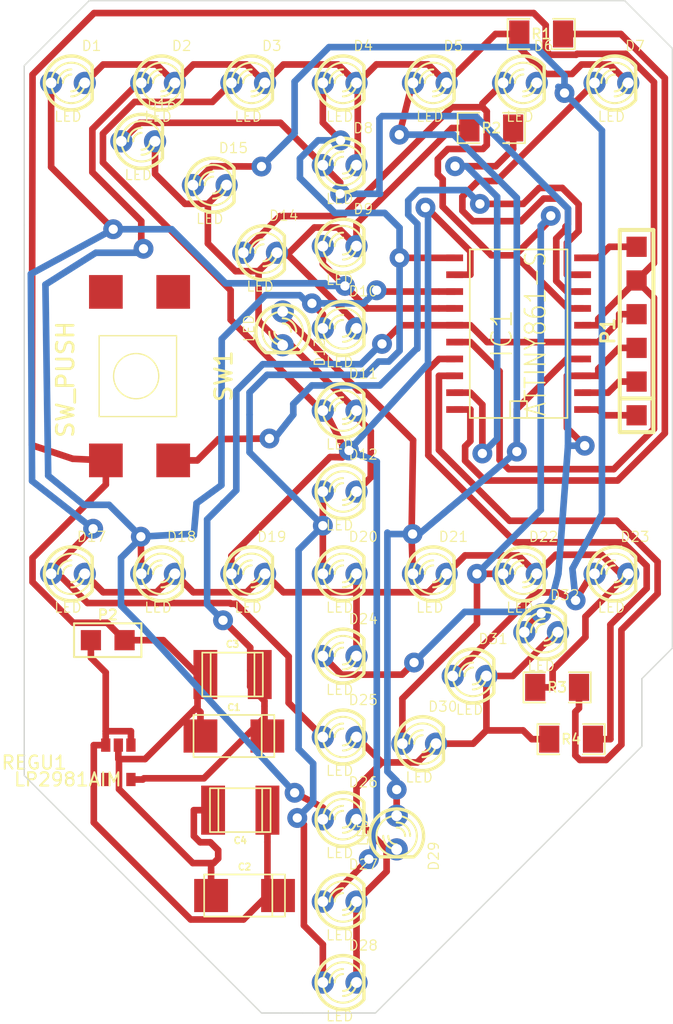
<source format=kicad_pcb>
(kicad_pcb (version 3) (host pcbnew "(2013-may-18)-stable")

  (general
    (links 91)
    (no_connects 0)
    (area 150.897223 61.249999 202.5686 138.56545)
    (thickness 1.6)
    (drawings 15)
    (tracks 566)
    (zones 0)
    (modules 45)
    (nets 24)
  )

  (page A3)
  (layers
    (15 F.Cu signal)
    (0 B.Cu signal)
    (16 B.Adhes user)
    (17 F.Adhes user)
    (18 B.Paste user)
    (19 F.Paste user)
    (20 B.SilkS user)
    (21 F.SilkS user)
    (22 B.Mask user)
    (23 F.Mask user)
    (24 Dwgs.User user)
    (25 Cmts.User user)
    (26 Eco1.User user)
    (27 Eco2.User user)
    (28 Edge.Cuts user)
  )

  (setup
    (last_trace_width 0.5)
    (trace_clearance 0.3)
    (zone_clearance 0.508)
    (zone_45_only no)
    (trace_min 0.254)
    (segment_width 0.2)
    (edge_width 0.1)
    (via_size 1.5)
    (via_drill 0.7)
    (via_min_size 0.889)
    (via_min_drill 0.508)
    (uvia_size 0.508)
    (uvia_drill 0.127)
    (uvias_allowed no)
    (uvia_min_size 0.508)
    (uvia_min_drill 0.127)
    (pcb_text_width 0.3)
    (pcb_text_size 1.5 1.5)
    (mod_edge_width 0.15)
    (mod_text_size 1 1)
    (mod_text_width 0.15)
    (pad_size 1.5 1.5)
    (pad_drill 0.6)
    (pad_to_mask_clearance 0)
    (aux_axis_origin 0 0)
    (visible_elements FFFFFFBF)
    (pcbplotparams
      (layerselection 3178497)
      (usegerberextensions true)
      (excludeedgelayer true)
      (linewidth 0.150000)
      (plotframeref false)
      (viasonmask false)
      (mode 1)
      (useauxorigin false)
      (hpglpennumber 1)
      (hpglpenspeed 20)
      (hpglpendiameter 15)
      (hpglpenoverlay 2)
      (psnegative false)
      (psa4output false)
      (plotreference true)
      (plotvalue true)
      (plotothertext true)
      (plotinvisibletext false)
      (padsonsilk false)
      (subtractmaskfromsilk false)
      (outputformat 1)
      (mirror false)
      (drillshape 1)
      (scaleselection 1)
      (outputdirectory ""))
  )

  (net 0 "")
  (net 1 N-000001)
  (net 2 N-0000010)
  (net 3 N-0000011)
  (net 4 N-0000012)
  (net 5 N-0000013)
  (net 6 N-0000014)
  (net 7 N-0000015)
  (net 8 N-0000016)
  (net 9 N-0000017)
  (net 10 N-0000018)
  (net 11 N-000002)
  (net 12 N-0000020)
  (net 13 N-0000021)
  (net 14 N-0000022)
  (net 15 N-0000023)
  (net 16 N-0000024)
  (net 17 N-000003)
  (net 18 N-000004)
  (net 19 N-000005)
  (net 20 N-000006)
  (net 21 N-000007)
  (net 22 N-000008)
  (net 23 N-000009)

  (net_class Default "This is the default net class."
    (clearance 0.3)
    (trace_width 0.5)
    (via_dia 1.5)
    (via_drill 0.7)
    (uvia_dia 0.508)
    (uvia_drill 0.127)
    (add_net "")
    (add_net N-000001)
    (add_net N-0000010)
    (add_net N-0000011)
    (add_net N-0000012)
    (add_net N-0000013)
    (add_net N-0000014)
    (add_net N-0000015)
    (add_net N-0000016)
    (add_net N-0000017)
    (add_net N-0000018)
    (add_net N-000002)
    (add_net N-0000020)
    (add_net N-0000021)
    (add_net N-0000022)
    (add_net N-0000023)
    (add_net N-0000024)
    (add_net N-000003)
    (add_net N-000004)
    (add_net N-000005)
    (add_net N-000006)
    (add_net N-000007)
    (add_net N-000008)
    (add_net N-000009)
  )

  (module SO20L (layer F.Cu) (tedit 42807090) (tstamp 56129520)
    (at 190.6 86.4 90)
    (descr "Cms SOJ 20 pins large")
    (tags "CMS SOJ")
    (path /545FB5CE)
    (attr smd)
    (fp_text reference IC1 (at 0 -1.27 90) (layer F.SilkS)
      (effects (font (size 1.524 1.524) (thickness 0.127)))
    )
    (fp_text value ATTINY861-S (at 0 1.27 90) (layer F.SilkS)
      (effects (font (size 1.524 1.27) (thickness 0.127)))
    )
    (fp_line (start 6.35 3.683) (end 6.35 -3.683) (layer F.SilkS) (width 0.127))
    (fp_line (start -6.35 -3.683) (end -6.35 3.683) (layer F.SilkS) (width 0.127))
    (fp_line (start 6.35 3.683) (end -6.35 3.683) (layer F.SilkS) (width 0.127))
    (fp_line (start -6.35 -3.683) (end 6.35 -3.683) (layer F.SilkS) (width 0.127))
    (fp_line (start -6.35 -0.635) (end -5.08 -0.635) (layer F.SilkS) (width 0.127))
    (fp_line (start -5.08 -0.635) (end -5.08 0.635) (layer F.SilkS) (width 0.127))
    (fp_line (start -5.08 0.635) (end -6.35 0.635) (layer F.SilkS) (width 0.127))
    (pad 11 smd rect (at 5.715 -4.826 90) (size 0.508 1.27)
      (layers F.Cu F.Paste F.Mask)
      (net 7 N-0000015)
    )
    (pad 12 smd rect (at 4.445 -4.826 90) (size 0.508 1.27)
      (layers F.Cu F.Paste F.Mask)
      (net 6 N-0000014)
    )
    (pad 13 smd rect (at 3.175 -4.826 90) (size 0.508 1.27)
      (layers F.Cu F.Paste F.Mask)
      (net 2 N-0000010)
    )
    (pad 14 smd rect (at 1.905 -4.826 90) (size 0.508 1.27)
      (layers F.Cu F.Paste F.Mask)
      (net 23 N-000009)
    )
    (pad 15 smd rect (at 0.635 -4.826 90) (size 0.508 1.27)
      (layers F.Cu F.Paste F.Mask)
      (net 10 N-0000018)
    )
    (pad 16 smd rect (at -0.635 -4.826 90) (size 0.508 1.27)
      (layers F.Cu F.Paste F.Mask)
      (net 16 N-0000024)
    )
    (pad 17 smd rect (at -1.905 -4.826 90) (size 0.508 1.27)
      (layers F.Cu F.Paste F.Mask)
      (net 22 N-000008)
    )
    (pad 18 smd rect (at -3.175 -4.826 90) (size 0.508 1.27)
      (layers F.Cu F.Paste F.Mask)
      (net 1 N-000001)
    )
    (pad 19 smd rect (at -4.445 -4.826 90) (size 0.508 1.27)
      (layers F.Cu F.Paste F.Mask)
      (net 11 N-000002)
    )
    (pad 20 smd rect (at -5.715 -4.826 90) (size 0.508 1.27)
      (layers F.Cu F.Paste F.Mask)
      (net 17 N-000003)
    )
    (pad 1 smd rect (at -5.715 4.826 90) (size 0.508 1.27)
      (layers F.Cu F.Paste F.Mask)
      (net 21 N-000007)
    )
    (pad 2 smd rect (at -4.445 4.826 90) (size 0.508 1.27)
      (layers F.Cu F.Paste F.Mask)
      (net 18 N-000004)
    )
    (pad 3 smd rect (at -3.175 4.826 90) (size 0.508 1.27)
      (layers F.Cu F.Paste F.Mask)
      (net 5 N-0000013)
    )
    (pad 4 smd rect (at -1.905 4.826 90) (size 0.508 1.27)
      (layers F.Cu F.Paste F.Mask)
      (net 8 N-0000016)
    )
    (pad 5 smd rect (at -0.635 4.826 90) (size 0.508 1.27)
      (layers F.Cu F.Paste F.Mask)
      (net 10 N-0000018)
    )
    (pad 6 smd rect (at 0.635 4.826 90) (size 0.508 1.27)
      (layers F.Cu F.Paste F.Mask)
      (net 16 N-0000024)
    )
    (pad 7 smd rect (at 1.905 4.826 90) (size 0.508 1.27)
      (layers F.Cu F.Paste F.Mask)
      (net 3 N-0000011)
    )
    (pad 8 smd rect (at 3.175 4.826 90) (size 0.508 1.27)
      (layers F.Cu F.Paste F.Mask)
      (net 4 N-0000012)
    )
    (pad 9 smd rect (at 4.445 4.826 90) (size 0.508 1.27)
      (layers F.Cu F.Paste F.Mask)
      (net 20 N-000006)
    )
    (pad 10 smd rect (at 5.715 4.826 90) (size 0.508 1.27)
      (layers F.Cu F.Paste F.Mask)
      (net 19 N-000005)
    )
    (model smd/cms_so20.wrl
      (at (xyz 0 0 0))
      (scale (xyz 0.5 0.6 0.5))
      (rotate (xyz 0 0 0))
    )
  )

  (module SM1206 (layer F.Cu) (tedit 42806E24) (tstamp 5612952C)
    (at 194.5601 116.9616 180)
    (path /545FBE7E)
    (attr smd)
    (fp_text reference R4 (at 0 0 180) (layer F.SilkS)
      (effects (font (size 0.762 0.762) (thickness 0.127)))
    )
    (fp_text value R (at 0 0 180) (layer F.SilkS) hide
      (effects (font (size 0.762 0.762) (thickness 0.127)))
    )
    (fp_line (start -2.54 -1.143) (end -2.54 1.143) (layer F.SilkS) (width 0.127))
    (fp_line (start -2.54 1.143) (end -0.889 1.143) (layer F.SilkS) (width 0.127))
    (fp_line (start 0.889 -1.143) (end 2.54 -1.143) (layer F.SilkS) (width 0.127))
    (fp_line (start 2.54 -1.143) (end 2.54 1.143) (layer F.SilkS) (width 0.127))
    (fp_line (start 2.54 1.143) (end 0.889 1.143) (layer F.SilkS) (width 0.127))
    (fp_line (start -0.889 -1.143) (end -2.54 -1.143) (layer F.SilkS) (width 0.127))
    (pad 1 smd rect (at -1.651 0 180) (size 1.524 2.032)
      (layers F.Cu F.Paste F.Mask)
      (net 22 N-000008)
    )
    (pad 2 smd rect (at 1.651 0 180) (size 1.524 2.032)
      (layers F.Cu F.Paste F.Mask)
      (net 12 N-0000020)
    )
    (model smd/chip_cms.wrl
      (at (xyz 0 0 0))
      (scale (xyz 0.17 0.16 0.16))
      (rotate (xyz 0 0 0))
    )
  )

  (module SM1206 (layer F.Cu) (tedit 42806E24) (tstamp 56129538)
    (at 193.5049 113.0564 180)
    (path /545FBE6F)
    (attr smd)
    (fp_text reference R3 (at 0 0 180) (layer F.SilkS)
      (effects (font (size 0.762 0.762) (thickness 0.127)))
    )
    (fp_text value R (at 0 0 180) (layer F.SilkS) hide
      (effects (font (size 0.762 0.762) (thickness 0.127)))
    )
    (fp_line (start -2.54 -1.143) (end -2.54 1.143) (layer F.SilkS) (width 0.127))
    (fp_line (start -2.54 1.143) (end -0.889 1.143) (layer F.SilkS) (width 0.127))
    (fp_line (start 0.889 -1.143) (end 2.54 -1.143) (layer F.SilkS) (width 0.127))
    (fp_line (start 2.54 -1.143) (end 2.54 1.143) (layer F.SilkS) (width 0.127))
    (fp_line (start 2.54 1.143) (end 0.889 1.143) (layer F.SilkS) (width 0.127))
    (fp_line (start -0.889 -1.143) (end -2.54 -1.143) (layer F.SilkS) (width 0.127))
    (pad 1 smd rect (at -1.651 0 180) (size 1.524 2.032)
      (layers F.Cu F.Paste F.Mask)
      (net 1 N-000001)
    )
    (pad 2 smd rect (at 1.651 0 180) (size 1.524 2.032)
      (layers F.Cu F.Paste F.Mask)
      (net 13 N-0000021)
    )
    (model smd/chip_cms.wrl
      (at (xyz 0 0 0))
      (scale (xyz 0.17 0.16 0.16))
      (rotate (xyz 0 0 0))
    )
  )

  (module SM1206 (layer F.Cu) (tedit 42806E24) (tstamp 56129544)
    (at 188.5361 70.8972 180)
    (path /545FBE60)
    (attr smd)
    (fp_text reference R2 (at 0 0 180) (layer F.SilkS)
      (effects (font (size 0.762 0.762) (thickness 0.127)))
    )
    (fp_text value R (at 0 0 180) (layer F.SilkS) hide
      (effects (font (size 0.762 0.762) (thickness 0.127)))
    )
    (fp_line (start -2.54 -1.143) (end -2.54 1.143) (layer F.SilkS) (width 0.127))
    (fp_line (start -2.54 1.143) (end -0.889 1.143) (layer F.SilkS) (width 0.127))
    (fp_line (start 0.889 -1.143) (end 2.54 -1.143) (layer F.SilkS) (width 0.127))
    (fp_line (start 2.54 -1.143) (end 2.54 1.143) (layer F.SilkS) (width 0.127))
    (fp_line (start 2.54 1.143) (end 0.889 1.143) (layer F.SilkS) (width 0.127))
    (fp_line (start -0.889 -1.143) (end -2.54 -1.143) (layer F.SilkS) (width 0.127))
    (pad 1 smd rect (at -1.651 0 180) (size 1.524 2.032)
      (layers F.Cu F.Paste F.Mask)
      (net 11 N-000002)
    )
    (pad 2 smd rect (at 1.651 0 180) (size 1.524 2.032)
      (layers F.Cu F.Paste F.Mask)
      (net 9 N-0000017)
    )
    (model smd/chip_cms.wrl
      (at (xyz 0 0 0))
      (scale (xyz 0.17 0.16 0.16))
      (rotate (xyz 0 0 0))
    )
  )

  (module SM1206 (layer F.Cu) (tedit 42806E24) (tstamp 56129550)
    (at 192.3043 63.811 180)
    (path /545FBE51)
    (attr smd)
    (fp_text reference R1 (at 0 0 180) (layer F.SilkS)
      (effects (font (size 0.762 0.762) (thickness 0.127)))
    )
    (fp_text value R (at 0 0 180) (layer F.SilkS) hide
      (effects (font (size 0.762 0.762) (thickness 0.127)))
    )
    (fp_line (start -2.54 -1.143) (end -2.54 1.143) (layer F.SilkS) (width 0.127))
    (fp_line (start -2.54 1.143) (end -0.889 1.143) (layer F.SilkS) (width 0.127))
    (fp_line (start 0.889 -1.143) (end 2.54 -1.143) (layer F.SilkS) (width 0.127))
    (fp_line (start 2.54 -1.143) (end 2.54 1.143) (layer F.SilkS) (width 0.127))
    (fp_line (start 2.54 1.143) (end 0.889 1.143) (layer F.SilkS) (width 0.127))
    (fp_line (start -0.889 -1.143) (end -2.54 -1.143) (layer F.SilkS) (width 0.127))
    (pad 1 smd rect (at -1.651 0 180) (size 1.524 2.032)
      (layers F.Cu F.Paste F.Mask)
      (net 17 N-000003)
    )
    (pad 2 smd rect (at 1.651 0 180) (size 1.524 2.032)
      (layers F.Cu F.Paste F.Mask)
      (net 14 N-0000022)
    )
    (model smd/chip_cms.wrl
      (at (xyz 0 0 0))
      (scale (xyz 0.17 0.16 0.16))
      (rotate (xyz 0 0 0))
    )
  )

  (module SalamaNAppi (layer F.Cu) (tedit 545FF69B) (tstamp 5612955D)
    (at 162 89.6 90)
    (path /545FE739)
    (fp_text reference SW1 (at 0 6.35 90) (layer F.SilkS)
      (effects (font (size 1.27 1.27) (thickness 0.2032)))
    )
    (fp_text value SW_PUSH (at -0.254 -5.588 90) (layer F.SilkS)
      (effects (font (size 1.27 1.27) (thickness 0.2032)))
    )
    (fp_circle (center 0 -0.254) (end 1.524 0.508) (layer F.SilkS) (width 0.1016))
    (fp_line (start -3.048 -3.048) (end -3.048 2.794) (layer F.SilkS) (width 0.1016))
    (fp_line (start -3.048 2.794) (end 3.048 2.794) (layer F.SilkS) (width 0.1016))
    (fp_line (start 3.048 2.794) (end 3.048 -3.048) (layer F.SilkS) (width 0.1016))
    (fp_line (start 3.048 -3.048) (end -3.048 -3.048) (layer F.SilkS) (width 0.1016))
    (pad 1 smd rect (at -6.35 -2.54 90) (size 2.54 2.54)
      (layers F.Cu F.Paste F.Mask)
      (net 16 N-0000024)
    )
    (pad NC smd rect (at 6.35 -2.54 90) (size 2.54 2.54)
      (layers F.Cu F.Paste F.Mask)
    )
    (pad 2 smd rect (at -6.35 2.54 90) (size 2.54 2.54)
      (layers F.Cu F.Paste F.Mask)
      (net 20 N-000006)
    )
    (pad NC smd rect (at 6.35 2.54 90) (size 2.54 2.54)
      (layers F.Cu F.Paste F.Mask)
    )
  )

  (module SalamaLED (layer F.Cu) (tedit 5460C937) (tstamp 56129576)
    (at 177.1 110.7)
    (descr "Salama LED")
    (tags "LED led 3mm 3MM 100mil 2,54mm Salama")
    (path /545FB6CD)
    (fp_text reference D24 (at 1.778 -2.794) (layer F.SilkS)
      (effects (font (size 0.762 0.762) (thickness 0.0889)))
    )
    (fp_text value LED (at 0 2.54) (layer F.SilkS)
      (effects (font (size 0.762 0.762) (thickness 0.0889)))
    )
    (fp_line (start 1.8288 1.27) (end 1.8288 -1.27) (layer F.SilkS) (width 0.254))
    (fp_arc (start 0.254 0) (end -1.27 0) (angle 39.8) (layer F.SilkS) (width 0.1524))
    (fp_arc (start 0.254 0) (end -0.88392 1.01092) (angle 41.6) (layer F.SilkS) (width 0.1524))
    (fp_arc (start 0.254 0) (end 1.4097 -0.9906) (angle 40.6) (layer F.SilkS) (width 0.1524))
    (fp_arc (start 0.254 0) (end 1.778 0) (angle 39.8) (layer F.SilkS) (width 0.1524))
    (fp_arc (start 0.254 0) (end 0.254 -1.524) (angle 54.4) (layer F.SilkS) (width 0.1524))
    (fp_arc (start 0.254 0) (end -0.9652 -0.9144) (angle 53.1) (layer F.SilkS) (width 0.1524))
    (fp_arc (start 0.254 0) (end 1.45542 0.93472) (angle 52.1) (layer F.SilkS) (width 0.1524))
    (fp_arc (start 0.254 0) (end 0.254 1.524) (angle 52.1) (layer F.SilkS) (width 0.1524))
    (fp_arc (start 0.254 0) (end -0.381 0) (angle 90) (layer F.SilkS) (width 0.1524))
    (fp_arc (start 0.254 0) (end -0.762 0) (angle 90) (layer F.SilkS) (width 0.1524))
    (fp_arc (start 0.254 0) (end 0.889 0) (angle 90) (layer F.SilkS) (width 0.1524))
    (fp_arc (start 0.254 0) (end 1.27 0) (angle 90) (layer F.SilkS) (width 0.1524))
    (fp_arc (start 0.254 0) (end 0.254 -2.032) (angle 50.1) (layer F.SilkS) (width 0.254))
    (fp_arc (start 0.254 0) (end -1.5367 -0.95504) (angle 61.9) (layer F.SilkS) (width 0.254))
    (fp_arc (start 0.254 0) (end 1.8034 1.31064) (angle 49.7) (layer F.SilkS) (width 0.254))
    (fp_arc (start 0.254 0) (end 0.254 2.032) (angle 60.2) (layer F.SilkS) (width 0.254))
    (fp_arc (start 0.254 0) (end -1.778 0) (angle 28.3) (layer F.SilkS) (width 0.254))
    (fp_arc (start 0.254 0) (end -1.47574 1.06426) (angle 31.6) (layer F.SilkS) (width 0.254))
    (pad 1 thru_hole circle (at -1.27 0) (size 1.6764 1.6764) (drill 0.8128)
      (layers *.Mask F.Cu)
      (net 5 N-0000013)
    )
    (pad 2 thru_hole circle (at 1.27 0) (size 1.6764 1.6764) (drill 0.8128)
      (layers *.Mask F.Cu)
      (net 13 N-0000021)
    )
    (model discret/leds/led3_vertical_verde.wrl
      (at (xyz 0 0 0))
      (scale (xyz 1 1 1))
      (rotate (xyz 0 0 0))
    )
  )

  (module SalamaLED (layer F.Cu) (tedit 5460C937) (tstamp 5612958F)
    (at 183.9 67.5)
    (descr "Salama LED")
    (tags "LED led 3mm 3MM 100mil 2,54mm Salama")
    (path /545FB610)
    (fp_text reference D5 (at 1.778 -2.794) (layer F.SilkS)
      (effects (font (size 0.762 0.762) (thickness 0.0889)))
    )
    (fp_text value LED (at 0 2.54) (layer F.SilkS)
      (effects (font (size 0.762 0.762) (thickness 0.0889)))
    )
    (fp_line (start 1.8288 1.27) (end 1.8288 -1.27) (layer F.SilkS) (width 0.254))
    (fp_arc (start 0.254 0) (end -1.27 0) (angle 39.8) (layer F.SilkS) (width 0.1524))
    (fp_arc (start 0.254 0) (end -0.88392 1.01092) (angle 41.6) (layer F.SilkS) (width 0.1524))
    (fp_arc (start 0.254 0) (end 1.4097 -0.9906) (angle 40.6) (layer F.SilkS) (width 0.1524))
    (fp_arc (start 0.254 0) (end 1.778 0) (angle 39.8) (layer F.SilkS) (width 0.1524))
    (fp_arc (start 0.254 0) (end 0.254 -1.524) (angle 54.4) (layer F.SilkS) (width 0.1524))
    (fp_arc (start 0.254 0) (end -0.9652 -0.9144) (angle 53.1) (layer F.SilkS) (width 0.1524))
    (fp_arc (start 0.254 0) (end 1.45542 0.93472) (angle 52.1) (layer F.SilkS) (width 0.1524))
    (fp_arc (start 0.254 0) (end 0.254 1.524) (angle 52.1) (layer F.SilkS) (width 0.1524))
    (fp_arc (start 0.254 0) (end -0.381 0) (angle 90) (layer F.SilkS) (width 0.1524))
    (fp_arc (start 0.254 0) (end -0.762 0) (angle 90) (layer F.SilkS) (width 0.1524))
    (fp_arc (start 0.254 0) (end 0.889 0) (angle 90) (layer F.SilkS) (width 0.1524))
    (fp_arc (start 0.254 0) (end 1.27 0) (angle 90) (layer F.SilkS) (width 0.1524))
    (fp_arc (start 0.254 0) (end 0.254 -2.032) (angle 50.1) (layer F.SilkS) (width 0.254))
    (fp_arc (start 0.254 0) (end -1.5367 -0.95504) (angle 61.9) (layer F.SilkS) (width 0.254))
    (fp_arc (start 0.254 0) (end 1.8034 1.31064) (angle 49.7) (layer F.SilkS) (width 0.254))
    (fp_arc (start 0.254 0) (end 0.254 2.032) (angle 60.2) (layer F.SilkS) (width 0.254))
    (fp_arc (start 0.254 0) (end -1.778 0) (angle 28.3) (layer F.SilkS) (width 0.254))
    (fp_arc (start 0.254 0) (end -1.47574 1.06426) (angle 31.6) (layer F.SilkS) (width 0.254))
    (pad 1 thru_hole circle (at -1.27 0) (size 1.6764 1.6764) (drill 0.8128)
      (layers *.Mask F.Cu)
      (net 8 N-0000016)
    )
    (pad 2 thru_hole circle (at 1.27 0) (size 1.6764 1.6764) (drill 0.8128)
      (layers *.Mask F.Cu)
      (net 14 N-0000022)
    )
    (model discret/leds/led3_vertical_verde.wrl
      (at (xyz 0 0 0))
      (scale (xyz 1 1 1))
      (rotate (xyz 0 0 0))
    )
  )

  (module SalamaLED (layer F.Cu) (tedit 5460C937) (tstamp 561295A8)
    (at 197.6 104.5)
    (descr "Salama LED")
    (tags "LED led 3mm 3MM 100mil 2,54mm Salama")
    (path /545FB6D3)
    (fp_text reference D23 (at 1.778 -2.794) (layer F.SilkS)
      (effects (font (size 0.762 0.762) (thickness 0.0889)))
    )
    (fp_text value LED (at 0 2.54) (layer F.SilkS)
      (effects (font (size 0.762 0.762) (thickness 0.0889)))
    )
    (fp_line (start 1.8288 1.27) (end 1.8288 -1.27) (layer F.SilkS) (width 0.254))
    (fp_arc (start 0.254 0) (end -1.27 0) (angle 39.8) (layer F.SilkS) (width 0.1524))
    (fp_arc (start 0.254 0) (end -0.88392 1.01092) (angle 41.6) (layer F.SilkS) (width 0.1524))
    (fp_arc (start 0.254 0) (end 1.4097 -0.9906) (angle 40.6) (layer F.SilkS) (width 0.1524))
    (fp_arc (start 0.254 0) (end 1.778 0) (angle 39.8) (layer F.SilkS) (width 0.1524))
    (fp_arc (start 0.254 0) (end 0.254 -1.524) (angle 54.4) (layer F.SilkS) (width 0.1524))
    (fp_arc (start 0.254 0) (end -0.9652 -0.9144) (angle 53.1) (layer F.SilkS) (width 0.1524))
    (fp_arc (start 0.254 0) (end 1.45542 0.93472) (angle 52.1) (layer F.SilkS) (width 0.1524))
    (fp_arc (start 0.254 0) (end 0.254 1.524) (angle 52.1) (layer F.SilkS) (width 0.1524))
    (fp_arc (start 0.254 0) (end -0.381 0) (angle 90) (layer F.SilkS) (width 0.1524))
    (fp_arc (start 0.254 0) (end -0.762 0) (angle 90) (layer F.SilkS) (width 0.1524))
    (fp_arc (start 0.254 0) (end 0.889 0) (angle 90) (layer F.SilkS) (width 0.1524))
    (fp_arc (start 0.254 0) (end 1.27 0) (angle 90) (layer F.SilkS) (width 0.1524))
    (fp_arc (start 0.254 0) (end 0.254 -2.032) (angle 50.1) (layer F.SilkS) (width 0.254))
    (fp_arc (start 0.254 0) (end -1.5367 -0.95504) (angle 61.9) (layer F.SilkS) (width 0.254))
    (fp_arc (start 0.254 0) (end 1.8034 1.31064) (angle 49.7) (layer F.SilkS) (width 0.254))
    (fp_arc (start 0.254 0) (end 0.254 2.032) (angle 60.2) (layer F.SilkS) (width 0.254))
    (fp_arc (start 0.254 0) (end -1.778 0) (angle 28.3) (layer F.SilkS) (width 0.254))
    (fp_arc (start 0.254 0) (end -1.47574 1.06426) (angle 31.6) (layer F.SilkS) (width 0.254))
    (pad 1 thru_hole circle (at -1.27 0) (size 1.6764 1.6764) (drill 0.8128)
      (layers *.Mask F.Cu)
      (net 4 N-0000012)
    )
    (pad 2 thru_hole circle (at 1.27 0) (size 1.6764 1.6764) (drill 0.8128)
      (layers *.Mask F.Cu)
      (net 13 N-0000021)
    )
    (model discret/leds/led3_vertical_verde.wrl
      (at (xyz 0 0 0))
      (scale (xyz 1 1 1))
      (rotate (xyz 0 0 0))
    )
  )

  (module SalamaLED (layer F.Cu) (tedit 5460C937) (tstamp 561295C1)
    (at 190.7 104.5)
    (descr "Salama LED")
    (tags "LED led 3mm 3MM 100mil 2,54mm Salama")
    (path /545FB6D9)
    (fp_text reference D22 (at 1.778 -2.794) (layer F.SilkS)
      (effects (font (size 0.762 0.762) (thickness 0.0889)))
    )
    (fp_text value LED (at 0 2.54) (layer F.SilkS)
      (effects (font (size 0.762 0.762) (thickness 0.0889)))
    )
    (fp_line (start 1.8288 1.27) (end 1.8288 -1.27) (layer F.SilkS) (width 0.254))
    (fp_arc (start 0.254 0) (end -1.27 0) (angle 39.8) (layer F.SilkS) (width 0.1524))
    (fp_arc (start 0.254 0) (end -0.88392 1.01092) (angle 41.6) (layer F.SilkS) (width 0.1524))
    (fp_arc (start 0.254 0) (end 1.4097 -0.9906) (angle 40.6) (layer F.SilkS) (width 0.1524))
    (fp_arc (start 0.254 0) (end 1.778 0) (angle 39.8) (layer F.SilkS) (width 0.1524))
    (fp_arc (start 0.254 0) (end 0.254 -1.524) (angle 54.4) (layer F.SilkS) (width 0.1524))
    (fp_arc (start 0.254 0) (end -0.9652 -0.9144) (angle 53.1) (layer F.SilkS) (width 0.1524))
    (fp_arc (start 0.254 0) (end 1.45542 0.93472) (angle 52.1) (layer F.SilkS) (width 0.1524))
    (fp_arc (start 0.254 0) (end 0.254 1.524) (angle 52.1) (layer F.SilkS) (width 0.1524))
    (fp_arc (start 0.254 0) (end -0.381 0) (angle 90) (layer F.SilkS) (width 0.1524))
    (fp_arc (start 0.254 0) (end -0.762 0) (angle 90) (layer F.SilkS) (width 0.1524))
    (fp_arc (start 0.254 0) (end 0.889 0) (angle 90) (layer F.SilkS) (width 0.1524))
    (fp_arc (start 0.254 0) (end 1.27 0) (angle 90) (layer F.SilkS) (width 0.1524))
    (fp_arc (start 0.254 0) (end 0.254 -2.032) (angle 50.1) (layer F.SilkS) (width 0.254))
    (fp_arc (start 0.254 0) (end -1.5367 -0.95504) (angle 61.9) (layer F.SilkS) (width 0.254))
    (fp_arc (start 0.254 0) (end 1.8034 1.31064) (angle 49.7) (layer F.SilkS) (width 0.254))
    (fp_arc (start 0.254 0) (end 0.254 2.032) (angle 60.2) (layer F.SilkS) (width 0.254))
    (fp_arc (start 0.254 0) (end -1.778 0) (angle 28.3) (layer F.SilkS) (width 0.254))
    (fp_arc (start 0.254 0) (end -1.47574 1.06426) (angle 31.6) (layer F.SilkS) (width 0.254))
    (pad 1 thru_hole circle (at -1.27 0) (size 1.6764 1.6764) (drill 0.8128)
      (layers *.Mask F.Cu)
      (net 3 N-0000011)
    )
    (pad 2 thru_hole circle (at 1.27 0) (size 1.6764 1.6764) (drill 0.8128)
      (layers *.Mask F.Cu)
      (net 13 N-0000021)
    )
    (model discret/leds/led3_vertical_verde.wrl
      (at (xyz 0 0 0))
      (scale (xyz 1 1 1))
      (rotate (xyz 0 0 0))
    )
  )

  (module SalamaLED (layer F.Cu) (tedit 5460C937) (tstamp 561295DA)
    (at 163.4 104.5)
    (descr "Salama LED")
    (tags "LED led 3mm 3MM 100mil 2,54mm Salama")
    (path /545FB6DF)
    (fp_text reference D18 (at 1.778 -2.794) (layer F.SilkS)
      (effects (font (size 0.762 0.762) (thickness 0.0889)))
    )
    (fp_text value LED (at 0 2.54) (layer F.SilkS)
      (effects (font (size 0.762 0.762) (thickness 0.0889)))
    )
    (fp_line (start 1.8288 1.27) (end 1.8288 -1.27) (layer F.SilkS) (width 0.254))
    (fp_arc (start 0.254 0) (end -1.27 0) (angle 39.8) (layer F.SilkS) (width 0.1524))
    (fp_arc (start 0.254 0) (end -0.88392 1.01092) (angle 41.6) (layer F.SilkS) (width 0.1524))
    (fp_arc (start 0.254 0) (end 1.4097 -0.9906) (angle 40.6) (layer F.SilkS) (width 0.1524))
    (fp_arc (start 0.254 0) (end 1.778 0) (angle 39.8) (layer F.SilkS) (width 0.1524))
    (fp_arc (start 0.254 0) (end 0.254 -1.524) (angle 54.4) (layer F.SilkS) (width 0.1524))
    (fp_arc (start 0.254 0) (end -0.9652 -0.9144) (angle 53.1) (layer F.SilkS) (width 0.1524))
    (fp_arc (start 0.254 0) (end 1.45542 0.93472) (angle 52.1) (layer F.SilkS) (width 0.1524))
    (fp_arc (start 0.254 0) (end 0.254 1.524) (angle 52.1) (layer F.SilkS) (width 0.1524))
    (fp_arc (start 0.254 0) (end -0.381 0) (angle 90) (layer F.SilkS) (width 0.1524))
    (fp_arc (start 0.254 0) (end -0.762 0) (angle 90) (layer F.SilkS) (width 0.1524))
    (fp_arc (start 0.254 0) (end 0.889 0) (angle 90) (layer F.SilkS) (width 0.1524))
    (fp_arc (start 0.254 0) (end 1.27 0) (angle 90) (layer F.SilkS) (width 0.1524))
    (fp_arc (start 0.254 0) (end 0.254 -2.032) (angle 50.1) (layer F.SilkS) (width 0.254))
    (fp_arc (start 0.254 0) (end -1.5367 -0.95504) (angle 61.9) (layer F.SilkS) (width 0.254))
    (fp_arc (start 0.254 0) (end 1.8034 1.31064) (angle 49.7) (layer F.SilkS) (width 0.254))
    (fp_arc (start 0.254 0) (end 0.254 2.032) (angle 60.2) (layer F.SilkS) (width 0.254))
    (fp_arc (start 0.254 0) (end -1.778 0) (angle 28.3) (layer F.SilkS) (width 0.254))
    (fp_arc (start 0.254 0) (end -1.47574 1.06426) (angle 31.6) (layer F.SilkS) (width 0.254))
    (pad 1 thru_hole circle (at -1.27 0) (size 1.6764 1.6764) (drill 0.8128)
      (layers *.Mask F.Cu)
      (net 2 N-0000010)
    )
    (pad 2 thru_hole circle (at 1.27 0) (size 1.6764 1.6764) (drill 0.8128)
      (layers *.Mask F.Cu)
      (net 13 N-0000021)
    )
    (model discret/leds/led3_vertical_verde.wrl
      (at (xyz 0 0 0))
      (scale (xyz 1 1 1))
      (rotate (xyz 0 0 0))
    )
  )

  (module SalamaLED (layer F.Cu) (tedit 5460C937) (tstamp 561295F3)
    (at 156.6 104.5)
    (descr "Salama LED")
    (tags "LED led 3mm 3MM 100mil 2,54mm Salama")
    (path /545FB6E5)
    (fp_text reference D17 (at 1.778 -2.794) (layer F.SilkS)
      (effects (font (size 0.762 0.762) (thickness 0.0889)))
    )
    (fp_text value LED (at 0 2.54) (layer F.SilkS)
      (effects (font (size 0.762 0.762) (thickness 0.0889)))
    )
    (fp_line (start 1.8288 1.27) (end 1.8288 -1.27) (layer F.SilkS) (width 0.254))
    (fp_arc (start 0.254 0) (end -1.27 0) (angle 39.8) (layer F.SilkS) (width 0.1524))
    (fp_arc (start 0.254 0) (end -0.88392 1.01092) (angle 41.6) (layer F.SilkS) (width 0.1524))
    (fp_arc (start 0.254 0) (end 1.4097 -0.9906) (angle 40.6) (layer F.SilkS) (width 0.1524))
    (fp_arc (start 0.254 0) (end 1.778 0) (angle 39.8) (layer F.SilkS) (width 0.1524))
    (fp_arc (start 0.254 0) (end 0.254 -1.524) (angle 54.4) (layer F.SilkS) (width 0.1524))
    (fp_arc (start 0.254 0) (end -0.9652 -0.9144) (angle 53.1) (layer F.SilkS) (width 0.1524))
    (fp_arc (start 0.254 0) (end 1.45542 0.93472) (angle 52.1) (layer F.SilkS) (width 0.1524))
    (fp_arc (start 0.254 0) (end 0.254 1.524) (angle 52.1) (layer F.SilkS) (width 0.1524))
    (fp_arc (start 0.254 0) (end -0.381 0) (angle 90) (layer F.SilkS) (width 0.1524))
    (fp_arc (start 0.254 0) (end -0.762 0) (angle 90) (layer F.SilkS) (width 0.1524))
    (fp_arc (start 0.254 0) (end 0.889 0) (angle 90) (layer F.SilkS) (width 0.1524))
    (fp_arc (start 0.254 0) (end 1.27 0) (angle 90) (layer F.SilkS) (width 0.1524))
    (fp_arc (start 0.254 0) (end 0.254 -2.032) (angle 50.1) (layer F.SilkS) (width 0.254))
    (fp_arc (start 0.254 0) (end -1.5367 -0.95504) (angle 61.9) (layer F.SilkS) (width 0.254))
    (fp_arc (start 0.254 0) (end 1.8034 1.31064) (angle 49.7) (layer F.SilkS) (width 0.254))
    (fp_arc (start 0.254 0) (end 0.254 2.032) (angle 60.2) (layer F.SilkS) (width 0.254))
    (fp_arc (start 0.254 0) (end -1.778 0) (angle 28.3) (layer F.SilkS) (width 0.254))
    (fp_arc (start 0.254 0) (end -1.47574 1.06426) (angle 31.6) (layer F.SilkS) (width 0.254))
    (pad 1 thru_hole circle (at -1.27 0) (size 1.6764 1.6764) (drill 0.8128)
      (layers *.Mask F.Cu)
      (net 23 N-000009)
    )
    (pad 2 thru_hole circle (at 1.27 0) (size 1.6764 1.6764) (drill 0.8128)
      (layers *.Mask F.Cu)
      (net 13 N-0000021)
    )
    (model discret/leds/led3_vertical_verde.wrl
      (at (xyz 0 0 0))
      (scale (xyz 1 1 1))
      (rotate (xyz 0 0 0))
    )
  )

  (module SalamaLED (layer F.Cu) (tedit 5460C937) (tstamp 5612960C)
    (at 181.4 124 270)
    (descr "Salama LED")
    (tags "LED led 3mm 3MM 100mil 2,54mm Salama")
    (path /545FB6EB)
    (fp_text reference D29 (at 1.778 -2.794 270) (layer F.SilkS)
      (effects (font (size 0.762 0.762) (thickness 0.0889)))
    )
    (fp_text value LED (at 0 2.54 270) (layer F.SilkS)
      (effects (font (size 0.762 0.762) (thickness 0.0889)))
    )
    (fp_line (start 1.8288 1.27) (end 1.8288 -1.27) (layer F.SilkS) (width 0.254))
    (fp_arc (start 0.254 0) (end -1.27 0) (angle 39.8) (layer F.SilkS) (width 0.1524))
    (fp_arc (start 0.254 0) (end -0.88392 1.01092) (angle 41.6) (layer F.SilkS) (width 0.1524))
    (fp_arc (start 0.254 0) (end 1.4097 -0.9906) (angle 40.6) (layer F.SilkS) (width 0.1524))
    (fp_arc (start 0.254 0) (end 1.778 0) (angle 39.8) (layer F.SilkS) (width 0.1524))
    (fp_arc (start 0.254 0) (end 0.254 -1.524) (angle 54.4) (layer F.SilkS) (width 0.1524))
    (fp_arc (start 0.254 0) (end -0.9652 -0.9144) (angle 53.1) (layer F.SilkS) (width 0.1524))
    (fp_arc (start 0.254 0) (end 1.45542 0.93472) (angle 52.1) (layer F.SilkS) (width 0.1524))
    (fp_arc (start 0.254 0) (end 0.254 1.524) (angle 52.1) (layer F.SilkS) (width 0.1524))
    (fp_arc (start 0.254 0) (end -0.381 0) (angle 90) (layer F.SilkS) (width 0.1524))
    (fp_arc (start 0.254 0) (end -0.762 0) (angle 90) (layer F.SilkS) (width 0.1524))
    (fp_arc (start 0.254 0) (end 0.889 0) (angle 90) (layer F.SilkS) (width 0.1524))
    (fp_arc (start 0.254 0) (end 1.27 0) (angle 90) (layer F.SilkS) (width 0.1524))
    (fp_arc (start 0.254 0) (end 0.254 -2.032) (angle 50.1) (layer F.SilkS) (width 0.254))
    (fp_arc (start 0.254 0) (end -1.5367 -0.95504) (angle 61.9) (layer F.SilkS) (width 0.254))
    (fp_arc (start 0.254 0) (end 1.8034 1.31064) (angle 49.7) (layer F.SilkS) (width 0.254))
    (fp_arc (start 0.254 0) (end 0.254 2.032) (angle 60.2) (layer F.SilkS) (width 0.254))
    (fp_arc (start 0.254 0) (end -1.778 0) (angle 28.3) (layer F.SilkS) (width 0.254))
    (fp_arc (start 0.254 0) (end -1.47574 1.06426) (angle 31.6) (layer F.SilkS) (width 0.254))
    (pad 1 thru_hole circle (at -1.27 0 270) (size 1.6764 1.6764) (drill 0.8128)
      (layers *.Mask F.Cu)
      (net 8 N-0000016)
    )
    (pad 2 thru_hole circle (at 1.27 0 270) (size 1.6764 1.6764) (drill 0.8128)
      (layers *.Mask F.Cu)
      (net 12 N-0000020)
    )
    (model discret/leds/led3_vertical_verde.wrl
      (at (xyz 0 0 0))
      (scale (xyz 1 1 1))
      (rotate (xyz 0 0 0))
    )
  )

  (module SalamaLED (layer F.Cu) (tedit 5460C937) (tstamp 56129625)
    (at 177.1 135.3)
    (descr "Salama LED")
    (tags "LED led 3mm 3MM 100mil 2,54mm Salama")
    (path /545FB6F1)
    (fp_text reference D28 (at 1.778 -2.794) (layer F.SilkS)
      (effects (font (size 0.762 0.762) (thickness 0.0889)))
    )
    (fp_text value LED (at 0 2.54) (layer F.SilkS)
      (effects (font (size 0.762 0.762) (thickness 0.0889)))
    )
    (fp_line (start 1.8288 1.27) (end 1.8288 -1.27) (layer F.SilkS) (width 0.254))
    (fp_arc (start 0.254 0) (end -1.27 0) (angle 39.8) (layer F.SilkS) (width 0.1524))
    (fp_arc (start 0.254 0) (end -0.88392 1.01092) (angle 41.6) (layer F.SilkS) (width 0.1524))
    (fp_arc (start 0.254 0) (end 1.4097 -0.9906) (angle 40.6) (layer F.SilkS) (width 0.1524))
    (fp_arc (start 0.254 0) (end 1.778 0) (angle 39.8) (layer F.SilkS) (width 0.1524))
    (fp_arc (start 0.254 0) (end 0.254 -1.524) (angle 54.4) (layer F.SilkS) (width 0.1524))
    (fp_arc (start 0.254 0) (end -0.9652 -0.9144) (angle 53.1) (layer F.SilkS) (width 0.1524))
    (fp_arc (start 0.254 0) (end 1.45542 0.93472) (angle 52.1) (layer F.SilkS) (width 0.1524))
    (fp_arc (start 0.254 0) (end 0.254 1.524) (angle 52.1) (layer F.SilkS) (width 0.1524))
    (fp_arc (start 0.254 0) (end -0.381 0) (angle 90) (layer F.SilkS) (width 0.1524))
    (fp_arc (start 0.254 0) (end -0.762 0) (angle 90) (layer F.SilkS) (width 0.1524))
    (fp_arc (start 0.254 0) (end 0.889 0) (angle 90) (layer F.SilkS) (width 0.1524))
    (fp_arc (start 0.254 0) (end 1.27 0) (angle 90) (layer F.SilkS) (width 0.1524))
    (fp_arc (start 0.254 0) (end 0.254 -2.032) (angle 50.1) (layer F.SilkS) (width 0.254))
    (fp_arc (start 0.254 0) (end -1.5367 -0.95504) (angle 61.9) (layer F.SilkS) (width 0.254))
    (fp_arc (start 0.254 0) (end 1.8034 1.31064) (angle 49.7) (layer F.SilkS) (width 0.254))
    (fp_arc (start 0.254 0) (end 0.254 2.032) (angle 60.2) (layer F.SilkS) (width 0.254))
    (fp_arc (start 0.254 0) (end -1.778 0) (angle 28.3) (layer F.SilkS) (width 0.254))
    (fp_arc (start 0.254 0) (end -1.47574 1.06426) (angle 31.6) (layer F.SilkS) (width 0.254))
    (pad 1 thru_hole circle (at -1.27 0) (size 1.6764 1.6764) (drill 0.8128)
      (layers *.Mask F.Cu)
      (net 7 N-0000015)
    )
    (pad 2 thru_hole circle (at 1.27 0) (size 1.6764 1.6764) (drill 0.8128)
      (layers *.Mask F.Cu)
      (net 12 N-0000020)
    )
    (model discret/leds/led3_vertical_verde.wrl
      (at (xyz 0 0 0))
      (scale (xyz 1 1 1))
      (rotate (xyz 0 0 0))
    )
  )

  (module SalamaLED (layer F.Cu) (tedit 5460C937) (tstamp 5612963E)
    (at 177.1 129.2)
    (descr "Salama LED")
    (tags "LED led 3mm 3MM 100mil 2,54mm Salama")
    (path /545FB6F7)
    (fp_text reference D27 (at 1.778 -2.794) (layer F.SilkS)
      (effects (font (size 0.762 0.762) (thickness 0.0889)))
    )
    (fp_text value LED (at 0 2.54) (layer F.SilkS)
      (effects (font (size 0.762 0.762) (thickness 0.0889)))
    )
    (fp_line (start 1.8288 1.27) (end 1.8288 -1.27) (layer F.SilkS) (width 0.254))
    (fp_arc (start 0.254 0) (end -1.27 0) (angle 39.8) (layer F.SilkS) (width 0.1524))
    (fp_arc (start 0.254 0) (end -0.88392 1.01092) (angle 41.6) (layer F.SilkS) (width 0.1524))
    (fp_arc (start 0.254 0) (end 1.4097 -0.9906) (angle 40.6) (layer F.SilkS) (width 0.1524))
    (fp_arc (start 0.254 0) (end 1.778 0) (angle 39.8) (layer F.SilkS) (width 0.1524))
    (fp_arc (start 0.254 0) (end 0.254 -1.524) (angle 54.4) (layer F.SilkS) (width 0.1524))
    (fp_arc (start 0.254 0) (end -0.9652 -0.9144) (angle 53.1) (layer F.SilkS) (width 0.1524))
    (fp_arc (start 0.254 0) (end 1.45542 0.93472) (angle 52.1) (layer F.SilkS) (width 0.1524))
    (fp_arc (start 0.254 0) (end 0.254 1.524) (angle 52.1) (layer F.SilkS) (width 0.1524))
    (fp_arc (start 0.254 0) (end -0.381 0) (angle 90) (layer F.SilkS) (width 0.1524))
    (fp_arc (start 0.254 0) (end -0.762 0) (angle 90) (layer F.SilkS) (width 0.1524))
    (fp_arc (start 0.254 0) (end 0.889 0) (angle 90) (layer F.SilkS) (width 0.1524))
    (fp_arc (start 0.254 0) (end 1.27 0) (angle 90) (layer F.SilkS) (width 0.1524))
    (fp_arc (start 0.254 0) (end 0.254 -2.032) (angle 50.1) (layer F.SilkS) (width 0.254))
    (fp_arc (start 0.254 0) (end -1.5367 -0.95504) (angle 61.9) (layer F.SilkS) (width 0.254))
    (fp_arc (start 0.254 0) (end 1.8034 1.31064) (angle 49.7) (layer F.SilkS) (width 0.254))
    (fp_arc (start 0.254 0) (end 0.254 2.032) (angle 60.2) (layer F.SilkS) (width 0.254))
    (fp_arc (start 0.254 0) (end -1.778 0) (angle 28.3) (layer F.SilkS) (width 0.254))
    (fp_arc (start 0.254 0) (end -1.47574 1.06426) (angle 31.6) (layer F.SilkS) (width 0.254))
    (pad 1 thru_hole circle (at -1.27 0) (size 1.6764 1.6764) (drill 0.8128)
      (layers *.Mask F.Cu)
      (net 6 N-0000014)
    )
    (pad 2 thru_hole circle (at 1.27 0) (size 1.6764 1.6764) (drill 0.8128)
      (layers *.Mask F.Cu)
      (net 12 N-0000020)
    )
    (model discret/leds/led3_vertical_verde.wrl
      (at (xyz 0 0 0))
      (scale (xyz 1 1 1))
      (rotate (xyz 0 0 0))
    )
  )

  (module SalamaLED (layer F.Cu) (tedit 5460C937) (tstamp 56129657)
    (at 192.3 108.9)
    (descr "Salama LED")
    (tags "LED led 3mm 3MM 100mil 2,54mm Salama")
    (path /545FB6FD)
    (fp_text reference D32 (at 1.778 -2.794) (layer F.SilkS)
      (effects (font (size 0.762 0.762) (thickness 0.0889)))
    )
    (fp_text value LED (at 0 2.54) (layer F.SilkS)
      (effects (font (size 0.762 0.762) (thickness 0.0889)))
    )
    (fp_line (start 1.8288 1.27) (end 1.8288 -1.27) (layer F.SilkS) (width 0.254))
    (fp_arc (start 0.254 0) (end -1.27 0) (angle 39.8) (layer F.SilkS) (width 0.1524))
    (fp_arc (start 0.254 0) (end -0.88392 1.01092) (angle 41.6) (layer F.SilkS) (width 0.1524))
    (fp_arc (start 0.254 0) (end 1.4097 -0.9906) (angle 40.6) (layer F.SilkS) (width 0.1524))
    (fp_arc (start 0.254 0) (end 1.778 0) (angle 39.8) (layer F.SilkS) (width 0.1524))
    (fp_arc (start 0.254 0) (end 0.254 -1.524) (angle 54.4) (layer F.SilkS) (width 0.1524))
    (fp_arc (start 0.254 0) (end -0.9652 -0.9144) (angle 53.1) (layer F.SilkS) (width 0.1524))
    (fp_arc (start 0.254 0) (end 1.45542 0.93472) (angle 52.1) (layer F.SilkS) (width 0.1524))
    (fp_arc (start 0.254 0) (end 0.254 1.524) (angle 52.1) (layer F.SilkS) (width 0.1524))
    (fp_arc (start 0.254 0) (end -0.381 0) (angle 90) (layer F.SilkS) (width 0.1524))
    (fp_arc (start 0.254 0) (end -0.762 0) (angle 90) (layer F.SilkS) (width 0.1524))
    (fp_arc (start 0.254 0) (end 0.889 0) (angle 90) (layer F.SilkS) (width 0.1524))
    (fp_arc (start 0.254 0) (end 1.27 0) (angle 90) (layer F.SilkS) (width 0.1524))
    (fp_arc (start 0.254 0) (end 0.254 -2.032) (angle 50.1) (layer F.SilkS) (width 0.254))
    (fp_arc (start 0.254 0) (end -1.5367 -0.95504) (angle 61.9) (layer F.SilkS) (width 0.254))
    (fp_arc (start 0.254 0) (end 1.8034 1.31064) (angle 49.7) (layer F.SilkS) (width 0.254))
    (fp_arc (start 0.254 0) (end 0.254 2.032) (angle 60.2) (layer F.SilkS) (width 0.254))
    (fp_arc (start 0.254 0) (end -1.778 0) (angle 28.3) (layer F.SilkS) (width 0.254))
    (fp_arc (start 0.254 0) (end -1.47574 1.06426) (angle 31.6) (layer F.SilkS) (width 0.254))
    (pad 1 thru_hole circle (at -1.27 0) (size 1.6764 1.6764) (drill 0.8128)
      (layers *.Mask F.Cu)
      (net 5 N-0000013)
    )
    (pad 2 thru_hole circle (at 1.27 0) (size 1.6764 1.6764) (drill 0.8128)
      (layers *.Mask F.Cu)
      (net 12 N-0000020)
    )
    (model discret/leds/led3_vertical_verde.wrl
      (at (xyz 0 0 0))
      (scale (xyz 1 1 1))
      (rotate (xyz 0 0 0))
    )
  )

  (module SalamaLED (layer F.Cu) (tedit 5460C937) (tstamp 56129670)
    (at 186.9 112.2)
    (descr "Salama LED")
    (tags "LED led 3mm 3MM 100mil 2,54mm Salama")
    (path /545FB703)
    (fp_text reference D31 (at 1.778 -2.794) (layer F.SilkS)
      (effects (font (size 0.762 0.762) (thickness 0.0889)))
    )
    (fp_text value LED (at 0 2.54) (layer F.SilkS)
      (effects (font (size 0.762 0.762) (thickness 0.0889)))
    )
    (fp_line (start 1.8288 1.27) (end 1.8288 -1.27) (layer F.SilkS) (width 0.254))
    (fp_arc (start 0.254 0) (end -1.27 0) (angle 39.8) (layer F.SilkS) (width 0.1524))
    (fp_arc (start 0.254 0) (end -0.88392 1.01092) (angle 41.6) (layer F.SilkS) (width 0.1524))
    (fp_arc (start 0.254 0) (end 1.4097 -0.9906) (angle 40.6) (layer F.SilkS) (width 0.1524))
    (fp_arc (start 0.254 0) (end 1.778 0) (angle 39.8) (layer F.SilkS) (width 0.1524))
    (fp_arc (start 0.254 0) (end 0.254 -1.524) (angle 54.4) (layer F.SilkS) (width 0.1524))
    (fp_arc (start 0.254 0) (end -0.9652 -0.9144) (angle 53.1) (layer F.SilkS) (width 0.1524))
    (fp_arc (start 0.254 0) (end 1.45542 0.93472) (angle 52.1) (layer F.SilkS) (width 0.1524))
    (fp_arc (start 0.254 0) (end 0.254 1.524) (angle 52.1) (layer F.SilkS) (width 0.1524))
    (fp_arc (start 0.254 0) (end -0.381 0) (angle 90) (layer F.SilkS) (width 0.1524))
    (fp_arc (start 0.254 0) (end -0.762 0) (angle 90) (layer F.SilkS) (width 0.1524))
    (fp_arc (start 0.254 0) (end 0.889 0) (angle 90) (layer F.SilkS) (width 0.1524))
    (fp_arc (start 0.254 0) (end 1.27 0) (angle 90) (layer F.SilkS) (width 0.1524))
    (fp_arc (start 0.254 0) (end 0.254 -2.032) (angle 50.1) (layer F.SilkS) (width 0.254))
    (fp_arc (start 0.254 0) (end -1.5367 -0.95504) (angle 61.9) (layer F.SilkS) (width 0.254))
    (fp_arc (start 0.254 0) (end 1.8034 1.31064) (angle 49.7) (layer F.SilkS) (width 0.254))
    (fp_arc (start 0.254 0) (end 0.254 2.032) (angle 60.2) (layer F.SilkS) (width 0.254))
    (fp_arc (start 0.254 0) (end -1.778 0) (angle 28.3) (layer F.SilkS) (width 0.254))
    (fp_arc (start 0.254 0) (end -1.47574 1.06426) (angle 31.6) (layer F.SilkS) (width 0.254))
    (pad 1 thru_hole circle (at -1.27 0) (size 1.6764 1.6764) (drill 0.8128)
      (layers *.Mask F.Cu)
      (net 4 N-0000012)
    )
    (pad 2 thru_hole circle (at 1.27 0) (size 1.6764 1.6764) (drill 0.8128)
      (layers *.Mask F.Cu)
      (net 12 N-0000020)
    )
    (model discret/leds/led3_vertical_verde.wrl
      (at (xyz 0 0 0))
      (scale (xyz 1 1 1))
      (rotate (xyz 0 0 0))
    )
  )

  (module SalamaLED (layer F.Cu) (tedit 5460C937) (tstamp 56129689)
    (at 183.1 117.3)
    (descr "Salama LED")
    (tags "LED led 3mm 3MM 100mil 2,54mm Salama")
    (path /545FB709)
    (fp_text reference D30 (at 1.778 -2.794) (layer F.SilkS)
      (effects (font (size 0.762 0.762) (thickness 0.0889)))
    )
    (fp_text value LED (at 0 2.54) (layer F.SilkS)
      (effects (font (size 0.762 0.762) (thickness 0.0889)))
    )
    (fp_line (start 1.8288 1.27) (end 1.8288 -1.27) (layer F.SilkS) (width 0.254))
    (fp_arc (start 0.254 0) (end -1.27 0) (angle 39.8) (layer F.SilkS) (width 0.1524))
    (fp_arc (start 0.254 0) (end -0.88392 1.01092) (angle 41.6) (layer F.SilkS) (width 0.1524))
    (fp_arc (start 0.254 0) (end 1.4097 -0.9906) (angle 40.6) (layer F.SilkS) (width 0.1524))
    (fp_arc (start 0.254 0) (end 1.778 0) (angle 39.8) (layer F.SilkS) (width 0.1524))
    (fp_arc (start 0.254 0) (end 0.254 -1.524) (angle 54.4) (layer F.SilkS) (width 0.1524))
    (fp_arc (start 0.254 0) (end -0.9652 -0.9144) (angle 53.1) (layer F.SilkS) (width 0.1524))
    (fp_arc (start 0.254 0) (end 1.45542 0.93472) (angle 52.1) (layer F.SilkS) (width 0.1524))
    (fp_arc (start 0.254 0) (end 0.254 1.524) (angle 52.1) (layer F.SilkS) (width 0.1524))
    (fp_arc (start 0.254 0) (end -0.381 0) (angle 90) (layer F.SilkS) (width 0.1524))
    (fp_arc (start 0.254 0) (end -0.762 0) (angle 90) (layer F.SilkS) (width 0.1524))
    (fp_arc (start 0.254 0) (end 0.889 0) (angle 90) (layer F.SilkS) (width 0.1524))
    (fp_arc (start 0.254 0) (end 1.27 0) (angle 90) (layer F.SilkS) (width 0.1524))
    (fp_arc (start 0.254 0) (end 0.254 -2.032) (angle 50.1) (layer F.SilkS) (width 0.254))
    (fp_arc (start 0.254 0) (end -1.5367 -0.95504) (angle 61.9) (layer F.SilkS) (width 0.254))
    (fp_arc (start 0.254 0) (end 1.8034 1.31064) (angle 49.7) (layer F.SilkS) (width 0.254))
    (fp_arc (start 0.254 0) (end 0.254 2.032) (angle 60.2) (layer F.SilkS) (width 0.254))
    (fp_arc (start 0.254 0) (end -1.778 0) (angle 28.3) (layer F.SilkS) (width 0.254))
    (fp_arc (start 0.254 0) (end -1.47574 1.06426) (angle 31.6) (layer F.SilkS) (width 0.254))
    (pad 1 thru_hole circle (at -1.27 0) (size 1.6764 1.6764) (drill 0.8128)
      (layers *.Mask F.Cu)
      (net 3 N-0000011)
    )
    (pad 2 thru_hole circle (at 1.27 0) (size 1.6764 1.6764) (drill 0.8128)
      (layers *.Mask F.Cu)
      (net 12 N-0000020)
    )
    (model discret/leds/led3_vertical_verde.wrl
      (at (xyz 0 0 0))
      (scale (xyz 1 1 1))
      (rotate (xyz 0 0 0))
    )
  )

  (module SalamaLED (layer F.Cu) (tedit 5460C937) (tstamp 561296A2)
    (at 177.1 123)
    (descr "Salama LED")
    (tags "LED led 3mm 3MM 100mil 2,54mm Salama")
    (path /545FB70F)
    (fp_text reference D26 (at 1.778 -2.794) (layer F.SilkS)
      (effects (font (size 0.762 0.762) (thickness 0.0889)))
    )
    (fp_text value LED (at 0 2.54) (layer F.SilkS)
      (effects (font (size 0.762 0.762) (thickness 0.0889)))
    )
    (fp_line (start 1.8288 1.27) (end 1.8288 -1.27) (layer F.SilkS) (width 0.254))
    (fp_arc (start 0.254 0) (end -1.27 0) (angle 39.8) (layer F.SilkS) (width 0.1524))
    (fp_arc (start 0.254 0) (end -0.88392 1.01092) (angle 41.6) (layer F.SilkS) (width 0.1524))
    (fp_arc (start 0.254 0) (end 1.4097 -0.9906) (angle 40.6) (layer F.SilkS) (width 0.1524))
    (fp_arc (start 0.254 0) (end 1.778 0) (angle 39.8) (layer F.SilkS) (width 0.1524))
    (fp_arc (start 0.254 0) (end 0.254 -1.524) (angle 54.4) (layer F.SilkS) (width 0.1524))
    (fp_arc (start 0.254 0) (end -0.9652 -0.9144) (angle 53.1) (layer F.SilkS) (width 0.1524))
    (fp_arc (start 0.254 0) (end 1.45542 0.93472) (angle 52.1) (layer F.SilkS) (width 0.1524))
    (fp_arc (start 0.254 0) (end 0.254 1.524) (angle 52.1) (layer F.SilkS) (width 0.1524))
    (fp_arc (start 0.254 0) (end -0.381 0) (angle 90) (layer F.SilkS) (width 0.1524))
    (fp_arc (start 0.254 0) (end -0.762 0) (angle 90) (layer F.SilkS) (width 0.1524))
    (fp_arc (start 0.254 0) (end 0.889 0) (angle 90) (layer F.SilkS) (width 0.1524))
    (fp_arc (start 0.254 0) (end 1.27 0) (angle 90) (layer F.SilkS) (width 0.1524))
    (fp_arc (start 0.254 0) (end 0.254 -2.032) (angle 50.1) (layer F.SilkS) (width 0.254))
    (fp_arc (start 0.254 0) (end -1.5367 -0.95504) (angle 61.9) (layer F.SilkS) (width 0.254))
    (fp_arc (start 0.254 0) (end 1.8034 1.31064) (angle 49.7) (layer F.SilkS) (width 0.254))
    (fp_arc (start 0.254 0) (end 0.254 2.032) (angle 60.2) (layer F.SilkS) (width 0.254))
    (fp_arc (start 0.254 0) (end -1.778 0) (angle 28.3) (layer F.SilkS) (width 0.254))
    (fp_arc (start 0.254 0) (end -1.47574 1.06426) (angle 31.6) (layer F.SilkS) (width 0.254))
    (pad 1 thru_hole circle (at -1.27 0) (size 1.6764 1.6764) (drill 0.8128)
      (layers *.Mask F.Cu)
      (net 2 N-0000010)
    )
    (pad 2 thru_hole circle (at 1.27 0) (size 1.6764 1.6764) (drill 0.8128)
      (layers *.Mask F.Cu)
      (net 12 N-0000020)
    )
    (model discret/leds/led3_vertical_verde.wrl
      (at (xyz 0 0 0))
      (scale (xyz 1 1 1))
      (rotate (xyz 0 0 0))
    )
  )

  (module SalamaLED (layer F.Cu) (tedit 5460C937) (tstamp 561296BB)
    (at 177.1 116.8)
    (descr "Salama LED")
    (tags "LED led 3mm 3MM 100mil 2,54mm Salama")
    (path /545FB715)
    (fp_text reference D25 (at 1.778 -2.794) (layer F.SilkS)
      (effects (font (size 0.762 0.762) (thickness 0.0889)))
    )
    (fp_text value LED (at 0 2.54) (layer F.SilkS)
      (effects (font (size 0.762 0.762) (thickness 0.0889)))
    )
    (fp_line (start 1.8288 1.27) (end 1.8288 -1.27) (layer F.SilkS) (width 0.254))
    (fp_arc (start 0.254 0) (end -1.27 0) (angle 39.8) (layer F.SilkS) (width 0.1524))
    (fp_arc (start 0.254 0) (end -0.88392 1.01092) (angle 41.6) (layer F.SilkS) (width 0.1524))
    (fp_arc (start 0.254 0) (end 1.4097 -0.9906) (angle 40.6) (layer F.SilkS) (width 0.1524))
    (fp_arc (start 0.254 0) (end 1.778 0) (angle 39.8) (layer F.SilkS) (width 0.1524))
    (fp_arc (start 0.254 0) (end 0.254 -1.524) (angle 54.4) (layer F.SilkS) (width 0.1524))
    (fp_arc (start 0.254 0) (end -0.9652 -0.9144) (angle 53.1) (layer F.SilkS) (width 0.1524))
    (fp_arc (start 0.254 0) (end 1.45542 0.93472) (angle 52.1) (layer F.SilkS) (width 0.1524))
    (fp_arc (start 0.254 0) (end 0.254 1.524) (angle 52.1) (layer F.SilkS) (width 0.1524))
    (fp_arc (start 0.254 0) (end -0.381 0) (angle 90) (layer F.SilkS) (width 0.1524))
    (fp_arc (start 0.254 0) (end -0.762 0) (angle 90) (layer F.SilkS) (width 0.1524))
    (fp_arc (start 0.254 0) (end 0.889 0) (angle 90) (layer F.SilkS) (width 0.1524))
    (fp_arc (start 0.254 0) (end 1.27 0) (angle 90) (layer F.SilkS) (width 0.1524))
    (fp_arc (start 0.254 0) (end 0.254 -2.032) (angle 50.1) (layer F.SilkS) (width 0.254))
    (fp_arc (start 0.254 0) (end -1.5367 -0.95504) (angle 61.9) (layer F.SilkS) (width 0.254))
    (fp_arc (start 0.254 0) (end 1.8034 1.31064) (angle 49.7) (layer F.SilkS) (width 0.254))
    (fp_arc (start 0.254 0) (end 0.254 2.032) (angle 60.2) (layer F.SilkS) (width 0.254))
    (fp_arc (start 0.254 0) (end -1.778 0) (angle 28.3) (layer F.SilkS) (width 0.254))
    (fp_arc (start 0.254 0) (end -1.47574 1.06426) (angle 31.6) (layer F.SilkS) (width 0.254))
    (pad 1 thru_hole circle (at -1.27 0) (size 1.6764 1.6764) (drill 0.8128)
      (layers *.Mask F.Cu)
      (net 23 N-000009)
    )
    (pad 2 thru_hole circle (at 1.27 0) (size 1.6764 1.6764) (drill 0.8128)
      (layers *.Mask F.Cu)
      (net 12 N-0000020)
    )
    (model discret/leds/led3_vertical_verde.wrl
      (at (xyz 0 0 0))
      (scale (xyz 1 1 1))
      (rotate (xyz 0 0 0))
    )
  )

  (module SalamaLED (layer F.Cu) (tedit 5460C937) (tstamp 561296D4)
    (at 177.1 104.5)
    (descr "Salama LED")
    (tags "LED led 3mm 3MM 100mil 2,54mm Salama")
    (path /545FB6C1)
    (fp_text reference D20 (at 1.778 -2.794) (layer F.SilkS)
      (effects (font (size 0.762 0.762) (thickness 0.0889)))
    )
    (fp_text value LED (at 0 2.54) (layer F.SilkS)
      (effects (font (size 0.762 0.762) (thickness 0.0889)))
    )
    (fp_line (start 1.8288 1.27) (end 1.8288 -1.27) (layer F.SilkS) (width 0.254))
    (fp_arc (start 0.254 0) (end -1.27 0) (angle 39.8) (layer F.SilkS) (width 0.1524))
    (fp_arc (start 0.254 0) (end -0.88392 1.01092) (angle 41.6) (layer F.SilkS) (width 0.1524))
    (fp_arc (start 0.254 0) (end 1.4097 -0.9906) (angle 40.6) (layer F.SilkS) (width 0.1524))
    (fp_arc (start 0.254 0) (end 1.778 0) (angle 39.8) (layer F.SilkS) (width 0.1524))
    (fp_arc (start 0.254 0) (end 0.254 -1.524) (angle 54.4) (layer F.SilkS) (width 0.1524))
    (fp_arc (start 0.254 0) (end -0.9652 -0.9144) (angle 53.1) (layer F.SilkS) (width 0.1524))
    (fp_arc (start 0.254 0) (end 1.45542 0.93472) (angle 52.1) (layer F.SilkS) (width 0.1524))
    (fp_arc (start 0.254 0) (end 0.254 1.524) (angle 52.1) (layer F.SilkS) (width 0.1524))
    (fp_arc (start 0.254 0) (end -0.381 0) (angle 90) (layer F.SilkS) (width 0.1524))
    (fp_arc (start 0.254 0) (end -0.762 0) (angle 90) (layer F.SilkS) (width 0.1524))
    (fp_arc (start 0.254 0) (end 0.889 0) (angle 90) (layer F.SilkS) (width 0.1524))
    (fp_arc (start 0.254 0) (end 1.27 0) (angle 90) (layer F.SilkS) (width 0.1524))
    (fp_arc (start 0.254 0) (end 0.254 -2.032) (angle 50.1) (layer F.SilkS) (width 0.254))
    (fp_arc (start 0.254 0) (end -1.5367 -0.95504) (angle 61.9) (layer F.SilkS) (width 0.254))
    (fp_arc (start 0.254 0) (end 1.8034 1.31064) (angle 49.7) (layer F.SilkS) (width 0.254))
    (fp_arc (start 0.254 0) (end 0.254 2.032) (angle 60.2) (layer F.SilkS) (width 0.254))
    (fp_arc (start 0.254 0) (end -1.778 0) (angle 28.3) (layer F.SilkS) (width 0.254))
    (fp_arc (start 0.254 0) (end -1.47574 1.06426) (angle 31.6) (layer F.SilkS) (width 0.254))
    (pad 1 thru_hole circle (at -1.27 0) (size 1.6764 1.6764) (drill 0.8128)
      (layers *.Mask F.Cu)
      (net 7 N-0000015)
    )
    (pad 2 thru_hole circle (at 1.27 0) (size 1.6764 1.6764) (drill 0.8128)
      (layers *.Mask F.Cu)
      (net 13 N-0000021)
    )
    (model discret/leds/led3_vertical_verde.wrl
      (at (xyz 0 0 0))
      (scale (xyz 1 1 1))
      (rotate (xyz 0 0 0))
    )
  )

  (module SalamaLED (layer F.Cu) (tedit 5460C937) (tstamp 561296ED)
    (at 177.1 67.5)
    (descr "Salama LED")
    (tags "LED led 3mm 3MM 100mil 2,54mm Salama")
    (path /545FB644)
    (fp_text reference D4 (at 1.778 -2.794) (layer F.SilkS)
      (effects (font (size 0.762 0.762) (thickness 0.0889)))
    )
    (fp_text value LED (at 0 2.54) (layer F.SilkS)
      (effects (font (size 0.762 0.762) (thickness 0.0889)))
    )
    (fp_line (start 1.8288 1.27) (end 1.8288 -1.27) (layer F.SilkS) (width 0.254))
    (fp_arc (start 0.254 0) (end -1.27 0) (angle 39.8) (layer F.SilkS) (width 0.1524))
    (fp_arc (start 0.254 0) (end -0.88392 1.01092) (angle 41.6) (layer F.SilkS) (width 0.1524))
    (fp_arc (start 0.254 0) (end 1.4097 -0.9906) (angle 40.6) (layer F.SilkS) (width 0.1524))
    (fp_arc (start 0.254 0) (end 1.778 0) (angle 39.8) (layer F.SilkS) (width 0.1524))
    (fp_arc (start 0.254 0) (end 0.254 -1.524) (angle 54.4) (layer F.SilkS) (width 0.1524))
    (fp_arc (start 0.254 0) (end -0.9652 -0.9144) (angle 53.1) (layer F.SilkS) (width 0.1524))
    (fp_arc (start 0.254 0) (end 1.45542 0.93472) (angle 52.1) (layer F.SilkS) (width 0.1524))
    (fp_arc (start 0.254 0) (end 0.254 1.524) (angle 52.1) (layer F.SilkS) (width 0.1524))
    (fp_arc (start 0.254 0) (end -0.381 0) (angle 90) (layer F.SilkS) (width 0.1524))
    (fp_arc (start 0.254 0) (end -0.762 0) (angle 90) (layer F.SilkS) (width 0.1524))
    (fp_arc (start 0.254 0) (end 0.889 0) (angle 90) (layer F.SilkS) (width 0.1524))
    (fp_arc (start 0.254 0) (end 1.27 0) (angle 90) (layer F.SilkS) (width 0.1524))
    (fp_arc (start 0.254 0) (end 0.254 -2.032) (angle 50.1) (layer F.SilkS) (width 0.254))
    (fp_arc (start 0.254 0) (end -1.5367 -0.95504) (angle 61.9) (layer F.SilkS) (width 0.254))
    (fp_arc (start 0.254 0) (end 1.8034 1.31064) (angle 49.7) (layer F.SilkS) (width 0.254))
    (fp_arc (start 0.254 0) (end 0.254 2.032) (angle 60.2) (layer F.SilkS) (width 0.254))
    (fp_arc (start 0.254 0) (end -1.778 0) (angle 28.3) (layer F.SilkS) (width 0.254))
    (fp_arc (start 0.254 0) (end -1.47574 1.06426) (angle 31.6) (layer F.SilkS) (width 0.254))
    (pad 1 thru_hole circle (at -1.27 0) (size 1.6764 1.6764) (drill 0.8128)
      (layers *.Mask F.Cu)
      (net 7 N-0000015)
    )
    (pad 2 thru_hole circle (at 1.27 0) (size 1.6764 1.6764) (drill 0.8128)
      (layers *.Mask F.Cu)
      (net 14 N-0000022)
    )
    (model discret/leds/led3_vertical_verde.wrl
      (at (xyz 0 0 0))
      (scale (xyz 1 1 1))
      (rotate (xyz 0 0 0))
    )
  )

  (module SalamaLED (layer F.Cu) (tedit 5460C937) (tstamp 56129706)
    (at 170.2 67.5)
    (descr "Salama LED")
    (tags "LED led 3mm 3MM 100mil 2,54mm Salama")
    (path /545FB653)
    (fp_text reference D3 (at 1.778 -2.794) (layer F.SilkS)
      (effects (font (size 0.762 0.762) (thickness 0.0889)))
    )
    (fp_text value LED (at 0 2.54) (layer F.SilkS)
      (effects (font (size 0.762 0.762) (thickness 0.0889)))
    )
    (fp_line (start 1.8288 1.27) (end 1.8288 -1.27) (layer F.SilkS) (width 0.254))
    (fp_arc (start 0.254 0) (end -1.27 0) (angle 39.8) (layer F.SilkS) (width 0.1524))
    (fp_arc (start 0.254 0) (end -0.88392 1.01092) (angle 41.6) (layer F.SilkS) (width 0.1524))
    (fp_arc (start 0.254 0) (end 1.4097 -0.9906) (angle 40.6) (layer F.SilkS) (width 0.1524))
    (fp_arc (start 0.254 0) (end 1.778 0) (angle 39.8) (layer F.SilkS) (width 0.1524))
    (fp_arc (start 0.254 0) (end 0.254 -1.524) (angle 54.4) (layer F.SilkS) (width 0.1524))
    (fp_arc (start 0.254 0) (end -0.9652 -0.9144) (angle 53.1) (layer F.SilkS) (width 0.1524))
    (fp_arc (start 0.254 0) (end 1.45542 0.93472) (angle 52.1) (layer F.SilkS) (width 0.1524))
    (fp_arc (start 0.254 0) (end 0.254 1.524) (angle 52.1) (layer F.SilkS) (width 0.1524))
    (fp_arc (start 0.254 0) (end -0.381 0) (angle 90) (layer F.SilkS) (width 0.1524))
    (fp_arc (start 0.254 0) (end -0.762 0) (angle 90) (layer F.SilkS) (width 0.1524))
    (fp_arc (start 0.254 0) (end 0.889 0) (angle 90) (layer F.SilkS) (width 0.1524))
    (fp_arc (start 0.254 0) (end 1.27 0) (angle 90) (layer F.SilkS) (width 0.1524))
    (fp_arc (start 0.254 0) (end 0.254 -2.032) (angle 50.1) (layer F.SilkS) (width 0.254))
    (fp_arc (start 0.254 0) (end -1.5367 -0.95504) (angle 61.9) (layer F.SilkS) (width 0.254))
    (fp_arc (start 0.254 0) (end 1.8034 1.31064) (angle 49.7) (layer F.SilkS) (width 0.254))
    (fp_arc (start 0.254 0) (end 0.254 2.032) (angle 60.2) (layer F.SilkS) (width 0.254))
    (fp_arc (start 0.254 0) (end -1.778 0) (angle 28.3) (layer F.SilkS) (width 0.254))
    (fp_arc (start 0.254 0) (end -1.47574 1.06426) (angle 31.6) (layer F.SilkS) (width 0.254))
    (pad 1 thru_hole circle (at -1.27 0) (size 1.6764 1.6764) (drill 0.8128)
      (layers *.Mask F.Cu)
      (net 6 N-0000014)
    )
    (pad 2 thru_hole circle (at 1.27 0) (size 1.6764 1.6764) (drill 0.8128)
      (layers *.Mask F.Cu)
      (net 14 N-0000022)
    )
    (model discret/leds/led3_vertical_verde.wrl
      (at (xyz 0 0 0))
      (scale (xyz 1 1 1))
      (rotate (xyz 0 0 0))
    )
  )

  (module SalamaLED (layer F.Cu) (tedit 5460C937) (tstamp 5612971F)
    (at 177.1 73.7)
    (descr "Salama LED")
    (tags "LED led 3mm 3MM 100mil 2,54mm Salama")
    (path /545FB66C)
    (fp_text reference D8 (at 1.778 -2.794) (layer F.SilkS)
      (effects (font (size 0.762 0.762) (thickness 0.0889)))
    )
    (fp_text value LED (at 0 2.54) (layer F.SilkS)
      (effects (font (size 0.762 0.762) (thickness 0.0889)))
    )
    (fp_line (start 1.8288 1.27) (end 1.8288 -1.27) (layer F.SilkS) (width 0.254))
    (fp_arc (start 0.254 0) (end -1.27 0) (angle 39.8) (layer F.SilkS) (width 0.1524))
    (fp_arc (start 0.254 0) (end -0.88392 1.01092) (angle 41.6) (layer F.SilkS) (width 0.1524))
    (fp_arc (start 0.254 0) (end 1.4097 -0.9906) (angle 40.6) (layer F.SilkS) (width 0.1524))
    (fp_arc (start 0.254 0) (end 1.778 0) (angle 39.8) (layer F.SilkS) (width 0.1524))
    (fp_arc (start 0.254 0) (end 0.254 -1.524) (angle 54.4) (layer F.SilkS) (width 0.1524))
    (fp_arc (start 0.254 0) (end -0.9652 -0.9144) (angle 53.1) (layer F.SilkS) (width 0.1524))
    (fp_arc (start 0.254 0) (end 1.45542 0.93472) (angle 52.1) (layer F.SilkS) (width 0.1524))
    (fp_arc (start 0.254 0) (end 0.254 1.524) (angle 52.1) (layer F.SilkS) (width 0.1524))
    (fp_arc (start 0.254 0) (end -0.381 0) (angle 90) (layer F.SilkS) (width 0.1524))
    (fp_arc (start 0.254 0) (end -0.762 0) (angle 90) (layer F.SilkS) (width 0.1524))
    (fp_arc (start 0.254 0) (end 0.889 0) (angle 90) (layer F.SilkS) (width 0.1524))
    (fp_arc (start 0.254 0) (end 1.27 0) (angle 90) (layer F.SilkS) (width 0.1524))
    (fp_arc (start 0.254 0) (end 0.254 -2.032) (angle 50.1) (layer F.SilkS) (width 0.254))
    (fp_arc (start 0.254 0) (end -1.5367 -0.95504) (angle 61.9) (layer F.SilkS) (width 0.254))
    (fp_arc (start 0.254 0) (end 1.8034 1.31064) (angle 49.7) (layer F.SilkS) (width 0.254))
    (fp_arc (start 0.254 0) (end 0.254 2.032) (angle 60.2) (layer F.SilkS) (width 0.254))
    (fp_arc (start 0.254 0) (end -1.778 0) (angle 28.3) (layer F.SilkS) (width 0.254))
    (fp_arc (start 0.254 0) (end -1.47574 1.06426) (angle 31.6) (layer F.SilkS) (width 0.254))
    (pad 1 thru_hole circle (at -1.27 0) (size 1.6764 1.6764) (drill 0.8128)
      (layers *.Mask F.Cu)
      (net 5 N-0000013)
    )
    (pad 2 thru_hole circle (at 1.27 0) (size 1.6764 1.6764) (drill 0.8128)
      (layers *.Mask F.Cu)
      (net 14 N-0000022)
    )
    (model discret/leds/led3_vertical_verde.wrl
      (at (xyz 0 0 0))
      (scale (xyz 1 1 1))
      (rotate (xyz 0 0 0))
    )
  )

  (module SalamaLED (layer F.Cu) (tedit 5460C937) (tstamp 56129738)
    (at 197.6 67.5)
    (descr "Salama LED")
    (tags "LED led 3mm 3MM 100mil 2,54mm Salama")
    (path /545FB672)
    (fp_text reference D7 (at 1.778 -2.794) (layer F.SilkS)
      (effects (font (size 0.762 0.762) (thickness 0.0889)))
    )
    (fp_text value LED (at 0 2.54) (layer F.SilkS)
      (effects (font (size 0.762 0.762) (thickness 0.0889)))
    )
    (fp_line (start 1.8288 1.27) (end 1.8288 -1.27) (layer F.SilkS) (width 0.254))
    (fp_arc (start 0.254 0) (end -1.27 0) (angle 39.8) (layer F.SilkS) (width 0.1524))
    (fp_arc (start 0.254 0) (end -0.88392 1.01092) (angle 41.6) (layer F.SilkS) (width 0.1524))
    (fp_arc (start 0.254 0) (end 1.4097 -0.9906) (angle 40.6) (layer F.SilkS) (width 0.1524))
    (fp_arc (start 0.254 0) (end 1.778 0) (angle 39.8) (layer F.SilkS) (width 0.1524))
    (fp_arc (start 0.254 0) (end 0.254 -1.524) (angle 54.4) (layer F.SilkS) (width 0.1524))
    (fp_arc (start 0.254 0) (end -0.9652 -0.9144) (angle 53.1) (layer F.SilkS) (width 0.1524))
    (fp_arc (start 0.254 0) (end 1.45542 0.93472) (angle 52.1) (layer F.SilkS) (width 0.1524))
    (fp_arc (start 0.254 0) (end 0.254 1.524) (angle 52.1) (layer F.SilkS) (width 0.1524))
    (fp_arc (start 0.254 0) (end -0.381 0) (angle 90) (layer F.SilkS) (width 0.1524))
    (fp_arc (start 0.254 0) (end -0.762 0) (angle 90) (layer F.SilkS) (width 0.1524))
    (fp_arc (start 0.254 0) (end 0.889 0) (angle 90) (layer F.SilkS) (width 0.1524))
    (fp_arc (start 0.254 0) (end 1.27 0) (angle 90) (layer F.SilkS) (width 0.1524))
    (fp_arc (start 0.254 0) (end 0.254 -2.032) (angle 50.1) (layer F.SilkS) (width 0.254))
    (fp_arc (start 0.254 0) (end -1.5367 -0.95504) (angle 61.9) (layer F.SilkS) (width 0.254))
    (fp_arc (start 0.254 0) (end 1.8034 1.31064) (angle 49.7) (layer F.SilkS) (width 0.254))
    (fp_arc (start 0.254 0) (end 0.254 2.032) (angle 60.2) (layer F.SilkS) (width 0.254))
    (fp_arc (start 0.254 0) (end -1.778 0) (angle 28.3) (layer F.SilkS) (width 0.254))
    (fp_arc (start 0.254 0) (end -1.47574 1.06426) (angle 31.6) (layer F.SilkS) (width 0.254))
    (pad 1 thru_hole circle (at -1.27 0) (size 1.6764 1.6764) (drill 0.8128)
      (layers *.Mask F.Cu)
      (net 4 N-0000012)
    )
    (pad 2 thru_hole circle (at 1.27 0) (size 1.6764 1.6764) (drill 0.8128)
      (layers *.Mask F.Cu)
      (net 14 N-0000022)
    )
    (model discret/leds/led3_vertical_verde.wrl
      (at (xyz 0 0 0))
      (scale (xyz 1 1 1))
      (rotate (xyz 0 0 0))
    )
  )

  (module SalamaLED (layer F.Cu) (tedit 5460C937) (tstamp 56129751)
    (at 190.7 67.5)
    (descr "Salama LED")
    (tags "LED led 3mm 3MM 100mil 2,54mm Salama")
    (path /545FB678)
    (fp_text reference D6 (at 1.778 -2.794) (layer F.SilkS)
      (effects (font (size 0.762 0.762) (thickness 0.0889)))
    )
    (fp_text value LED (at 0 2.54) (layer F.SilkS)
      (effects (font (size 0.762 0.762) (thickness 0.0889)))
    )
    (fp_line (start 1.8288 1.27) (end 1.8288 -1.27) (layer F.SilkS) (width 0.254))
    (fp_arc (start 0.254 0) (end -1.27 0) (angle 39.8) (layer F.SilkS) (width 0.1524))
    (fp_arc (start 0.254 0) (end -0.88392 1.01092) (angle 41.6) (layer F.SilkS) (width 0.1524))
    (fp_arc (start 0.254 0) (end 1.4097 -0.9906) (angle 40.6) (layer F.SilkS) (width 0.1524))
    (fp_arc (start 0.254 0) (end 1.778 0) (angle 39.8) (layer F.SilkS) (width 0.1524))
    (fp_arc (start 0.254 0) (end 0.254 -1.524) (angle 54.4) (layer F.SilkS) (width 0.1524))
    (fp_arc (start 0.254 0) (end -0.9652 -0.9144) (angle 53.1) (layer F.SilkS) (width 0.1524))
    (fp_arc (start 0.254 0) (end 1.45542 0.93472) (angle 52.1) (layer F.SilkS) (width 0.1524))
    (fp_arc (start 0.254 0) (end 0.254 1.524) (angle 52.1) (layer F.SilkS) (width 0.1524))
    (fp_arc (start 0.254 0) (end -0.381 0) (angle 90) (layer F.SilkS) (width 0.1524))
    (fp_arc (start 0.254 0) (end -0.762 0) (angle 90) (layer F.SilkS) (width 0.1524))
    (fp_arc (start 0.254 0) (end 0.889 0) (angle 90) (layer F.SilkS) (width 0.1524))
    (fp_arc (start 0.254 0) (end 1.27 0) (angle 90) (layer F.SilkS) (width 0.1524))
    (fp_arc (start 0.254 0) (end 0.254 -2.032) (angle 50.1) (layer F.SilkS) (width 0.254))
    (fp_arc (start 0.254 0) (end -1.5367 -0.95504) (angle 61.9) (layer F.SilkS) (width 0.254))
    (fp_arc (start 0.254 0) (end 1.8034 1.31064) (angle 49.7) (layer F.SilkS) (width 0.254))
    (fp_arc (start 0.254 0) (end 0.254 2.032) (angle 60.2) (layer F.SilkS) (width 0.254))
    (fp_arc (start 0.254 0) (end -1.778 0) (angle 28.3) (layer F.SilkS) (width 0.254))
    (fp_arc (start 0.254 0) (end -1.47574 1.06426) (angle 31.6) (layer F.SilkS) (width 0.254))
    (pad 1 thru_hole circle (at -1.27 0) (size 1.6764 1.6764) (drill 0.8128)
      (layers *.Mask F.Cu)
      (net 3 N-0000011)
    )
    (pad 2 thru_hole circle (at 1.27 0) (size 1.6764 1.6764) (drill 0.8128)
      (layers *.Mask F.Cu)
      (net 14 N-0000022)
    )
    (model discret/leds/led3_vertical_verde.wrl
      (at (xyz 0 0 0))
      (scale (xyz 1 1 1))
      (rotate (xyz 0 0 0))
    )
  )

  (module SalamaLED (layer F.Cu) (tedit 5460C937) (tstamp 5612976A)
    (at 163.4 67.5)
    (descr "Salama LED")
    (tags "LED led 3mm 3MM 100mil 2,54mm Salama")
    (path /545FB67E)
    (fp_text reference D2 (at 1.778 -2.794) (layer F.SilkS)
      (effects (font (size 0.762 0.762) (thickness 0.0889)))
    )
    (fp_text value LED (at 0 2.54) (layer F.SilkS)
      (effects (font (size 0.762 0.762) (thickness 0.0889)))
    )
    (fp_line (start 1.8288 1.27) (end 1.8288 -1.27) (layer F.SilkS) (width 0.254))
    (fp_arc (start 0.254 0) (end -1.27 0) (angle 39.8) (layer F.SilkS) (width 0.1524))
    (fp_arc (start 0.254 0) (end -0.88392 1.01092) (angle 41.6) (layer F.SilkS) (width 0.1524))
    (fp_arc (start 0.254 0) (end 1.4097 -0.9906) (angle 40.6) (layer F.SilkS) (width 0.1524))
    (fp_arc (start 0.254 0) (end 1.778 0) (angle 39.8) (layer F.SilkS) (width 0.1524))
    (fp_arc (start 0.254 0) (end 0.254 -1.524) (angle 54.4) (layer F.SilkS) (width 0.1524))
    (fp_arc (start 0.254 0) (end -0.9652 -0.9144) (angle 53.1) (layer F.SilkS) (width 0.1524))
    (fp_arc (start 0.254 0) (end 1.45542 0.93472) (angle 52.1) (layer F.SilkS) (width 0.1524))
    (fp_arc (start 0.254 0) (end 0.254 1.524) (angle 52.1) (layer F.SilkS) (width 0.1524))
    (fp_arc (start 0.254 0) (end -0.381 0) (angle 90) (layer F.SilkS) (width 0.1524))
    (fp_arc (start 0.254 0) (end -0.762 0) (angle 90) (layer F.SilkS) (width 0.1524))
    (fp_arc (start 0.254 0) (end 0.889 0) (angle 90) (layer F.SilkS) (width 0.1524))
    (fp_arc (start 0.254 0) (end 1.27 0) (angle 90) (layer F.SilkS) (width 0.1524))
    (fp_arc (start 0.254 0) (end 0.254 -2.032) (angle 50.1) (layer F.SilkS) (width 0.254))
    (fp_arc (start 0.254 0) (end -1.5367 -0.95504) (angle 61.9) (layer F.SilkS) (width 0.254))
    (fp_arc (start 0.254 0) (end 1.8034 1.31064) (angle 49.7) (layer F.SilkS) (width 0.254))
    (fp_arc (start 0.254 0) (end 0.254 2.032) (angle 60.2) (layer F.SilkS) (width 0.254))
    (fp_arc (start 0.254 0) (end -1.778 0) (angle 28.3) (layer F.SilkS) (width 0.254))
    (fp_arc (start 0.254 0) (end -1.47574 1.06426) (angle 31.6) (layer F.SilkS) (width 0.254))
    (pad 1 thru_hole circle (at -1.27 0) (size 1.6764 1.6764) (drill 0.8128)
      (layers *.Mask F.Cu)
      (net 2 N-0000010)
    )
    (pad 2 thru_hole circle (at 1.27 0) (size 1.6764 1.6764) (drill 0.8128)
      (layers *.Mask F.Cu)
      (net 14 N-0000022)
    )
    (model discret/leds/led3_vertical_verde.wrl
      (at (xyz 0 0 0))
      (scale (xyz 1 1 1))
      (rotate (xyz 0 0 0))
    )
  )

  (module SalamaLED (layer F.Cu) (tedit 5460C937) (tstamp 56129783)
    (at 156.6 67.5)
    (descr "Salama LED")
    (tags "LED led 3mm 3MM 100mil 2,54mm Salama")
    (path /545FB684)
    (fp_text reference D1 (at 1.778 -2.794) (layer F.SilkS)
      (effects (font (size 0.762 0.762) (thickness 0.0889)))
    )
    (fp_text value LED (at 0 2.54) (layer F.SilkS)
      (effects (font (size 0.762 0.762) (thickness 0.0889)))
    )
    (fp_line (start 1.8288 1.27) (end 1.8288 -1.27) (layer F.SilkS) (width 0.254))
    (fp_arc (start 0.254 0) (end -1.27 0) (angle 39.8) (layer F.SilkS) (width 0.1524))
    (fp_arc (start 0.254 0) (end -0.88392 1.01092) (angle 41.6) (layer F.SilkS) (width 0.1524))
    (fp_arc (start 0.254 0) (end 1.4097 -0.9906) (angle 40.6) (layer F.SilkS) (width 0.1524))
    (fp_arc (start 0.254 0) (end 1.778 0) (angle 39.8) (layer F.SilkS) (width 0.1524))
    (fp_arc (start 0.254 0) (end 0.254 -1.524) (angle 54.4) (layer F.SilkS) (width 0.1524))
    (fp_arc (start 0.254 0) (end -0.9652 -0.9144) (angle 53.1) (layer F.SilkS) (width 0.1524))
    (fp_arc (start 0.254 0) (end 1.45542 0.93472) (angle 52.1) (layer F.SilkS) (width 0.1524))
    (fp_arc (start 0.254 0) (end 0.254 1.524) (angle 52.1) (layer F.SilkS) (width 0.1524))
    (fp_arc (start 0.254 0) (end -0.381 0) (angle 90) (layer F.SilkS) (width 0.1524))
    (fp_arc (start 0.254 0) (end -0.762 0) (angle 90) (layer F.SilkS) (width 0.1524))
    (fp_arc (start 0.254 0) (end 0.889 0) (angle 90) (layer F.SilkS) (width 0.1524))
    (fp_arc (start 0.254 0) (end 1.27 0) (angle 90) (layer F.SilkS) (width 0.1524))
    (fp_arc (start 0.254 0) (end 0.254 -2.032) (angle 50.1) (layer F.SilkS) (width 0.254))
    (fp_arc (start 0.254 0) (end -1.5367 -0.95504) (angle 61.9) (layer F.SilkS) (width 0.254))
    (fp_arc (start 0.254 0) (end 1.8034 1.31064) (angle 49.7) (layer F.SilkS) (width 0.254))
    (fp_arc (start 0.254 0) (end 0.254 2.032) (angle 60.2) (layer F.SilkS) (width 0.254))
    (fp_arc (start 0.254 0) (end -1.778 0) (angle 28.3) (layer F.SilkS) (width 0.254))
    (fp_arc (start 0.254 0) (end -1.47574 1.06426) (angle 31.6) (layer F.SilkS) (width 0.254))
    (pad 1 thru_hole circle (at -1.27 0) (size 1.6764 1.6764) (drill 0.8128)
      (layers *.Mask F.Cu)
      (net 23 N-000009)
    )
    (pad 2 thru_hole circle (at 1.27 0) (size 1.6764 1.6764) (drill 0.8128)
      (layers *.Mask F.Cu)
      (net 14 N-0000022)
    )
    (model discret/leds/led3_vertical_verde.wrl
      (at (xyz 0 0 0))
      (scale (xyz 1 1 1))
      (rotate (xyz 0 0 0))
    )
  )

  (module SalamaLED (layer F.Cu) (tedit 5460C937) (tstamp 5612979C)
    (at 172.8 86 270)
    (descr "Salama LED")
    (tags "LED led 3mm 3MM 100mil 2,54mm Salama")
    (path /545FB68B)
    (fp_text reference D13 (at 1.778 -2.794 270) (layer F.SilkS)
      (effects (font (size 0.762 0.762) (thickness 0.0889)))
    )
    (fp_text value LED (at 0 2.54 270) (layer F.SilkS)
      (effects (font (size 0.762 0.762) (thickness 0.0889)))
    )
    (fp_line (start 1.8288 1.27) (end 1.8288 -1.27) (layer F.SilkS) (width 0.254))
    (fp_arc (start 0.254 0) (end -1.27 0) (angle 39.8) (layer F.SilkS) (width 0.1524))
    (fp_arc (start 0.254 0) (end -0.88392 1.01092) (angle 41.6) (layer F.SilkS) (width 0.1524))
    (fp_arc (start 0.254 0) (end 1.4097 -0.9906) (angle 40.6) (layer F.SilkS) (width 0.1524))
    (fp_arc (start 0.254 0) (end 1.778 0) (angle 39.8) (layer F.SilkS) (width 0.1524))
    (fp_arc (start 0.254 0) (end 0.254 -1.524) (angle 54.4) (layer F.SilkS) (width 0.1524))
    (fp_arc (start 0.254 0) (end -0.9652 -0.9144) (angle 53.1) (layer F.SilkS) (width 0.1524))
    (fp_arc (start 0.254 0) (end 1.45542 0.93472) (angle 52.1) (layer F.SilkS) (width 0.1524))
    (fp_arc (start 0.254 0) (end 0.254 1.524) (angle 52.1) (layer F.SilkS) (width 0.1524))
    (fp_arc (start 0.254 0) (end -0.381 0) (angle 90) (layer F.SilkS) (width 0.1524))
    (fp_arc (start 0.254 0) (end -0.762 0) (angle 90) (layer F.SilkS) (width 0.1524))
    (fp_arc (start 0.254 0) (end 0.889 0) (angle 90) (layer F.SilkS) (width 0.1524))
    (fp_arc (start 0.254 0) (end 1.27 0) (angle 90) (layer F.SilkS) (width 0.1524))
    (fp_arc (start 0.254 0) (end 0.254 -2.032) (angle 50.1) (layer F.SilkS) (width 0.254))
    (fp_arc (start 0.254 0) (end -1.5367 -0.95504) (angle 61.9) (layer F.SilkS) (width 0.254))
    (fp_arc (start 0.254 0) (end 1.8034 1.31064) (angle 49.7) (layer F.SilkS) (width 0.254))
    (fp_arc (start 0.254 0) (end 0.254 2.032) (angle 60.2) (layer F.SilkS) (width 0.254))
    (fp_arc (start 0.254 0) (end -1.778 0) (angle 28.3) (layer F.SilkS) (width 0.254))
    (fp_arc (start 0.254 0) (end -1.47574 1.06426) (angle 31.6) (layer F.SilkS) (width 0.254))
    (pad 1 thru_hole circle (at -1.27 0 270) (size 1.6764 1.6764) (drill 0.8128)
      (layers *.Mask F.Cu)
      (net 8 N-0000016)
    )
    (pad 2 thru_hole circle (at 1.27 0 270) (size 1.6764 1.6764) (drill 0.8128)
      (layers *.Mask F.Cu)
      (net 9 N-0000017)
    )
    (model discret/leds/led3_vertical_verde.wrl
      (at (xyz 0 0 0))
      (scale (xyz 1 1 1))
      (rotate (xyz 0 0 0))
    )
  )

  (module SalamaLED (layer F.Cu) (tedit 5460C937) (tstamp 561297B5)
    (at 177.1 98.3)
    (descr "Salama LED")
    (tags "LED led 3mm 3MM 100mil 2,54mm Salama")
    (path /545FB691)
    (fp_text reference D12 (at 1.778 -2.794) (layer F.SilkS)
      (effects (font (size 0.762 0.762) (thickness 0.0889)))
    )
    (fp_text value LED (at 0 2.54) (layer F.SilkS)
      (effects (font (size 0.762 0.762) (thickness 0.0889)))
    )
    (fp_line (start 1.8288 1.27) (end 1.8288 -1.27) (layer F.SilkS) (width 0.254))
    (fp_arc (start 0.254 0) (end -1.27 0) (angle 39.8) (layer F.SilkS) (width 0.1524))
    (fp_arc (start 0.254 0) (end -0.88392 1.01092) (angle 41.6) (layer F.SilkS) (width 0.1524))
    (fp_arc (start 0.254 0) (end 1.4097 -0.9906) (angle 40.6) (layer F.SilkS) (width 0.1524))
    (fp_arc (start 0.254 0) (end 1.778 0) (angle 39.8) (layer F.SilkS) (width 0.1524))
    (fp_arc (start 0.254 0) (end 0.254 -1.524) (angle 54.4) (layer F.SilkS) (width 0.1524))
    (fp_arc (start 0.254 0) (end -0.9652 -0.9144) (angle 53.1) (layer F.SilkS) (width 0.1524))
    (fp_arc (start 0.254 0) (end 1.45542 0.93472) (angle 52.1) (layer F.SilkS) (width 0.1524))
    (fp_arc (start 0.254 0) (end 0.254 1.524) (angle 52.1) (layer F.SilkS) (width 0.1524))
    (fp_arc (start 0.254 0) (end -0.381 0) (angle 90) (layer F.SilkS) (width 0.1524))
    (fp_arc (start 0.254 0) (end -0.762 0) (angle 90) (layer F.SilkS) (width 0.1524))
    (fp_arc (start 0.254 0) (end 0.889 0) (angle 90) (layer F.SilkS) (width 0.1524))
    (fp_arc (start 0.254 0) (end 1.27 0) (angle 90) (layer F.SilkS) (width 0.1524))
    (fp_arc (start 0.254 0) (end 0.254 -2.032) (angle 50.1) (layer F.SilkS) (width 0.254))
    (fp_arc (start 0.254 0) (end -1.5367 -0.95504) (angle 61.9) (layer F.SilkS) (width 0.254))
    (fp_arc (start 0.254 0) (end 1.8034 1.31064) (angle 49.7) (layer F.SilkS) (width 0.254))
    (fp_arc (start 0.254 0) (end 0.254 2.032) (angle 60.2) (layer F.SilkS) (width 0.254))
    (fp_arc (start 0.254 0) (end -1.778 0) (angle 28.3) (layer F.SilkS) (width 0.254))
    (fp_arc (start 0.254 0) (end -1.47574 1.06426) (angle 31.6) (layer F.SilkS) (width 0.254))
    (pad 1 thru_hole circle (at -1.27 0) (size 1.6764 1.6764) (drill 0.8128)
      (layers *.Mask F.Cu)
      (net 7 N-0000015)
    )
    (pad 2 thru_hole circle (at 1.27 0) (size 1.6764 1.6764) (drill 0.8128)
      (layers *.Mask F.Cu)
      (net 9 N-0000017)
    )
    (model discret/leds/led3_vertical_verde.wrl
      (at (xyz 0 0 0))
      (scale (xyz 1 1 1))
      (rotate (xyz 0 0 0))
    )
  )

  (module SalamaLED (layer F.Cu) (tedit 5460C937) (tstamp 561297CE)
    (at 177.1 92.2)
    (descr "Salama LED")
    (tags "LED led 3mm 3MM 100mil 2,54mm Salama")
    (path /545FB697)
    (fp_text reference D11 (at 1.778 -2.794) (layer F.SilkS)
      (effects (font (size 0.762 0.762) (thickness 0.0889)))
    )
    (fp_text value LED (at 0 2.54) (layer F.SilkS)
      (effects (font (size 0.762 0.762) (thickness 0.0889)))
    )
    (fp_line (start 1.8288 1.27) (end 1.8288 -1.27) (layer F.SilkS) (width 0.254))
    (fp_arc (start 0.254 0) (end -1.27 0) (angle 39.8) (layer F.SilkS) (width 0.1524))
    (fp_arc (start 0.254 0) (end -0.88392 1.01092) (angle 41.6) (layer F.SilkS) (width 0.1524))
    (fp_arc (start 0.254 0) (end 1.4097 -0.9906) (angle 40.6) (layer F.SilkS) (width 0.1524))
    (fp_arc (start 0.254 0) (end 1.778 0) (angle 39.8) (layer F.SilkS) (width 0.1524))
    (fp_arc (start 0.254 0) (end 0.254 -1.524) (angle 54.4) (layer F.SilkS) (width 0.1524))
    (fp_arc (start 0.254 0) (end -0.9652 -0.9144) (angle 53.1) (layer F.SilkS) (width 0.1524))
    (fp_arc (start 0.254 0) (end 1.45542 0.93472) (angle 52.1) (layer F.SilkS) (width 0.1524))
    (fp_arc (start 0.254 0) (end 0.254 1.524) (angle 52.1) (layer F.SilkS) (width 0.1524))
    (fp_arc (start 0.254 0) (end -0.381 0) (angle 90) (layer F.SilkS) (width 0.1524))
    (fp_arc (start 0.254 0) (end -0.762 0) (angle 90) (layer F.SilkS) (width 0.1524))
    (fp_arc (start 0.254 0) (end 0.889 0) (angle 90) (layer F.SilkS) (width 0.1524))
    (fp_arc (start 0.254 0) (end 1.27 0) (angle 90) (layer F.SilkS) (width 0.1524))
    (fp_arc (start 0.254 0) (end 0.254 -2.032) (angle 50.1) (layer F.SilkS) (width 0.254))
    (fp_arc (start 0.254 0) (end -1.5367 -0.95504) (angle 61.9) (layer F.SilkS) (width 0.254))
    (fp_arc (start 0.254 0) (end 1.8034 1.31064) (angle 49.7) (layer F.SilkS) (width 0.254))
    (fp_arc (start 0.254 0) (end 0.254 2.032) (angle 60.2) (layer F.SilkS) (width 0.254))
    (fp_arc (start 0.254 0) (end -1.778 0) (angle 28.3) (layer F.SilkS) (width 0.254))
    (fp_arc (start 0.254 0) (end -1.47574 1.06426) (angle 31.6) (layer F.SilkS) (width 0.254))
    (pad 1 thru_hole circle (at -1.27 0) (size 1.6764 1.6764) (drill 0.8128)
      (layers *.Mask F.Cu)
      (net 6 N-0000014)
    )
    (pad 2 thru_hole circle (at 1.27 0) (size 1.6764 1.6764) (drill 0.8128)
      (layers *.Mask F.Cu)
      (net 9 N-0000017)
    )
    (model discret/leds/led3_vertical_verde.wrl
      (at (xyz 0 0 0))
      (scale (xyz 1 1 1))
      (rotate (xyz 0 0 0))
    )
  )

  (module SalamaLED (layer F.Cu) (tedit 5460C937) (tstamp 561297E7)
    (at 161.9 71.9)
    (descr "Salama LED")
    (tags "LED led 3mm 3MM 100mil 2,54mm Salama")
    (path /545FB69D)
    (fp_text reference D16 (at 1.778 -2.794) (layer F.SilkS)
      (effects (font (size 0.762 0.762) (thickness 0.0889)))
    )
    (fp_text value LED (at 0 2.54) (layer F.SilkS)
      (effects (font (size 0.762 0.762) (thickness 0.0889)))
    )
    (fp_line (start 1.8288 1.27) (end 1.8288 -1.27) (layer F.SilkS) (width 0.254))
    (fp_arc (start 0.254 0) (end -1.27 0) (angle 39.8) (layer F.SilkS) (width 0.1524))
    (fp_arc (start 0.254 0) (end -0.88392 1.01092) (angle 41.6) (layer F.SilkS) (width 0.1524))
    (fp_arc (start 0.254 0) (end 1.4097 -0.9906) (angle 40.6) (layer F.SilkS) (width 0.1524))
    (fp_arc (start 0.254 0) (end 1.778 0) (angle 39.8) (layer F.SilkS) (width 0.1524))
    (fp_arc (start 0.254 0) (end 0.254 -1.524) (angle 54.4) (layer F.SilkS) (width 0.1524))
    (fp_arc (start 0.254 0) (end -0.9652 -0.9144) (angle 53.1) (layer F.SilkS) (width 0.1524))
    (fp_arc (start 0.254 0) (end 1.45542 0.93472) (angle 52.1) (layer F.SilkS) (width 0.1524))
    (fp_arc (start 0.254 0) (end 0.254 1.524) (angle 52.1) (layer F.SilkS) (width 0.1524))
    (fp_arc (start 0.254 0) (end -0.381 0) (angle 90) (layer F.SilkS) (width 0.1524))
    (fp_arc (start 0.254 0) (end -0.762 0) (angle 90) (layer F.SilkS) (width 0.1524))
    (fp_arc (start 0.254 0) (end 0.889 0) (angle 90) (layer F.SilkS) (width 0.1524))
    (fp_arc (start 0.254 0) (end 1.27 0) (angle 90) (layer F.SilkS) (width 0.1524))
    (fp_arc (start 0.254 0) (end 0.254 -2.032) (angle 50.1) (layer F.SilkS) (width 0.254))
    (fp_arc (start 0.254 0) (end -1.5367 -0.95504) (angle 61.9) (layer F.SilkS) (width 0.254))
    (fp_arc (start 0.254 0) (end 1.8034 1.31064) (angle 49.7) (layer F.SilkS) (width 0.254))
    (fp_arc (start 0.254 0) (end 0.254 2.032) (angle 60.2) (layer F.SilkS) (width 0.254))
    (fp_arc (start 0.254 0) (end -1.778 0) (angle 28.3) (layer F.SilkS) (width 0.254))
    (fp_arc (start 0.254 0) (end -1.47574 1.06426) (angle 31.6) (layer F.SilkS) (width 0.254))
    (pad 1 thru_hole circle (at -1.27 0) (size 1.6764 1.6764) (drill 0.8128)
      (layers *.Mask F.Cu)
      (net 5 N-0000013)
    )
    (pad 2 thru_hole circle (at 1.27 0) (size 1.6764 1.6764) (drill 0.8128)
      (layers *.Mask F.Cu)
      (net 9 N-0000017)
    )
    (model discret/leds/led3_vertical_verde.wrl
      (at (xyz 0 0 0))
      (scale (xyz 1 1 1))
      (rotate (xyz 0 0 0))
    )
  )

  (module SalamaLED (layer F.Cu) (tedit 5460C937) (tstamp 56129800)
    (at 167.3 75.2)
    (descr "Salama LED")
    (tags "LED led 3mm 3MM 100mil 2,54mm Salama")
    (path /545FB6A3)
    (fp_text reference D15 (at 1.778 -2.794) (layer F.SilkS)
      (effects (font (size 0.762 0.762) (thickness 0.0889)))
    )
    (fp_text value LED (at 0 2.54) (layer F.SilkS)
      (effects (font (size 0.762 0.762) (thickness 0.0889)))
    )
    (fp_line (start 1.8288 1.27) (end 1.8288 -1.27) (layer F.SilkS) (width 0.254))
    (fp_arc (start 0.254 0) (end -1.27 0) (angle 39.8) (layer F.SilkS) (width 0.1524))
    (fp_arc (start 0.254 0) (end -0.88392 1.01092) (angle 41.6) (layer F.SilkS) (width 0.1524))
    (fp_arc (start 0.254 0) (end 1.4097 -0.9906) (angle 40.6) (layer F.SilkS) (width 0.1524))
    (fp_arc (start 0.254 0) (end 1.778 0) (angle 39.8) (layer F.SilkS) (width 0.1524))
    (fp_arc (start 0.254 0) (end 0.254 -1.524) (angle 54.4) (layer F.SilkS) (width 0.1524))
    (fp_arc (start 0.254 0) (end -0.9652 -0.9144) (angle 53.1) (layer F.SilkS) (width 0.1524))
    (fp_arc (start 0.254 0) (end 1.45542 0.93472) (angle 52.1) (layer F.SilkS) (width 0.1524))
    (fp_arc (start 0.254 0) (end 0.254 1.524) (angle 52.1) (layer F.SilkS) (width 0.1524))
    (fp_arc (start 0.254 0) (end -0.381 0) (angle 90) (layer F.SilkS) (width 0.1524))
    (fp_arc (start 0.254 0) (end -0.762 0) (angle 90) (layer F.SilkS) (width 0.1524))
    (fp_arc (start 0.254 0) (end 0.889 0) (angle 90) (layer F.SilkS) (width 0.1524))
    (fp_arc (start 0.254 0) (end 1.27 0) (angle 90) (layer F.SilkS) (width 0.1524))
    (fp_arc (start 0.254 0) (end 0.254 -2.032) (angle 50.1) (layer F.SilkS) (width 0.254))
    (fp_arc (start 0.254 0) (end -1.5367 -0.95504) (angle 61.9) (layer F.SilkS) (width 0.254))
    (fp_arc (start 0.254 0) (end 1.8034 1.31064) (angle 49.7) (layer F.SilkS) (width 0.254))
    (fp_arc (start 0.254 0) (end 0.254 2.032) (angle 60.2) (layer F.SilkS) (width 0.254))
    (fp_arc (start 0.254 0) (end -1.778 0) (angle 28.3) (layer F.SilkS) (width 0.254))
    (fp_arc (start 0.254 0) (end -1.47574 1.06426) (angle 31.6) (layer F.SilkS) (width 0.254))
    (pad 1 thru_hole circle (at -1.27 0) (size 1.6764 1.6764) (drill 0.8128)
      (layers *.Mask F.Cu)
      (net 4 N-0000012)
    )
    (pad 2 thru_hole circle (at 1.27 0) (size 1.6764 1.6764) (drill 0.8128)
      (layers *.Mask F.Cu)
      (net 9 N-0000017)
    )
    (model discret/leds/led3_vertical_verde.wrl
      (at (xyz 0 0 0))
      (scale (xyz 1 1 1))
      (rotate (xyz 0 0 0))
    )
  )

  (module SalamaLED (layer F.Cu) (tedit 5460C937) (tstamp 56129819)
    (at 171.1 80.3)
    (descr "Salama LED")
    (tags "LED led 3mm 3MM 100mil 2,54mm Salama")
    (path /545FB6A9)
    (fp_text reference D14 (at 1.778 -2.794) (layer F.SilkS)
      (effects (font (size 0.762 0.762) (thickness 0.0889)))
    )
    (fp_text value LED (at 0 2.54) (layer F.SilkS)
      (effects (font (size 0.762 0.762) (thickness 0.0889)))
    )
    (fp_line (start 1.8288 1.27) (end 1.8288 -1.27) (layer F.SilkS) (width 0.254))
    (fp_arc (start 0.254 0) (end -1.27 0) (angle 39.8) (layer F.SilkS) (width 0.1524))
    (fp_arc (start 0.254 0) (end -0.88392 1.01092) (angle 41.6) (layer F.SilkS) (width 0.1524))
    (fp_arc (start 0.254 0) (end 1.4097 -0.9906) (angle 40.6) (layer F.SilkS) (width 0.1524))
    (fp_arc (start 0.254 0) (end 1.778 0) (angle 39.8) (layer F.SilkS) (width 0.1524))
    (fp_arc (start 0.254 0) (end 0.254 -1.524) (angle 54.4) (layer F.SilkS) (width 0.1524))
    (fp_arc (start 0.254 0) (end -0.9652 -0.9144) (angle 53.1) (layer F.SilkS) (width 0.1524))
    (fp_arc (start 0.254 0) (end 1.45542 0.93472) (angle 52.1) (layer F.SilkS) (width 0.1524))
    (fp_arc (start 0.254 0) (end 0.254 1.524) (angle 52.1) (layer F.SilkS) (width 0.1524))
    (fp_arc (start 0.254 0) (end -0.381 0) (angle 90) (layer F.SilkS) (width 0.1524))
    (fp_arc (start 0.254 0) (end -0.762 0) (angle 90) (layer F.SilkS) (width 0.1524))
    (fp_arc (start 0.254 0) (end 0.889 0) (angle 90) (layer F.SilkS) (width 0.1524))
    (fp_arc (start 0.254 0) (end 1.27 0) (angle 90) (layer F.SilkS) (width 0.1524))
    (fp_arc (start 0.254 0) (end 0.254 -2.032) (angle 50.1) (layer F.SilkS) (width 0.254))
    (fp_arc (start 0.254 0) (end -1.5367 -0.95504) (angle 61.9) (layer F.SilkS) (width 0.254))
    (fp_arc (start 0.254 0) (end 1.8034 1.31064) (angle 49.7) (layer F.SilkS) (width 0.254))
    (fp_arc (start 0.254 0) (end 0.254 2.032) (angle 60.2) (layer F.SilkS) (width 0.254))
    (fp_arc (start 0.254 0) (end -1.778 0) (angle 28.3) (layer F.SilkS) (width 0.254))
    (fp_arc (start 0.254 0) (end -1.47574 1.06426) (angle 31.6) (layer F.SilkS) (width 0.254))
    (pad 1 thru_hole circle (at -1.27 0) (size 1.6764 1.6764) (drill 0.8128)
      (layers *.Mask F.Cu)
      (net 3 N-0000011)
    )
    (pad 2 thru_hole circle (at 1.27 0) (size 1.6764 1.6764) (drill 0.8128)
      (layers *.Mask F.Cu)
      (net 9 N-0000017)
    )
    (model discret/leds/led3_vertical_verde.wrl
      (at (xyz 0 0 0))
      (scale (xyz 1 1 1))
      (rotate (xyz 0 0 0))
    )
  )

  (module SalamaLED (layer F.Cu) (tedit 5460C937) (tstamp 56129832)
    (at 177.1 86)
    (descr "Salama LED")
    (tags "LED led 3mm 3MM 100mil 2,54mm Salama")
    (path /545FB6AF)
    (fp_text reference D10 (at 1.778 -2.794) (layer F.SilkS)
      (effects (font (size 0.762 0.762) (thickness 0.0889)))
    )
    (fp_text value LED (at 0 2.54) (layer F.SilkS)
      (effects (font (size 0.762 0.762) (thickness 0.0889)))
    )
    (fp_line (start 1.8288 1.27) (end 1.8288 -1.27) (layer F.SilkS) (width 0.254))
    (fp_arc (start 0.254 0) (end -1.27 0) (angle 39.8) (layer F.SilkS) (width 0.1524))
    (fp_arc (start 0.254 0) (end -0.88392 1.01092) (angle 41.6) (layer F.SilkS) (width 0.1524))
    (fp_arc (start 0.254 0) (end 1.4097 -0.9906) (angle 40.6) (layer F.SilkS) (width 0.1524))
    (fp_arc (start 0.254 0) (end 1.778 0) (angle 39.8) (layer F.SilkS) (width 0.1524))
    (fp_arc (start 0.254 0) (end 0.254 -1.524) (angle 54.4) (layer F.SilkS) (width 0.1524))
    (fp_arc (start 0.254 0) (end -0.9652 -0.9144) (angle 53.1) (layer F.SilkS) (width 0.1524))
    (fp_arc (start 0.254 0) (end 1.45542 0.93472) (angle 52.1) (layer F.SilkS) (width 0.1524))
    (fp_arc (start 0.254 0) (end 0.254 1.524) (angle 52.1) (layer F.SilkS) (width 0.1524))
    (fp_arc (start 0.254 0) (end -0.381 0) (angle 90) (layer F.SilkS) (width 0.1524))
    (fp_arc (start 0.254 0) (end -0.762 0) (angle 90) (layer F.SilkS) (width 0.1524))
    (fp_arc (start 0.254 0) (end 0.889 0) (angle 90) (layer F.SilkS) (width 0.1524))
    (fp_arc (start 0.254 0) (end 1.27 0) (angle 90) (layer F.SilkS) (width 0.1524))
    (fp_arc (start 0.254 0) (end 0.254 -2.032) (angle 50.1) (layer F.SilkS) (width 0.254))
    (fp_arc (start 0.254 0) (end -1.5367 -0.95504) (angle 61.9) (layer F.SilkS) (width 0.254))
    (fp_arc (start 0.254 0) (end 1.8034 1.31064) (angle 49.7) (layer F.SilkS) (width 0.254))
    (fp_arc (start 0.254 0) (end 0.254 2.032) (angle 60.2) (layer F.SilkS) (width 0.254))
    (fp_arc (start 0.254 0) (end -1.778 0) (angle 28.3) (layer F.SilkS) (width 0.254))
    (fp_arc (start 0.254 0) (end -1.47574 1.06426) (angle 31.6) (layer F.SilkS) (width 0.254))
    (pad 1 thru_hole circle (at -1.27 0) (size 1.6764 1.6764) (drill 0.8128)
      (layers *.Mask F.Cu)
      (net 2 N-0000010)
    )
    (pad 2 thru_hole circle (at 1.27 0) (size 1.6764 1.6764) (drill 0.8128)
      (layers *.Mask F.Cu)
      (net 9 N-0000017)
    )
    (model discret/leds/led3_vertical_verde.wrl
      (at (xyz 0 0 0))
      (scale (xyz 1 1 1))
      (rotate (xyz 0 0 0))
    )
  )

  (module SalamaLED (layer F.Cu) (tedit 5460C937) (tstamp 5612984B)
    (at 177.1 79.8)
    (descr "Salama LED")
    (tags "LED led 3mm 3MM 100mil 2,54mm Salama")
    (path /545FB6B5)
    (fp_text reference D9 (at 1.778 -2.794) (layer F.SilkS)
      (effects (font (size 0.762 0.762) (thickness 0.0889)))
    )
    (fp_text value LED (at 0 2.54) (layer F.SilkS)
      (effects (font (size 0.762 0.762) (thickness 0.0889)))
    )
    (fp_line (start 1.8288 1.27) (end 1.8288 -1.27) (layer F.SilkS) (width 0.254))
    (fp_arc (start 0.254 0) (end -1.27 0) (angle 39.8) (layer F.SilkS) (width 0.1524))
    (fp_arc (start 0.254 0) (end -0.88392 1.01092) (angle 41.6) (layer F.SilkS) (width 0.1524))
    (fp_arc (start 0.254 0) (end 1.4097 -0.9906) (angle 40.6) (layer F.SilkS) (width 0.1524))
    (fp_arc (start 0.254 0) (end 1.778 0) (angle 39.8) (layer F.SilkS) (width 0.1524))
    (fp_arc (start 0.254 0) (end 0.254 -1.524) (angle 54.4) (layer F.SilkS) (width 0.1524))
    (fp_arc (start 0.254 0) (end -0.9652 -0.9144) (angle 53.1) (layer F.SilkS) (width 0.1524))
    (fp_arc (start 0.254 0) (end 1.45542 0.93472) (angle 52.1) (layer F.SilkS) (width 0.1524))
    (fp_arc (start 0.254 0) (end 0.254 1.524) (angle 52.1) (layer F.SilkS) (width 0.1524))
    (fp_arc (start 0.254 0) (end -0.381 0) (angle 90) (layer F.SilkS) (width 0.1524))
    (fp_arc (start 0.254 0) (end -0.762 0) (angle 90) (layer F.SilkS) (width 0.1524))
    (fp_arc (start 0.254 0) (end 0.889 0) (angle 90) (layer F.SilkS) (width 0.1524))
    (fp_arc (start 0.254 0) (end 1.27 0) (angle 90) (layer F.SilkS) (width 0.1524))
    (fp_arc (start 0.254 0) (end 0.254 -2.032) (angle 50.1) (layer F.SilkS) (width 0.254))
    (fp_arc (start 0.254 0) (end -1.5367 -0.95504) (angle 61.9) (layer F.SilkS) (width 0.254))
    (fp_arc (start 0.254 0) (end 1.8034 1.31064) (angle 49.7) (layer F.SilkS) (width 0.254))
    (fp_arc (start 0.254 0) (end 0.254 2.032) (angle 60.2) (layer F.SilkS) (width 0.254))
    (fp_arc (start 0.254 0) (end -1.778 0) (angle 28.3) (layer F.SilkS) (width 0.254))
    (fp_arc (start 0.254 0) (end -1.47574 1.06426) (angle 31.6) (layer F.SilkS) (width 0.254))
    (pad 1 thru_hole circle (at -1.27 0) (size 1.6764 1.6764) (drill 0.8128)
      (layers *.Mask F.Cu)
      (net 23 N-000009)
    )
    (pad 2 thru_hole circle (at 1.27 0) (size 1.6764 1.6764) (drill 0.8128)
      (layers *.Mask F.Cu)
      (net 9 N-0000017)
    )
    (model discret/leds/led3_vertical_verde.wrl
      (at (xyz 0 0 0))
      (scale (xyz 1 1 1))
      (rotate (xyz 0 0 0))
    )
  )

  (module SalamaLED (layer F.Cu) (tedit 5460C937) (tstamp 56129864)
    (at 183.9 104.5)
    (descr "Salama LED")
    (tags "LED led 3mm 3MM 100mil 2,54mm Salama")
    (path /545FB6BB)
    (fp_text reference D21 (at 1.778 -2.794) (layer F.SilkS)
      (effects (font (size 0.762 0.762) (thickness 0.0889)))
    )
    (fp_text value LED (at 0 2.54) (layer F.SilkS)
      (effects (font (size 0.762 0.762) (thickness 0.0889)))
    )
    (fp_line (start 1.8288 1.27) (end 1.8288 -1.27) (layer F.SilkS) (width 0.254))
    (fp_arc (start 0.254 0) (end -1.27 0) (angle 39.8) (layer F.SilkS) (width 0.1524))
    (fp_arc (start 0.254 0) (end -0.88392 1.01092) (angle 41.6) (layer F.SilkS) (width 0.1524))
    (fp_arc (start 0.254 0) (end 1.4097 -0.9906) (angle 40.6) (layer F.SilkS) (width 0.1524))
    (fp_arc (start 0.254 0) (end 1.778 0) (angle 39.8) (layer F.SilkS) (width 0.1524))
    (fp_arc (start 0.254 0) (end 0.254 -1.524) (angle 54.4) (layer F.SilkS) (width 0.1524))
    (fp_arc (start 0.254 0) (end -0.9652 -0.9144) (angle 53.1) (layer F.SilkS) (width 0.1524))
    (fp_arc (start 0.254 0) (end 1.45542 0.93472) (angle 52.1) (layer F.SilkS) (width 0.1524))
    (fp_arc (start 0.254 0) (end 0.254 1.524) (angle 52.1) (layer F.SilkS) (width 0.1524))
    (fp_arc (start 0.254 0) (end -0.381 0) (angle 90) (layer F.SilkS) (width 0.1524))
    (fp_arc (start 0.254 0) (end -0.762 0) (angle 90) (layer F.SilkS) (width 0.1524))
    (fp_arc (start 0.254 0) (end 0.889 0) (angle 90) (layer F.SilkS) (width 0.1524))
    (fp_arc (start 0.254 0) (end 1.27 0) (angle 90) (layer F.SilkS) (width 0.1524))
    (fp_arc (start 0.254 0) (end 0.254 -2.032) (angle 50.1) (layer F.SilkS) (width 0.254))
    (fp_arc (start 0.254 0) (end -1.5367 -0.95504) (angle 61.9) (layer F.SilkS) (width 0.254))
    (fp_arc (start 0.254 0) (end 1.8034 1.31064) (angle 49.7) (layer F.SilkS) (width 0.254))
    (fp_arc (start 0.254 0) (end 0.254 2.032) (angle 60.2) (layer F.SilkS) (width 0.254))
    (fp_arc (start 0.254 0) (end -1.778 0) (angle 28.3) (layer F.SilkS) (width 0.254))
    (fp_arc (start 0.254 0) (end -1.47574 1.06426) (angle 31.6) (layer F.SilkS) (width 0.254))
    (pad 1 thru_hole circle (at -1.27 0) (size 1.6764 1.6764) (drill 0.8128)
      (layers *.Mask F.Cu)
      (net 8 N-0000016)
    )
    (pad 2 thru_hole circle (at 1.27 0) (size 1.6764 1.6764) (drill 0.8128)
      (layers *.Mask F.Cu)
      (net 13 N-0000021)
    )
    (model discret/leds/led3_vertical_verde.wrl
      (at (xyz 0 0 0))
      (scale (xyz 1 1 1))
      (rotate (xyz 0 0 0))
    )
  )

  (module SalamaLED (layer F.Cu) (tedit 5460C937) (tstamp 5612987D)
    (at 170.2 104.5)
    (descr "Salama LED")
    (tags "LED led 3mm 3MM 100mil 2,54mm Salama")
    (path /545FB6C7)
    (fp_text reference D19 (at 1.778 -2.794) (layer F.SilkS)
      (effects (font (size 0.762 0.762) (thickness 0.0889)))
    )
    (fp_text value LED (at 0 2.54) (layer F.SilkS)
      (effects (font (size 0.762 0.762) (thickness 0.0889)))
    )
    (fp_line (start 1.8288 1.27) (end 1.8288 -1.27) (layer F.SilkS) (width 0.254))
    (fp_arc (start 0.254 0) (end -1.27 0) (angle 39.8) (layer F.SilkS) (width 0.1524))
    (fp_arc (start 0.254 0) (end -0.88392 1.01092) (angle 41.6) (layer F.SilkS) (width 0.1524))
    (fp_arc (start 0.254 0) (end 1.4097 -0.9906) (angle 40.6) (layer F.SilkS) (width 0.1524))
    (fp_arc (start 0.254 0) (end 1.778 0) (angle 39.8) (layer F.SilkS) (width 0.1524))
    (fp_arc (start 0.254 0) (end 0.254 -1.524) (angle 54.4) (layer F.SilkS) (width 0.1524))
    (fp_arc (start 0.254 0) (end -0.9652 -0.9144) (angle 53.1) (layer F.SilkS) (width 0.1524))
    (fp_arc (start 0.254 0) (end 1.45542 0.93472) (angle 52.1) (layer F.SilkS) (width 0.1524))
    (fp_arc (start 0.254 0) (end 0.254 1.524) (angle 52.1) (layer F.SilkS) (width 0.1524))
    (fp_arc (start 0.254 0) (end -0.381 0) (angle 90) (layer F.SilkS) (width 0.1524))
    (fp_arc (start 0.254 0) (end -0.762 0) (angle 90) (layer F.SilkS) (width 0.1524))
    (fp_arc (start 0.254 0) (end 0.889 0) (angle 90) (layer F.SilkS) (width 0.1524))
    (fp_arc (start 0.254 0) (end 1.27 0) (angle 90) (layer F.SilkS) (width 0.1524))
    (fp_arc (start 0.254 0) (end 0.254 -2.032) (angle 50.1) (layer F.SilkS) (width 0.254))
    (fp_arc (start 0.254 0) (end -1.5367 -0.95504) (angle 61.9) (layer F.SilkS) (width 0.254))
    (fp_arc (start 0.254 0) (end 1.8034 1.31064) (angle 49.7) (layer F.SilkS) (width 0.254))
    (fp_arc (start 0.254 0) (end 0.254 2.032) (angle 60.2) (layer F.SilkS) (width 0.254))
    (fp_arc (start 0.254 0) (end -1.778 0) (angle 28.3) (layer F.SilkS) (width 0.254))
    (fp_arc (start 0.254 0) (end -1.47574 1.06426) (angle 31.6) (layer F.SilkS) (width 0.254))
    (pad 1 thru_hole circle (at -1.27 0) (size 1.6764 1.6764) (drill 0.8128)
      (layers *.Mask F.Cu)
      (net 6 N-0000014)
    )
    (pad 2 thru_hole circle (at 1.27 0) (size 1.6764 1.6764) (drill 0.8128)
      (layers *.Mask F.Cu)
      (net 13 N-0000021)
    )
    (model discret/leds/led3_vertical_verde.wrl
      (at (xyz 0 0 0))
      (scale (xyz 1 1 1))
      (rotate (xyz 0 0 0))
    )
  )

  (module Salama_virta (layer F.Cu) (tedit 546A0ED6) (tstamp 56129887)
    (at 159.6 109.5)
    (descr salamavirta)
    (tags salamavirta)
    (path /545FED02)
    (fp_text reference P2 (at 0 -1.905) (layer F.SilkS)
      (effects (font (size 0.762 0.762) (thickness 0.1524)))
    )
    (fp_text value CONN_2 (at 0 -1.905) (layer F.SilkS) hide
      (effects (font (size 0.762 0.762) (thickness 0.1524)))
    )
    (fp_line (start -2.54 1.27) (end -2.54 -1.27) (layer F.SilkS) (width 0.1524))
    (fp_line (start -2.54 -1.27) (end 2.54 -1.27) (layer F.SilkS) (width 0.1524))
    (fp_line (start 2.54 -1.27) (end 2.54 1.27) (layer F.SilkS) (width 0.1524))
    (fp_line (start 2.54 1.27) (end -2.54 1.27) (layer F.SilkS) (width 0.1524))
    (pad 1 smd rect (at -1.27 0) (size 1.524 1.524)
      (layers F.Cu F.Paste F.Mask)
      (net 15 N-0000023)
    )
    (pad 2 smd rect (at 1.27 0) (size 1.524 1.524)
      (layers F.Cu F.Paste F.Mask)
      (net 16 N-0000024)
    )
    (model pin_array/pins_array_2x1.wrl
      (at (xyz 0 0 0))
      (scale (xyz 1 1 1))
      (rotate (xyz 0 0 0))
    )
  )

  (module Ohjelmointiliitin (layer F.Cu) (tedit 546A10C7) (tstamp 56129896)
    (at 199.5 86.2 90)
    (descr ohjelmointiliitin)
    (tags "CONN DEV")
    (path /546A0812)
    (fp_text reference P1 (at 0 -2.159 90) (layer F.SilkS)
      (effects (font (size 1.016 1.016) (thickness 0.2032)))
    )
    (fp_text value CONN_6 (at 0 2.159 90) (layer F.SilkS) hide
      (effects (font (size 1.016 0.889) (thickness 0.2032)))
    )
    (fp_line (start -7.62 1.27) (end -7.62 -1.27) (layer F.SilkS) (width 0.3048))
    (fp_line (start -7.62 -1.27) (end 7.62 -1.27) (layer F.SilkS) (width 0.3048))
    (fp_line (start 7.62 -1.27) (end 7.62 1.27) (layer F.SilkS) (width 0.3048))
    (fp_line (start 7.62 1.27) (end -7.62 1.27) (layer F.SilkS) (width 0.3048))
    (fp_line (start -5.08 1.27) (end -5.08 -1.27) (layer F.SilkS) (width 0.3048))
    (pad 1 smd rect (at -6.35 0 90) (size 1.524 1.524)
      (layers F.Cu F.Paste F.Mask)
      (net 21 N-000007)
    )
    (pad 2 smd rect (at -3.81 0 90) (size 1.524 1.524)
      (layers F.Cu F.Paste F.Mask)
      (net 18 N-000004)
    )
    (pad 3 smd rect (at -1.27 0 90) (size 1.524 1.524)
      (layers F.Cu F.Paste F.Mask)
      (net 5 N-0000013)
    )
    (pad 4 smd rect (at 1.27 0 90) (size 1.524 1.524)
      (layers F.Cu F.Paste F.Mask)
      (net 10 N-0000018)
    )
    (pad 5 smd rect (at 3.81 0 90) (size 1.524 1.524)
      (layers F.Cu F.Paste F.Mask)
      (net 16 N-0000024)
    )
    (pad 6 smd rect (at 6.35 0 90) (size 1.524 1.524)
      (layers F.Cu F.Paste F.Mask)
      (net 19 N-000005)
    )
    (model pin_array/pins_array_6x1.wrl
      (at (xyz 0 0 0))
      (scale (xyz 1 1 1))
      (rotate (xyz 0 0 0))
    )
  )

  (module LM2981AIM (layer F.Cu) (tedit 545FEFD0) (tstamp 5612989F)
    (at 160.4 120 180)
    (path /545FDD07)
    (fp_text reference REGU1 (at 6.35 1.27 180) (layer F.SilkS)
      (effects (font (size 1 1) (thickness 0.15)))
    )
    (fp_text value LP2981AIM (at 3.81 0 180) (layer F.SilkS)
      (effects (font (size 1 1) (thickness 0.15)))
    )
    (pad 5 smd rect (at -0.95 0 180) (size 0.7 1)
      (layers F.Cu F.Paste F.Mask)
      (net 10 N-0000018)
    )
    (pad 4 smd rect (at 0.95 0 180) (size 0.7 1)
      (layers F.Cu F.Paste F.Mask)
    )
    (pad 1 smd rect (at -0.95 2.59 180) (size 0.7 1)
      (layers F.Cu F.Paste F.Mask)
      (net 15 N-0000023)
    )
    (pad 2 smd rect (at 0 2.59 180) (size 0.7 1)
      (layers F.Cu F.Paste F.Mask)
      (net 16 N-0000024)
    )
    (pad 3 smd rect (at 0.95 2.59 180) (size 0.7 1)
      (layers F.Cu F.Paste F.Mask)
      (net 15 N-0000023)
    )
  )

  (module c_tant_C (layer F.Cu) (tedit 4D5D91B9) (tstamp 561298AA)
    (at 169.1207 116.7237)
    (descr "SMT capacitor, tantalum size C")
    (path /5460D4EF)
    (fp_text reference C1 (at 0 -2.159) (layer F.SilkS)
      (effects (font (size 0.50038 0.50038) (thickness 0.11938)))
    )
    (fp_text value CP1 (at 0 2.0955) (layer F.SilkS) hide
      (effects (font (size 0.50038 0.50038) (thickness 0.11938)))
    )
    (fp_line (start 2.0955 -1.5875) (end 2.0955 1.5875) (layer F.SilkS) (width 0.127))
    (fp_line (start -3.048 -1.5875) (end -3.048 1.5875) (layer F.SilkS) (width 0.127))
    (fp_line (start -3.048 1.5875) (end 3.048 1.5875) (layer F.SilkS) (width 0.127))
    (fp_line (start 3.048 1.5875) (end 3.048 -1.5875) (layer F.SilkS) (width 0.127))
    (fp_line (start 3.048 -1.5875) (end -3.048 -1.5875) (layer F.SilkS) (width 0.127))
    (pad 1 smd rect (at 2.52476 0) (size 2.55016 2.49936)
      (layers F.Cu F.Paste F.Mask)
      (net 10 N-0000018)
    )
    (pad 2 smd rect (at -2.52476 0) (size 2.55016 2.49936)
      (layers F.Cu F.Paste F.Mask)
      (net 16 N-0000024)
    )
    (model smd/capacitors/c_tant_C.wrl
      (at (xyz 0 0 0))
      (scale (xyz 1 1 1))
      (rotate (xyz 0 0 0))
    )
  )

  (module c_tant_C (layer F.Cu) (tedit 4D5D91B9) (tstamp 561298B5)
    (at 169.9236 128.7455)
    (descr "SMT capacitor, tantalum size C")
    (path /5460D501)
    (fp_text reference C2 (at 0 -2.159) (layer F.SilkS)
      (effects (font (size 0.50038 0.50038) (thickness 0.11938)))
    )
    (fp_text value CP1 (at 0 2.0955) (layer F.SilkS) hide
      (effects (font (size 0.50038 0.50038) (thickness 0.11938)))
    )
    (fp_line (start 2.0955 -1.5875) (end 2.0955 1.5875) (layer F.SilkS) (width 0.127))
    (fp_line (start -3.048 -1.5875) (end -3.048 1.5875) (layer F.SilkS) (width 0.127))
    (fp_line (start -3.048 1.5875) (end 3.048 1.5875) (layer F.SilkS) (width 0.127))
    (fp_line (start 3.048 1.5875) (end 3.048 -1.5875) (layer F.SilkS) (width 0.127))
    (fp_line (start 3.048 -1.5875) (end -3.048 -1.5875) (layer F.SilkS) (width 0.127))
    (pad 1 smd rect (at 2.52476 0) (size 2.55016 2.49936)
      (layers F.Cu F.Paste F.Mask)
      (net 15 N-0000023)
    )
    (pad 2 smd rect (at -2.52476 0) (size 2.55016 2.49936)
      (layers F.Cu F.Paste F.Mask)
      (net 16 N-0000024)
    )
    (model smd/capacitors/c_tant_C.wrl
      (at (xyz 0 0 0))
      (scale (xyz 1 1 1))
      (rotate (xyz 0 0 0))
    )
  )

  (module c_1812 (layer F.Cu) (tedit 49F57A12) (tstamp 561298C1)
    (at 169.5993 122.311 180)
    (descr "SMT capacitor, 1812")
    (path /546A1128)
    (fp_text reference C4 (at 0 -2.286 180) (layer F.SilkS)
      (effects (font (size 0.50038 0.50038) (thickness 0.11938)))
    )
    (fp_text value C (at 0 2.286 180) (layer F.SilkS) hide
      (effects (font (size 0.50038 0.50038) (thickness 0.11938)))
    )
    (fp_line (start 1.651 -1.651) (end 1.651 1.651) (layer F.SilkS) (width 0.127))
    (fp_line (start -1.651 -1.651) (end -1.651 1.651) (layer F.SilkS) (width 0.127))
    (fp_line (start -2.286 -1.651) (end -2.286 1.651) (layer F.SilkS) (width 0.127))
    (fp_line (start -2.286 1.651) (end 2.286 1.651) (layer F.SilkS) (width 0.127))
    (fp_line (start 2.286 1.651) (end 2.286 -1.651) (layer F.SilkS) (width 0.127))
    (fp_line (start 2.286 -1.651) (end -2.286 -1.651) (layer F.SilkS) (width 0.127))
    (pad 1 smd rect (at 2.04978 0 180) (size 1.80086 3.70078)
      (layers F.Cu F.Paste F.Mask)
      (net 16 N-0000024)
    )
    (pad 2 smd rect (at -2.04978 0 180) (size 1.80086 3.70078)
      (layers F.Cu F.Paste F.Mask)
      (net 15 N-0000023)
    )
    (model smd/capacitors/c_1812.wrl
      (at (xyz 0 0 0))
      (scale (xyz 1 1 1))
      (rotate (xyz 0 0 0))
    )
  )

  (module c_1812 (layer F.Cu) (tedit 49F57A12) (tstamp 561298CD)
    (at 169.017 112.0892)
    (descr "SMT capacitor, 1812")
    (path /546A151B)
    (fp_text reference C3 (at 0 -2.286) (layer F.SilkS)
      (effects (font (size 0.50038 0.50038) (thickness 0.11938)))
    )
    (fp_text value C (at 0 2.286) (layer F.SilkS) hide
      (effects (font (size 0.50038 0.50038) (thickness 0.11938)))
    )
    (fp_line (start 1.651 -1.651) (end 1.651 1.651) (layer F.SilkS) (width 0.127))
    (fp_line (start -1.651 -1.651) (end -1.651 1.651) (layer F.SilkS) (width 0.127))
    (fp_line (start -2.286 -1.651) (end -2.286 1.651) (layer F.SilkS) (width 0.127))
    (fp_line (start -2.286 1.651) (end 2.286 1.651) (layer F.SilkS) (width 0.127))
    (fp_line (start 2.286 1.651) (end 2.286 -1.651) (layer F.SilkS) (width 0.127))
    (fp_line (start 2.286 -1.651) (end -2.286 -1.651) (layer F.SilkS) (width 0.127))
    (pad 1 smd rect (at 2.04978 0) (size 1.80086 3.70078)
      (layers F.Cu F.Paste F.Mask)
      (net 10 N-0000018)
    )
    (pad 2 smd rect (at -2.04978 0) (size 1.80086 3.70078)
      (layers F.Cu F.Paste F.Mask)
      (net 16 N-0000024)
    )
    (model smd/capacitors/c_1812.wrl
      (at (xyz 0 0 0))
      (scale (xyz 1 1 1))
      (rotate (xyz 0 0 0))
    )
  )

  (gr_line (start 158.2 61.3) (end 159 61.3) (angle 90) (layer Edge.Cuts) (width 0.1))
  (gr_line (start 153.3 66.2) (end 158.2 61.3) (angle 90) (layer Edge.Cuts) (width 0.1))
  (gr_line (start 153.3 74.8) (end 153.3 66.2) (angle 90) (layer Edge.Cuts) (width 0.1))
  (gr_line (start 153.3 78.2) (end 153.3 74.8) (angle 90) (layer Edge.Cuts) (width 0.1))
  (gr_line (start 153.3 119.7) (end 153.3 78.2) (angle 90) (layer Edge.Cuts) (width 0.1))
  (gr_line (start 171.2 137.6) (end 153.3 119.7) (angle 90) (layer Edge.Cuts) (width 0.1))
  (gr_line (start 172.7 137.6) (end 171.2 137.6) (angle 90) (layer Edge.Cuts) (width 0.1))
  (gr_line (start 174.3 137.6) (end 172.7 137.6) (angle 90) (layer Edge.Cuts) (width 0.1))
  (gr_line (start 179.8 137.6) (end 174.3 137.6) (angle 90) (layer Edge.Cuts) (width 0.1))
  (gr_line (start 199.9 117.5) (end 179.8 137.6) (angle 90) (layer Edge.Cuts) (width 0.1))
  (gr_line (start 199.9 112.4) (end 199.9 117.5) (angle 90) (layer Edge.Cuts) (width 0.1))
  (gr_line (start 202.2 110.1) (end 199.9 112.4) (angle 90) (layer Edge.Cuts) (width 0.1))
  (gr_line (start 202.2 64.9) (end 202.2 110.1) (angle 90) (layer Edge.Cuts) (width 0.1))
  (gr_line (start 198.6 61.3) (end 202.2 64.9) (angle 90) (layer Edge.Cuts) (width 0.1))
  (gr_line (start 158.9 61.3) (end 198.6 61.3) (angle 90) (layer Edge.Cuts) (width 0.1))

  (segment (start 185.774 89.575) (end 184.5887 89.575) (width 0.5) (layer F.Cu) (net 1))
  (segment (start 195.1559 113.0564) (end 195.1559 114.6227) (width 0.5) (layer F.Cu) (net 1))
  (segment (start 194.8787 114.8999) (end 195.1559 114.6227) (width 0.5) (layer F.Cu) (net 1))
  (segment (start 194.8787 118.1855) (end 194.8787 114.8999) (width 0.5) (layer F.Cu) (net 1))
  (segment (start 195.2211 118.5279) (end 194.8787 118.1855) (width 0.5) (layer F.Cu) (net 1))
  (segment (start 197.2011 118.5279) (end 195.2211 118.5279) (width 0.5) (layer F.Cu) (net 1))
  (segment (start 198.3545 117.3745) (end 197.2011 118.5279) (width 0.5) (layer F.Cu) (net 1))
  (segment (start 198.3545 108.7294) (end 198.3545 117.3745) (width 0.5) (layer F.Cu) (net 1))
  (segment (start 201.0864 105.9975) (end 198.3545 108.7294) (width 0.5) (layer F.Cu) (net 1))
  (segment (start 201.0864 103.5891) (end 201.0864 105.9975) (width 0.5) (layer F.Cu) (net 1))
  (segment (start 197.9988 100.5015) (end 201.0864 103.5891) (width 0.5) (layer F.Cu) (net 1))
  (segment (start 189.9226 100.5015) (end 197.9988 100.5015) (width 0.5) (layer F.Cu) (net 1))
  (segment (start 184.5887 95.1676) (end 189.9226 100.5015) (width 0.5) (layer F.Cu) (net 1))
  (segment (start 184.5887 89.575) (end 184.5887 95.1676) (width 0.5) (layer F.Cu) (net 1))
  (segment (start 162.13 77.918) (end 162.13 79.83) (width 0.5) (layer F.Cu) (net 2))
  (segment (start 162.13 67.5) (end 161.9177 67.5) (width 0.5) (layer F.Cu) (net 2))
  (segment (start 161.9177 67.5) (end 158.4401 70.9776) (width 0.5) (layer F.Cu) (net 2))
  (segment (start 158.4401 70.9776) (end 158.4401 74.2281) (width 0.5) (layer F.Cu) (net 2))
  (segment (start 158.4401 74.2281) (end 162.13 77.918) (width 0.5) (layer F.Cu) (net 2))
  (segment (start 159.7 99.3) (end 162.1 101.7) (width 0.5) (layer B.Cu) (net 2) (tstamp 5612AE5B))
  (segment (start 157.8 99.3) (end 159.7 99.3) (width 0.5) (layer B.Cu) (net 2) (tstamp 5612AE53))
  (segment (start 155.109424 97.099863) (end 157.8 99.3) (width 0.5) (layer B.Cu) (net 2) (tstamp 5612AE4D))
  (segment (start 154.9 82.7) (end 155.109424 97.099863) (width 0.5) (layer B.Cu) (net 2) (tstamp 5612AE36))
  (segment (start 158.7 80.3) (end 154.9 82.7) (width 0.5) (layer B.Cu) (net 2) (tstamp 5612AE30))
  (segment (start 162 80.3) (end 158.7 80.3) (width 0.5) (layer B.Cu) (net 2) (tstamp 5612AE2F))
  (segment (start 162.3 80) (end 162 80.3) (width 0.5) (layer B.Cu) (net 2) (tstamp 5612AE2E))
  (via (at 162.3 80) (size 1.5) (layers F.Cu B.Cu) (net 2))
  (segment (start 162.13 79.83) (end 162.3 80) (width 0.5) (layer F.Cu) (net 2) (tstamp 5612AE2A))
  (segment (start 162.1 101.7) (end 162.1 101.8) (width 0.5) (layer B.Cu) (net 2))
  (segment (start 173.7 121) (end 175.83 122.1215) (width 0.5) (layer F.Cu) (net 2))
  (segment (start 175.83 122.1215) (end 175.83 123) (width 0.5) (layer F.Cu) (net 2))
  (segment (start 162.13 108.4215) (end 173.7 121) (width 0.5) (layer B.Cu) (net 2))
  (via (at 173.7 121) (size 1.5) (layers F.Cu B.Cu) (net 2))
  (segment (start 160.6 106.8915) (end 162.13 108.4215) (width 0.5) (layer B.Cu) (net 2) (tstamp 5612ACFA))
  (segment (start 160.6 103.3) (end 160.6 106.8915) (width 0.5) (layer B.Cu) (net 2) (tstamp 5612ACF8))
  (segment (start 162.1 101.8) (end 160.6 103.3) (width 0.5) (layer B.Cu) (net 2) (tstamp 5612ACF7))
  (segment (start 171.6 83.5) (end 171.5 83.5) (width 0.5) (layer B.Cu) (net 2))
  (segment (start 162.1 101.7) (end 165.9806 101.4806) (width 0.5) (layer B.Cu) (net 2))
  (segment (start 174.7126 84.1126) (end 175.0077 84.1126) (width 0.5) (layer B.Cu) (net 2))
  (segment (start 174.7126 84.1126) (end 174.1 83.5) (width 0.5) (layer B.Cu) (net 2) (tstamp 5612AA4A))
  (segment (start 174.1 83.5) (end 171.6 83.5) (width 0.5) (layer B.Cu) (net 2) (tstamp 5612AA53))
  (segment (start 166.0903 101.5903) (end 165.9806 101.4806) (width 0.5) (layer B.Cu) (net 2) (tstamp 5612AAB1))
  (segment (start 166.299754 99.18258) (end 166.0903 101.5903) (width 0.5) (layer B.Cu) (net 2) (tstamp 5612AAAE))
  (segment (start 168.175484 97.816648) (end 166.299754 99.18258) (width 0.5) (layer B.Cu) (net 2) (tstamp 5612AAA7))
  (segment (start 168.2 86.8) (end 168.175484 97.816648) (width 0.5) (layer B.Cu) (net 2) (tstamp 5612AA96))
  (segment (start 171.5 83.5) (end 168.2 86.8) (width 0.5) (layer B.Cu) (net 2) (tstamp 5612AA92))
  (via (at 162.1 101.7) (size 1.5) (layers F.Cu B.Cu) (net 2))
  (via (at 175.0077 84.1126) (size 1.5) (layers F.Cu B.Cu) (net 2))
  (segment (start 175.83 86) (end 175.83 84.9349) (width 0.5) (layer F.Cu) (net 2))
  (segment (start 175.83 84.9349) (end 175.0077 84.1126) (width 0.5) (layer F.Cu) (net 2))
  (via (at 179.8826 83.1288) (size 1.5) (layers F.Cu B.Cu) (net 2))
  (segment (start 185.774 83.225) (end 184.5887 83.225) (width 0.5) (layer F.Cu) (net 2))
  (segment (start 179.8826 83.1288) (end 179.9788 83.225) (width 0.5) (layer F.Cu) (net 2))
  (segment (start 179.9788 83.225) (end 184.5887 83.225) (width 0.5) (layer F.Cu) (net 2))
  (segment (start 175.0077 84.1126) (end 178.8988 84.1126) (width 0.5) (layer B.Cu) (net 2))
  (segment (start 178.8988 84.1126) (end 179.8826 83.1288) (width 0.5) (layer B.Cu) (net 2))
  (segment (start 162.1 101.7) (end 162.13 104.5) (width 0.5) (layer F.Cu) (net 2))
  (via (at 193.0253 77.5168) (size 1.5) (layers F.Cu B.Cu) (net 3))
  (via (at 187.4584 104.5) (size 1.5) (layers F.Cu B.Cu) (net 3))
  (segment (start 195.426 84.495) (end 194.5928 84.495) (width 0.5) (layer F.Cu) (net 3))
  (segment (start 189.43 104.5) (end 187.4584 104.5) (width 0.5) (layer F.Cu) (net 3))
  (segment (start 187.4584 108.2776) (end 187.4584 104.5) (width 0.5) (layer F.Cu) (net 3))
  (segment (start 181.83 113.906) (end 187.4584 108.2776) (width 0.5) (layer F.Cu) (net 3))
  (segment (start 181.83 117.3) (end 181.83 113.906) (width 0.5) (layer F.Cu) (net 3))
  (segment (start 187.8751 69.0549) (end 189.43 67.5) (width 0.5) (layer F.Cu) (net 3))
  (segment (start 187.8751 69.3309) (end 187.8751 69.0549) (width 0.5) (layer F.Cu) (net 3))
  (segment (start 172.5957 77.5343) (end 169.83 80.3) (width 0.5) (layer F.Cu) (net 3))
  (segment (start 177.3439 77.5343) (end 172.5957 77.5343) (width 0.5) (layer F.Cu) (net 3))
  (segment (start 185.5473 69.3309) (end 177.3439 77.5343) (width 0.5) (layer F.Cu) (net 3))
  (segment (start 187.8751 69.3309) (end 185.5473 69.3309) (width 0.5) (layer F.Cu) (net 3))
  (segment (start 188.5447 80.4918) (end 190.3337 80.4918) (width 0.5) (layer F.Cu) (net 3))
  (segment (start 184.8723 76.8194) (end 188.5447 80.4918) (width 0.5) (layer F.Cu) (net 3))
  (segment (start 184.8723 74.7566) (end 184.8723 76.8194) (width 0.5) (layer F.Cu) (net 3))
  (segment (start 184.504 74.3883) (end 184.8723 74.7566) (width 0.5) (layer F.Cu) (net 3))
  (segment (start 184.504 73.24) (end 184.504 74.3883) (width 0.5) (layer F.Cu) (net 3))
  (segment (start 185.2657 72.4783) (end 184.504 73.24) (width 0.5) (layer F.Cu) (net 3))
  (segment (start 187.9056 72.4783) (end 185.2657 72.4783) (width 0.5) (layer F.Cu) (net 3))
  (segment (start 188.1974 72.1865) (end 187.9056 72.4783) (width 0.5) (layer F.Cu) (net 3))
  (segment (start 188.1974 69.6532) (end 188.1974 72.1865) (width 0.5) (layer F.Cu) (net 3))
  (segment (start 187.8751 69.3309) (end 188.1974 69.6532) (width 0.5) (layer F.Cu) (net 3))
  (segment (start 194.3369 84.495) (end 190.3337 80.4918) (width 0.5) (layer F.Cu) (net 3))
  (segment (start 194.5928 84.495) (end 194.3369 84.495) (width 0.5) (layer F.Cu) (net 3))
  (segment (start 192.2697 78.2724) (end 193.0253 77.5168) (width 0.5) (layer B.Cu) (net 3))
  (segment (start 192.2697 99.6887) (end 192.2697 78.2724) (width 0.5) (layer B.Cu) (net 3))
  (segment (start 187.4584 104.5) (end 192.2697 99.6887) (width 0.5) (layer B.Cu) (net 3))
  (segment (start 193.0253 77.8002) (end 193.0253 77.5168) (width 0.5) (layer F.Cu) (net 3))
  (segment (start 190.3337 80.4918) (end 193.0253 77.8002) (width 0.5) (layer F.Cu) (net 3))
  (segment (start 196.8857 71.083) (end 196.8857 99.9857) (width 0.5) (layer B.Cu) (net 4))
  (segment (start 194.0612 68.2585) (end 196.8857 71.083) (width 0.5) (layer B.Cu) (net 4))
  (via (at 194.9 106.5) (size 1.5) (layers F.Cu B.Cu) (net 4))
  (segment (start 194.657934 104.114416) (end 194.9 106.5) (width 0.5) (layer B.Cu) (net 4) (tstamp 5612AC2F))
  (segment (start 196.8857 99.9857) (end 194.657934 104.114416) (width 0.5) (layer B.Cu) (net 4) (tstamp 5612AC28))
  (segment (start 194.0612 68.2585) (end 194.0612 66.9612) (width 0.5) (layer B.Cu) (net 4))
  (segment (start 173.7 71.3) (end 171.2 73.8) (width 0.5) (layer B.Cu) (net 4) (tstamp 5612A8FB))
  (segment (start 173.7 67.4) (end 173.7 71.3) (width 0.5) (layer B.Cu) (net 4) (tstamp 5612A8F9))
  (segment (start 176.3 64.8) (end 173.7 67.4) (width 0.5) (layer B.Cu) (net 4) (tstamp 5612A8F7))
  (segment (start 191.9 64.8) (end 176.3 64.8) (width 0.5) (layer B.Cu) (net 4) (tstamp 5612A8F2))
  (segment (start 194.0612 66.9612) (end 191.9 64.8) (width 0.5) (layer B.Cu) (net 4) (tstamp 5612A8EE))
  (via (at 171.2 73.8) (size 1.5) (layers F.Cu B.Cu) (net 4))
  (segment (start 167.4495 73.7805) (end 171.2 73.8) (width 0.5) (layer F.Cu) (net 4))
  (segment (start 166.03 75.2) (end 167.4495 73.7805) (width 0.5) (layer F.Cu) (net 4))
  (segment (start 171.2 73.8) (end 171.2 73.3492) (width 0.5) (layer B.Cu) (net 4))
  (segment (start 193.5982 67.7955) (end 194.0612 68.2585) (width 0.5) (layer B.Cu) (net 4))
  (via (at 194.0612 68.2585) (size 1.5) (layers F.Cu B.Cu) (net 4))
  (segment (start 195.426 83.225) (end 194.2407 83.225) (width 0.5) (layer F.Cu) (net 4))
  (segment (start 195.7965 105.0335) (end 194.9 106.5) (width 0.5) (layer F.Cu) (net 4))
  (segment (start 196.33 104.5) (end 195.7965 105.0335) (width 0.5) (layer F.Cu) (net 4))
  (segment (start 193.571 105.901) (end 194.9 106.5) (width 0.5) (layer F.Cu) (net 4))
  (segment (start 185.63 112.2) (end 191.929 105.901) (width 0.5) (layer F.Cu) (net 4))
  (segment (start 191.929 105.901) (end 193.571 105.901) (width 0.5) (layer F.Cu) (net 4))
  (segment (start 194.8164 69.0136) (end 194.0612 68.2585) (width 0.5) (layer F.Cu) (net 4))
  (segment (start 194.8164 69.0136) (end 196.33 67.5) (width 0.5) (layer F.Cu) (net 4))
  (segment (start 188.9368 74.8932) (end 194.8164 69.0136) (width 0.5) (layer F.Cu) (net 4))
  (segment (start 187.5385 74.8932) (end 188.9368 74.8932) (width 0.5) (layer F.Cu) (net 4))
  (segment (start 186.3556 76.0761) (end 187.5385 74.8932) (width 0.5) (layer F.Cu) (net 4))
  (segment (start 186.3556 77.1319) (end 186.3556 76.0761) (width 0.5) (layer F.Cu) (net 4))
  (segment (start 187.1426 77.9189) (end 186.3556 77.1319) (width 0.5) (layer F.Cu) (net 4))
  (segment (start 190.7843 77.9189) (end 187.1426 77.9189) (width 0.5) (layer F.Cu) (net 4))
  (segment (start 192.4867 76.2165) (end 190.7843 77.9189) (width 0.5) (layer F.Cu) (net 4))
  (segment (start 193.564 76.2165) (end 192.4867 76.2165) (width 0.5) (layer F.Cu) (net 4))
  (segment (start 194.3256 76.9781) (end 193.564 76.2165) (width 0.5) (layer F.Cu) (net 4))
  (segment (start 194.3256 78.15) (end 194.3256 76.9781) (width 0.5) (layer F.Cu) (net 4))
  (segment (start 194.1367 78.3389) (end 194.3256 78.15) (width 0.5) (layer F.Cu) (net 4))
  (segment (start 194.1367 78.5278) (end 194.1367 78.3389) (width 0.5) (layer F.Cu) (net 4))
  (segment (start 193.44 79.2245) (end 194.1367 78.5278) (width 0.5) (layer F.Cu) (net 4))
  (segment (start 193.44 82.4243) (end 193.44 79.2245) (width 0.5) (layer F.Cu) (net 4))
  (segment (start 194.2407 83.225) (end 193.44 82.4243) (width 0.5) (layer F.Cu) (net 4))
  (segment (start 177.1378 75.856) (end 180.144 75.856) (width 0.5) (layer B.Cu) (net 5))
  (segment (start 194.3256 94.8433) (end 194.3256 76.9781) (width 0.5) (layer B.Cu) (net 5))
  (via (at 177.1378 75.856) (size 1.5) (layers F.Cu B.Cu) (net 5))
  (segment (start 177.1378 75.0078) (end 177.1378 75.856) (width 0.5) (layer F.Cu) (net 5))
  (segment (start 177.1378 75.0078) (end 175.83 73.7) (width 0.5) (layer F.Cu) (net 5))
  (segment (start 187.3475 70) (end 194.3256 76.9781) (width 0.5) (layer B.Cu) (net 5) (tstamp 5612A9F7))
  (segment (start 180.3 70) (end 187.3475 70) (width 0.5) (layer B.Cu) (net 5) (tstamp 5612A9DF))
  (segment (start 180.1 70.2) (end 180.3 70) (width 0.5) (layer B.Cu) (net 5) (tstamp 5612A9DD))
  (segment (start 180.1 75.812) (end 180.1 70.2) (width 0.5) (layer B.Cu) (net 5) (tstamp 5612A9DA))
  (segment (start 180.144 75.856) (end 180.1 75.812) (width 0.5) (layer B.Cu) (net 5) (tstamp 5612A9D7))
  (via (at 195.5854 94.8433) (size 1.5) (layers F.Cu B.Cu) (net 5))
  (via (at 192.3026 107.4718) (size 1.5) (layers F.Cu B.Cu) (net 5))
  (via (at 182.7113 111.1857) (size 1.5) (layers F.Cu B.Cu) (net 5))
  (segment (start 195.426 89.575) (end 194.2407 89.575) (width 0.5) (layer F.Cu) (net 5))
  (segment (start 196.6113 89.0464) (end 196.6113 89.575) (width 0.5) (layer F.Cu) (net 5))
  (segment (start 198.1877 87.47) (end 196.6113 89.0464) (width 0.5) (layer F.Cu) (net 5))
  (segment (start 199.5 87.47) (end 198.1877 87.47) (width 0.5) (layer F.Cu) (net 5))
  (segment (start 195.426 89.575) (end 196.6113 89.575) (width 0.5) (layer F.Cu) (net 5))
  (segment (start 172.6355 70.5055) (end 175.83 73.7) (width 0.5) (layer F.Cu) (net 5))
  (segment (start 160.63 71.9) (end 162.0245 70.5055) (width 0.5) (layer F.Cu) (net 5))
  (segment (start 162.0245 70.5055) (end 172.6355 70.5055) (width 0.5) (layer F.Cu) (net 5))
  (segment (start 192.1992 107.3684) (end 192.3026 107.4718) (width 0.5) (layer B.Cu) (net 5))
  (segment (start 191.03 108.7444) (end 192.3026 107.4718) (width 0.5) (layer F.Cu) (net 5))
  (segment (start 191.03 108.9) (end 191.03 108.7444) (width 0.5) (layer F.Cu) (net 5))
  (segment (start 186.5286 107.3684) (end 182.7113 111.1857) (width 0.5) (layer B.Cu) (net 5))
  (segment (start 192.1992 107.3684) (end 186.5286 107.3684) (width 0.5) (layer B.Cu) (net 5))
  (segment (start 177.2272 112.0972) (end 175.83 110.7) (width 0.5) (layer F.Cu) (net 5))
  (segment (start 181.7998 112.0972) (end 177.2272 112.0972) (width 0.5) (layer F.Cu) (net 5))
  (segment (start 182.7113 111.1857) (end 181.7998 112.0972) (width 0.5) (layer F.Cu) (net 5))
  (segment (start 194.2407 93.4986) (end 195.5854 94.8433) (width 0.5) (layer F.Cu) (net 5))
  (segment (start 194.2407 89.575) (end 194.2407 93.4986) (width 0.5) (layer F.Cu) (net 5))
  (segment (start 193.600561 104.492528) (end 194.3256 94.8433) (width 0.5) (layer B.Cu) (net 5))
  (segment (start 193.085 106.4826) (end 193.600561 104.492528) (width 0.5) (layer B.Cu) (net 5))
  (segment (start 192.1992 107.3684) (end 193.085 106.4826) (width 0.5) (layer B.Cu) (net 5))
  (segment (start 194.3256 94.8433) (end 195.5854 94.8433) (width 0.5) (layer B.Cu) (net 5))
  (segment (start 175.83 129.2) (end 176.1 129.2) (width 0.5) (layer F.Cu) (net 6))
  (segment (start 179.9 96.0408) (end 177.8 95.2) (width 0.5) (layer B.Cu) (net 6) (tstamp 5612A7F9))
  (segment (start 179.9 123.4) (end 179.9 96.0408) (width 0.5) (layer B.Cu) (net 6) (tstamp 5612A7F5))
  (segment (start 179.6 123.7) (end 179.9 123.4) (width 0.5) (layer B.Cu) (net 6) (tstamp 5612A7F3))
  (segment (start 179.6 125.7) (end 179.6 123.7) (width 0.5) (layer B.Cu) (net 6) (tstamp 5612A7F2))
  (segment (start 179.3 126) (end 179.6 125.7) (width 0.5) (layer B.Cu) (net 6) (tstamp 5612A7F1))
  (via (at 179.3 126) (size 1.5) (layers F.Cu B.Cu) (net 6))
  (segment (start 176.1 129.2) (end 179.3 126) (width 0.5) (layer F.Cu) (net 6) (tstamp 5612A7EB))
  (via (at 177.8 95.2) (size 1.5) (layers F.Cu B.Cu) (net 6))
  (via (at 183.5719 76.8969) (size 1.5) (layers F.Cu B.Cu) (net 6))
  (segment (start 177.2999 95.2) (end 177.8 95.2) (width 0.5) (layer F.Cu) (net 6))
  (segment (start 177.2999 95.7232) (end 177.2999 95.2) (width 0.5) (layer F.Cu) (net 6))
  (segment (start 176.7566 95.6973) (end 177.2999 95.7232) (width 0.5) (layer F.Cu) (net 6))
  (segment (start 176.3764 95.6973) (end 176.7566 95.6973) (width 0.5) (layer F.Cu) (net 6))
  (segment (start 168.93 103.1437) (end 176.3764 95.6973) (width 0.5) (layer F.Cu) (net 6))
  (segment (start 168.93 104.5) (end 168.93 103.1437) (width 0.5) (layer F.Cu) (net 6))
  (segment (start 175.9866 92.2) (end 175.83 92.2) (width 0.5) (layer F.Cu) (net 6))
  (segment (start 177.2999 94.7725) (end 175.9866 92.2) (width 0.5) (layer F.Cu) (net 6))
  (segment (start 177.2999 95.2) (end 177.2999 94.7725) (width 0.5) (layer F.Cu) (net 6))
  (segment (start 175.7261 92.2) (end 175.83 92.2) (width 0.5) (layer F.Cu) (net 6))
  (segment (start 168.8734 85.3473) (end 175.7261 92.2) (width 0.5) (layer F.Cu) (net 6))
  (segment (start 168.8734 83.1292) (end 168.8734 85.3473) (width 0.5) (layer F.Cu) (net 6))
  (segment (start 159.2405 73.4963) (end 168.8734 83.1292) (width 0.5) (layer F.Cu) (net 6))
  (segment (start 159.2405 71.3222) (end 159.2405 73.4963) (width 0.5) (layer F.Cu) (net 6))
  (segment (start 161.6307 68.932) (end 159.2405 71.3222) (width 0.5) (layer F.Cu) (net 6))
  (segment (start 167.498 68.932) (end 161.6307 68.932) (width 0.5) (layer F.Cu) (net 6))
  (segment (start 168.93 67.5) (end 167.498 68.932) (width 0.5) (layer F.Cu) (net 6))
  (segment (start 185.774 81.955) (end 186.9593 81.955) (width 0.5) (layer F.Cu) (net 6))
  (segment (start 183.7653 77.0903) (end 183.5719 76.8969) (width 0.5) (layer B.Cu) (net 6))
  (segment (start 183.7653 88.6655) (end 183.7653 77.0903) (width 0.5) (layer B.Cu) (net 6))
  (segment (start 177.8 95.2) (end 183.7653 88.6655) (width 0.5) (layer B.Cu) (net 6))
  (segment (start 186.9593 80.2018) (end 186.9593 81.955) (width 0.5) (layer F.Cu) (net 6))
  (segment (start 183.6544 76.8969) (end 186.9593 80.2018) (width 0.5) (layer F.Cu) (net 6))
  (segment (start 183.5719 76.8969) (end 183.6544 76.8969) (width 0.5) (layer F.Cu) (net 6))
  (segment (start 170.3 92.5049) (end 170.3 90.831374) (width 0.5) (layer B.Cu) (net 7))
  (segment (start 175.83 100.8691) (end 170.3 95.3391) (width 0.5) (layer B.Cu) (net 7))
  (segment (start 170.3 95.3391) (end 170.3 92.5049) (width 0.5) (layer B.Cu) (net 7))
  (segment (start 181.6178 87.683) (end 181.6178 80.685) (width 0.5) (layer B.Cu) (net 7))
  (segment (start 180.8008 88.5) (end 181.6178 87.683) (width 0.5) (layer B.Cu) (net 7) (tstamp 5612AB2E))
  (segment (start 180.031374 88.5) (end 180.8008 88.5) (width 0.5) (layer B.Cu) (net 7) (tstamp 5612AB28))
  (segment (start 179.031372 89.500002) (end 180.031374 88.5) (width 0.5) (layer B.Cu) (net 7) (tstamp 5612AB20))
  (segment (start 171.631372 89.500002) (end 179.031372 89.500002) (width 0.5) (layer B.Cu) (net 7) (tstamp 5612AB1E))
  (segment (start 170.3 90.831374) (end 171.631372 89.500002) (width 0.5) (layer B.Cu) (net 7) (tstamp 5612AB1A))
  (segment (start 181.6178 80.685) (end 181.6178 78.4178) (width 0.5) (layer B.Cu) (net 7))
  (segment (start 181.6178 78.4178) (end 180.5 77.3) (width 0.5) (layer B.Cu) (net 7) (tstamp 5612AA26))
  (segment (start 180.5 77.3) (end 176.7429 77.3) (width 0.5) (layer B.Cu) (net 7) (tstamp 5612AA2A))
  (segment (start 176.7429 77.3) (end 175.8375 76.3946) (width 0.5) (layer B.Cu) (net 7) (tstamp 5612AA2E))
  (segment (start 177.1654 71.8266) (end 175.4734 71.8266) (width 0.5) (layer B.Cu) (net 7))
  (segment (start 177.1654 71.8266) (end 175.83 70.4912) (width 0.5) (layer F.Cu) (net 7))
  (segment (start 175.83 70.4912) (end 175.83 67.5) (width 0.5) (layer F.Cu) (net 7))
  (via (at 177.1654 71.8266) (size 1.5) (layers F.Cu B.Cu) (net 7))
  (segment (start 174.1 74.6571) (end 175.8375 76.3946) (width 0.5) (layer B.Cu) (net 7) (tstamp 5612AA16))
  (segment (start 174.1 73.2) (end 174.1 74.6571) (width 0.5) (layer B.Cu) (net 7) (tstamp 5612AA12))
  (segment (start 175.4734 71.8266) (end 174.1 73.2) (width 0.5) (layer B.Cu) (net 7) (tstamp 5612AA0E))
  (segment (start 175.83 135.3) (end 175.83 132.43) (width 0.5) (layer F.Cu) (net 7))
  (segment (start 174 102.6991) (end 175.83 100.8691) (width 0.5) (layer B.Cu) (net 7) (tstamp 5612A75B))
  (segment (start 174 117.7) (end 174 102.6991) (width 0.5) (layer B.Cu) (net 7) (tstamp 5612A756))
  (segment (start 175.1 118.8) (end 174 117.7) (width 0.5) (layer B.Cu) (net 7) (tstamp 5612A754))
  (segment (start 175.1 121.7) (end 175.1 118.8) (width 0.5) (layer B.Cu) (net 7) (tstamp 5612A753))
  (segment (start 173.9 122.9) (end 175.1 121.7) (width 0.5) (layer B.Cu) (net 7) (tstamp 5612A752))
  (via (at 173.9 122.9) (size 1.5) (layers F.Cu B.Cu) (net 7))
  (segment (start 174.4 123.4) (end 173.9 122.9) (width 0.5) (layer F.Cu) (net 7) (tstamp 5612A743))
  (segment (start 174.4 131) (end 174.4 123.4) (width 0.5) (layer F.Cu) (net 7) (tstamp 5612A740))
  (segment (start 175.83 132.43) (end 174.4 131) (width 0.5) (layer F.Cu) (net 7) (tstamp 5612A729))
  (via (at 175.83 100.8691) (size 1.5) (layers F.Cu B.Cu) (net 7))
  (via (at 181.6178 80.685) (size 1.5) (layers F.Cu B.Cu) (net 7))
  (segment (start 185.774 80.685) (end 181.6178 80.685) (width 0.5) (layer F.Cu) (net 7))
  (segment (start 175.83 98.3) (end 175.83 100.8691) (width 0.5) (layer F.Cu) (net 7))
  (segment (start 175.83 100.8691) (end 175.83 104.5) (width 0.5) (layer F.Cu) (net 7))
  (segment (start 181.4 120.7604) (end 181.4 120.1) (width 0.5) (layer B.Cu) (net 8))
  (segment (start 181.4 122.73) (end 181.4 120.7604) (width 0.5) (layer F.Cu) (net 8))
  (via (at 181.4 120.7604) (size 1.5) (layers F.Cu B.Cu) (net 8))
  (segment (start 180.800002 101.5) (end 182.6 101.5) (width 0.5) (layer B.Cu) (net 8) (tstamp 5612ACD4))
  (segment (start 180.700002 101.4) (end 180.800002 101.5) (width 0.5) (layer B.Cu) (net 8) (tstamp 5612ACCC))
  (segment (start 180.700002 119.400002) (end 180.700002 101.4) (width 0.5) (layer B.Cu) (net 8) (tstamp 5612ACC7))
  (segment (start 181.4 120.1) (end 180.700002 119.400002) (width 0.5) (layer B.Cu) (net 8) (tstamp 5612ACC3))
  (segment (start 190.4648 76.5) (end 190.4648 76.1648) (width 0.5) (layer B.Cu) (net 8))
  (segment (start 182.5815 67.5) (end 182.63 67.5) (width 0.5) (layer F.Cu) (net 8))
  (segment (start 182.5815 67.5) (end 181.6 71.4) (width 0.5) (layer F.Cu) (net 8))
  (via (at 181.6 71.4) (size 1.5) (layers F.Cu B.Cu) (net 8))
  (segment (start 185.7 71.4) (end 181.6 71.4) (width 0.5) (layer B.Cu) (net 8) (tstamp 5612A961))
  (segment (start 190.4648 76.1648) (end 185.7 71.4) (width 0.5) (layer B.Cu) (net 8) (tstamp 5612A960))
  (via (at 190.4648 95.2868) (size 1.5) (layers F.Cu B.Cu) (net 8))
  (via (at 182.6 101.5) (size 1.5) (layers F.Cu B.Cu) (net 8))
  (segment (start 195.426 88.305) (end 194.2407 88.305) (width 0.5) (layer F.Cu) (net 8))
  (segment (start 182.5244 101.5) (end 182.6 101.5) (width 0.5) (layer F.Cu) (net 8))
  (segment (start 182.5136 101.5108) (end 182.5244 101.5) (width 0.5) (layer F.Cu) (net 8))
  (segment (start 182.63 104.5) (end 182.5136 101.5108) (width 0.5) (layer F.Cu) (net 8))
  (segment (start 182.6408 94.4245) (end 182.5244 101.5) (width 0.5) (layer F.Cu) (net 8))
  (segment (start 178.8807 90.6644) (end 182.6408 94.4245) (width 0.5) (layer F.Cu) (net 8))
  (segment (start 178.4903 90.6644) (end 178.8807 90.6644) (width 0.5) (layer F.Cu) (net 8))
  (segment (start 172.8 84.9741) (end 178.4903 90.6644) (width 0.5) (layer F.Cu) (net 8))
  (segment (start 172.8 84.73) (end 172.8 84.9741) (width 0.5) (layer F.Cu) (net 8))
  (segment (start 190.4649 95.2868) (end 190.4648 95.2868) (width 0.5) (layer F.Cu) (net 8))
  (segment (start 190.4649 92.0808) (end 190.4649 95.2868) (width 0.5) (layer F.Cu) (net 8))
  (segment (start 194.2407 88.305) (end 190.4649 92.0808) (width 0.5) (layer F.Cu) (net 8))
  (segment (start 183.0917 101.5) (end 182.6 101.5) (width 0.5) (layer B.Cu) (net 8))
  (segment (start 190.4648 95.2868) (end 183.0917 101.5) (width 0.5) (layer B.Cu) (net 8))
  (segment (start 190.4648 95.2868) (end 190.4648 76.5) (width 0.5) (layer B.Cu) (net 8))
  (segment (start 190.4648 76.5) (end 190.4648 76.4313) (width 0.5) (layer B.Cu) (net 8) (tstamp 5612A95E))
  (segment (start 178.5452 92.3752) (end 178.37 92.2) (width 0.5) (layer F.Cu) (net 9))
  (segment (start 178.5452 92.8471) (end 178.5452 92.3752) (width 0.5) (layer F.Cu) (net 9))
  (segment (start 178.5453 92.8471) (end 178.5452 92.8471) (width 0.5) (layer F.Cu) (net 9))
  (segment (start 179.4453 93.7471) (end 178.5453 92.8471) (width 0.5) (layer F.Cu) (net 9))
  (segment (start 179.4453 97.2247) (end 179.4453 93.7471) (width 0.5) (layer F.Cu) (net 9))
  (segment (start 178.37 98.3) (end 179.4453 97.2247) (width 0.5) (layer F.Cu) (net 9))
  (segment (start 176.9655 78.3955) (end 178.37 79.8) (width 0.5) (layer F.Cu) (net 9))
  (segment (start 175.192 78.3955) (end 176.9655 78.3955) (width 0.5) (layer F.Cu) (net 9))
  (segment (start 173.1608 80.4267) (end 175.192 78.3955) (width 0.5) (layer F.Cu) (net 9))
  (segment (start 178.37 85.6359) (end 173.1608 80.4267) (width 0.5) (layer F.Cu) (net 9))
  (segment (start 178.37 86) (end 178.37 85.6359) (width 0.5) (layer F.Cu) (net 9))
  (segment (start 173.44 87.27) (end 178.37 92.2) (width 0.5) (layer F.Cu) (net 9))
  (segment (start 172.8 87.27) (end 173.44 87.27) (width 0.5) (layer F.Cu) (net 9))
  (segment (start 168.57 75.2) (end 167.1566 76.6134) (width 0.5) (layer F.Cu) (net 9))
  (segment (start 163.17 74.3547) (end 163.17 71.9) (width 0.5) (layer F.Cu) (net 9))
  (segment (start 165.4287 76.6134) (end 163.17 74.3547) (width 0.5) (layer F.Cu) (net 9))
  (segment (start 167.1566 76.6134) (end 165.4287 76.6134) (width 0.5) (layer F.Cu) (net 9))
  (segment (start 173.0341 80.3) (end 172.37 80.3) (width 0.5) (layer F.Cu) (net 9))
  (segment (start 173.1608 80.4267) (end 173.0341 80.3) (width 0.5) (layer F.Cu) (net 9))
  (segment (start 170.9814 85.4514) (end 172.8 87.27) (width 0.5) (layer F.Cu) (net 9))
  (segment (start 170.9814 81.6886) (end 170.9814 85.4514) (width 0.5) (layer F.Cu) (net 9))
  (segment (start 172.37 80.3) (end 170.9814 81.6886) (width 0.5) (layer F.Cu) (net 9))
  (segment (start 167.1566 79.6031) (end 167.1566 76.6134) (width 0.5) (layer F.Cu) (net 9))
  (segment (start 169.2421 81.6886) (end 167.1566 79.6031) (width 0.5) (layer F.Cu) (net 9))
  (segment (start 170.9814 81.6886) (end 169.2421 81.6886) (width 0.5) (layer F.Cu) (net 9))
  (segment (start 186.8851 70.8972) (end 185.5728 70.8972) (width 0.5) (layer F.Cu) (net 9))
  (segment (start 178.37 78.1) (end 178.37 79.8) (width 0.5) (layer F.Cu) (net 9))
  (segment (start 185.5728 70.8972) (end 178.37 78.1) (width 0.5) (layer F.Cu) (net 9))
  (segment (start 168.3 99.2) (end 167.1 100.4) (width 0.5) (layer B.Cu) (net 10))
  (segment (start 170.3498 110.0511) (end 170.3498 111.8003) (width 0.5) (layer F.Cu) (net 10))
  (segment (start 168.3 108.0013) (end 170.3498 110.0511) (width 0.5) (layer F.Cu) (net 10))
  (via (at 168.3 108.0013) (size 1.5) (layers F.Cu B.Cu) (net 10))
  (segment (start 167.1 106.8013) (end 168.3 108.0013) (width 0.5) (layer B.Cu) (net 10) (tstamp 5612AD0E))
  (segment (start 167.1 100.4) (end 167.1 106.8013) (width 0.5) (layer B.Cu) (net 10) (tstamp 5612AD07))
  (segment (start 180.2938 87.1679) (end 180.2321 87.1679) (width 0.5) (layer B.Cu) (net 10))
  (segment (start 185.774 85.765) (end 181.6967 85.765) (width 0.5) (layer F.Cu) (net 10))
  (segment (start 181.6967 85.765) (end 180.2938 87.1679) (width 0.5) (layer F.Cu) (net 10))
  (via (at 180.2938 87.1679) (size 1.5) (layers F.Cu B.Cu) (net 10))
  (segment (start 169.3 98.2) (end 168.3 99.2) (width 0.5) (layer B.Cu) (net 10) (tstamp 5612AAD0))
  (segment (start 169.3 90.7) (end 169.3 98.2) (width 0.5) (layer B.Cu) (net 10) (tstamp 5612AACD))
  (segment (start 171.3 88.7) (end 169.3 90.7) (width 0.5) (layer B.Cu) (net 10) (tstamp 5612AACA))
  (segment (start 178.7 88.7) (end 171.3 88.7) (width 0.5) (layer B.Cu) (net 10) (tstamp 5612AAC7))
  (segment (start 180.2321 87.1679) (end 178.7 88.7) (width 0.5) (layer B.Cu) (net 10) (tstamp 5612AAC4))
  (segment (start 170.3498 111.8003) (end 170.3498 113.0007) (width 0.5) (layer F.Cu) (net 10))
  (segment (start 170.3498 113.0007) (end 171.4248 114.0757) (width 0.5) (layer F.Cu) (net 10))
  (segment (start 171.4248 114.0757) (end 171.4248 114.4718) (width 0.5) (layer F.Cu) (net 10))
  (segment (start 171.4248 115.3437) (end 171.4248 114.4718) (width 0.5) (layer F.Cu) (net 10))
  (segment (start 195.426 87.035) (end 196.6113 87.035) (width 0.5) (layer F.Cu) (net 10))
  (segment (start 198.1877 85.4586) (end 198.1877 84.93) (width 0.5) (layer F.Cu) (net 10))
  (segment (start 196.6113 87.035) (end 198.1877 85.4586) (width 0.5) (layer F.Cu) (net 10))
  (segment (start 199.5 84.93) (end 198.1877 84.93) (width 0.5) (layer F.Cu) (net 10))
  (segment (start 195.426 87.035) (end 194.2407 87.035) (width 0.5) (layer F.Cu) (net 10))
  (segment (start 188.2293 87.035) (end 194.2407 87.035) (width 0.5) (layer F.Cu) (net 10))
  (segment (start 186.9593 85.765) (end 188.2293 87.035) (width 0.5) (layer F.Cu) (net 10))
  (segment (start 185.774 85.765) (end 186.9593 85.765) (width 0.5) (layer F.Cu) (net 10))
  (segment (start 168.3 99.2) (end 168.3 99.1617) (width 0.5) (layer B.Cu) (net 10) (tstamp 5612AAD3))
  (segment (start 171.4248 116.503) (end 171.6455 116.7237) (width 0.5) (layer F.Cu) (net 10))
  (segment (start 171.4248 115.3437) (end 171.4248 116.503) (width 0.5) (layer F.Cu) (net 10))
  (segment (start 170.7779 111.8003) (end 171.0668 112.0892) (width 0.5) (layer F.Cu) (net 10))
  (segment (start 170.3498 111.8003) (end 170.7779 111.8003) (width 0.5) (layer F.Cu) (net 10))
  (segment (start 162.34 119.9103) (end 162.2503 120) (width 0.5) (layer F.Cu) (net 10))
  (segment (start 166.8582 119.9103) (end 162.34 119.9103) (width 0.5) (layer F.Cu) (net 10))
  (segment (start 171.4248 115.3437) (end 166.8582 119.9103) (width 0.5) (layer F.Cu) (net 10))
  (segment (start 161.35 120) (end 162.2503 120) (width 0.5) (layer F.Cu) (net 10))
  (via (at 187.8641 95.4283) (size 1.5) (layers F.Cu B.Cu) (net 11))
  (via (at 185.8043 73.7786) (size 1.5) (layers F.Cu B.Cu) (net 11))
  (segment (start 190.1871 70.8972) (end 190.1871 72.4635) (width 0.5) (layer F.Cu) (net 11))
  (segment (start 185.774 90.845) (end 186.9593 90.845) (width 0.5) (layer F.Cu) (net 11))
  (segment (start 187.8641 91.7498) (end 187.8641 95.4283) (width 0.5) (layer F.Cu) (net 11))
  (segment (start 186.9593 90.845) (end 187.8641 91.7498) (width 0.5) (layer F.Cu) (net 11))
  (segment (start 188.872 73.7786) (end 185.8043 73.7786) (width 0.5) (layer F.Cu) (net 11))
  (segment (start 190.1871 72.4635) (end 188.872 73.7786) (width 0.5) (layer F.Cu) (net 11))
  (segment (start 186.6802 73.7786) (end 185.8043 73.7786) (width 0.5) (layer B.Cu) (net 11))
  (segment (start 188.9815 76.0799) (end 186.6802 73.7786) (width 0.5) (layer B.Cu) (net 11))
  (segment (start 188.9815 94.3109) (end 188.9815 76.0799) (width 0.5) (layer B.Cu) (net 11))
  (segment (start 187.8641 95.4283) (end 188.9815 94.3109) (width 0.5) (layer B.Cu) (net 11))
  (segment (start 180.64 125.27) (end 181.4 125.27) (width 0.5) (layer F.Cu) (net 12))
  (segment (start 180.64 126.93) (end 178.37 129.2) (width 0.5) (layer F.Cu) (net 12))
  (segment (start 180.64 125.27) (end 180.64 126.93) (width 0.5) (layer F.Cu) (net 12))
  (segment (start 178.37 129.2) (end 178.37 135.3) (width 0.5) (layer F.Cu) (net 12))
  (segment (start 180.64 125.27) (end 178.37 123) (width 0.5) (layer F.Cu) (net 12))
  (segment (start 178.37 120.629) (end 180.2845 118.7145) (width 0.5) (layer F.Cu) (net 12))
  (segment (start 178.37 123) (end 178.37 120.629) (width 0.5) (layer F.Cu) (net 12))
  (segment (start 178.37 116.8) (end 180.2845 118.7145) (width 0.5) (layer F.Cu) (net 12))
  (segment (start 182.9555 118.7145) (end 184.37 117.3) (width 0.5) (layer F.Cu) (net 12))
  (segment (start 180.2845 118.7145) (end 182.9555 118.7145) (width 0.5) (layer F.Cu) (net 12))
  (segment (start 190.154 112.2) (end 188.17 112.2) (width 0.5) (layer F.Cu) (net 12))
  (segment (start 193.454 108.9) (end 190.154 112.2) (width 0.5) (layer F.Cu) (net 12))
  (segment (start 193.57 108.9) (end 193.454 108.9) (width 0.5) (layer F.Cu) (net 12))
  (segment (start 187.1698 117.3) (end 188.17 116.2998) (width 0.5) (layer F.Cu) (net 12))
  (segment (start 184.37 117.3) (end 187.1698 117.3) (width 0.5) (layer F.Cu) (net 12))
  (segment (start 188.17 116.2998) (end 188.17 112.2) (width 0.5) (layer F.Cu) (net 12))
  (segment (start 190.935 116.2998) (end 191.5968 116.9616) (width 0.5) (layer F.Cu) (net 12))
  (segment (start 188.17 116.2998) (end 190.935 116.2998) (width 0.5) (layer F.Cu) (net 12))
  (segment (start 192.9091 116.9616) (end 191.5968 116.9616) (width 0.5) (layer F.Cu) (net 12))
  (segment (start 198.5844 104.7856) (end 198.87 104.5) (width 0.5) (layer F.Cu) (net 13))
  (segment (start 163.2814 105.8886) (end 164.67 104.5) (width 0.5) (layer F.Cu) (net 13))
  (segment (start 159.2586 105.8886) (end 163.2814 105.8886) (width 0.5) (layer F.Cu) (net 13))
  (segment (start 157.87 104.5) (end 159.2586 105.8886) (width 0.5) (layer F.Cu) (net 13))
  (segment (start 166.0586 105.8886) (end 164.67 104.5) (width 0.5) (layer F.Cu) (net 13))
  (segment (start 170.0814 105.8886) (end 166.0586 105.8886) (width 0.5) (layer F.Cu) (net 13))
  (segment (start 171.47 104.5) (end 170.0814 105.8886) (width 0.5) (layer F.Cu) (net 13))
  (segment (start 178.37 110.7) (end 178.37 105.8886) (width 0.5) (layer F.Cu) (net 13))
  (segment (start 178.37 105.8886) (end 178.37 104.5) (width 0.5) (layer F.Cu) (net 13))
  (segment (start 172.8586 105.8886) (end 171.47 104.5) (width 0.5) (layer F.Cu) (net 13))
  (segment (start 178.37 105.8886) (end 172.8586 105.8886) (width 0.5) (layer F.Cu) (net 13))
  (segment (start 183.7814 105.8886) (end 185.17 104.5) (width 0.5) (layer F.Cu) (net 13))
  (segment (start 178.37 105.8886) (end 183.7814 105.8886) (width 0.5) (layer F.Cu) (net 13))
  (segment (start 193.4078 103.0622) (end 191.97 104.5) (width 0.5) (layer F.Cu) (net 13))
  (segment (start 196.861 103.0622) (end 193.4078 103.0622) (width 0.5) (layer F.Cu) (net 13))
  (segment (start 198.5844 104.7856) (end 196.861 103.0622) (width 0.5) (layer F.Cu) (net 13))
  (segment (start 190.5814 103.1114) (end 191.97 104.5) (width 0.5) (layer F.Cu) (net 13))
  (segment (start 186.5586 103.1114) (end 190.5814 103.1114) (width 0.5) (layer F.Cu) (net 13))
  (segment (start 185.17 104.5) (end 186.5586 103.1114) (width 0.5) (layer F.Cu) (net 13))
  (segment (start 191.8539 113.0564) (end 193.1662 113.0564) (width 0.5) (layer F.Cu) (net 13))
  (segment (start 193.1662 111.7441) (end 193.1662 113.0564) (width 0.5) (layer F.Cu) (net 13))
  (segment (start 195.6407 109.2696) (end 193.1662 111.7441) (width 0.5) (layer F.Cu) (net 13))
  (segment (start 195.6407 107.7293) (end 195.6407 109.2696) (width 0.5) (layer F.Cu) (net 13))
  (segment (start 198.5844 104.7856) (end 195.6407 107.7293) (width 0.5) (layer F.Cu) (net 13))
  (segment (start 176.9814 66.1114) (end 178.37 67.5) (width 0.5) (layer F.Cu) (net 14))
  (segment (start 172.8586 66.1114) (end 176.9814 66.1114) (width 0.5) (layer F.Cu) (net 14))
  (segment (start 171.47 67.5) (end 172.8586 66.1114) (width 0.5) (layer F.Cu) (net 14))
  (segment (start 166.0619 66.1081) (end 164.67 67.5) (width 0.5) (layer F.Cu) (net 14))
  (segment (start 170.0781 66.1081) (end 166.0619 66.1081) (width 0.5) (layer F.Cu) (net 14))
  (segment (start 171.47 67.5) (end 170.0781 66.1081) (width 0.5) (layer F.Cu) (net 14))
  (segment (start 163.2814 66.1114) (end 164.67 67.5) (width 0.5) (layer F.Cu) (net 14))
  (segment (start 159.2586 66.1114) (end 163.2814 66.1114) (width 0.5) (layer F.Cu) (net 14))
  (segment (start 157.87 67.5) (end 159.2586 66.1114) (width 0.5) (layer F.Cu) (net 14))
  (segment (start 179.8706 66.1035) (end 178.4657 67.5084) (width 0.5) (layer F.Cu) (net 14))
  (segment (start 183.7735 66.1035) (end 179.8706 66.1035) (width 0.5) (layer F.Cu) (net 14))
  (segment (start 185.17 67.5) (end 183.7735 66.1035) (width 0.5) (layer F.Cu) (net 14))
  (segment (start 178.4657 73.6043) (end 178.4657 67.5084) (width 0.5) (layer F.Cu) (net 14))
  (segment (start 178.37 73.7) (end 178.4657 73.6043) (width 0.5) (layer F.Cu) (net 14))
  (segment (start 178.4573 67.5) (end 178.37 67.5) (width 0.5) (layer F.Cu) (net 14))
  (segment (start 178.4657 67.5084) (end 178.4573 67.5) (width 0.5) (layer F.Cu) (net 14))
  (segment (start 190.6533 64.8325) (end 192.6454 66.8246) (width 0.5) (layer F.Cu) (net 14))
  (segment (start 192.6454 66.8246) (end 191.97 67.5) (width 0.5) (layer F.Cu) (net 14))
  (segment (start 188.859 63.811) (end 190.6533 63.811) (width 0.5) (layer F.Cu) (net 14))
  (segment (start 185.17 67.5) (end 188.859 63.811) (width 0.5) (layer F.Cu) (net 14))
  (segment (start 190.6533 63.811) (end 190.6533 64.8325) (width 0.5) (layer F.Cu) (net 14))
  (segment (start 197.4814 66.1114) (end 198.87 67.5) (width 0.5) (layer F.Cu) (net 14))
  (segment (start 195.3431 66.1114) (end 197.4814 66.1114) (width 0.5) (layer F.Cu) (net 14))
  (segment (start 194.6299 66.8246) (end 195.3431 66.1114) (width 0.5) (layer F.Cu) (net 14))
  (segment (start 192.6454 66.8246) (end 194.6299 66.8246) (width 0.5) (layer F.Cu) (net 14))
  (segment (start 159.45 116.3597) (end 161.35 116.3597) (width 0.5) (layer F.Cu) (net 15))
  (segment (start 161.35 117.41) (end 161.35 116.3597) (width 0.5) (layer F.Cu) (net 15))
  (segment (start 159.45 116.5598) (end 159.45 116.3597) (width 0.5) (layer F.Cu) (net 15))
  (segment (start 159.45 111.9323) (end 158.33 110.8123) (width 0.5) (layer F.Cu) (net 15))
  (segment (start 159.45 116.3597) (end 159.45 111.9323) (width 0.5) (layer F.Cu) (net 15))
  (segment (start 158.33 109.5) (end 158.33 110.8123) (width 0.5) (layer F.Cu) (net 15))
  (segment (start 159.45 116.9849) (end 159.45 116.5598) (width 0.5) (layer F.Cu) (net 15))
  (segment (start 159.45 116.9849) (end 159.45 117.41) (width 0.5) (layer F.Cu) (net 15))
  (segment (start 159.45 117.41) (end 158.5497 117.41) (width 0.5) (layer F.Cu) (net 15))
  (segment (start 171.6491 122.311) (end 171.6491 124.7117) (width 0.5) (layer F.Cu) (net 15))
  (segment (start 171.6491 128.7455) (end 172.4484 128.7455) (width 0.5) (layer F.Cu) (net 15))
  (segment (start 169.8419 130.5527) (end 171.6491 128.7455) (width 0.5) (layer F.Cu) (net 15))
  (segment (start 165.86 130.5527) (end 169.8419 130.5527) (width 0.5) (layer F.Cu) (net 15))
  (segment (start 158.5497 123.2424) (end 165.86 130.5527) (width 0.5) (layer F.Cu) (net 15))
  (segment (start 158.5497 117.41) (end 158.5497 123.2424) (width 0.5) (layer F.Cu) (net 15))
  (segment (start 171.6491 128.7455) (end 171.6491 124.7117) (width 0.5) (layer F.Cu) (net 15))
  (segment (start 166.3752 114.5) (end 166.3752 113.6) (width 0.5) (layer F.Cu) (net 16))
  (segment (start 160.4 117.41) (end 160.4 118.4603) (width 0.5) (layer F.Cu) (net 16))
  (segment (start 162.4149 118.4603) (end 160.4496 118.4603) (width 0.5) (layer F.Cu) (net 16))
  (segment (start 166.3752 114.5) (end 162.4149 118.4603) (width 0.5) (layer F.Cu) (net 16))
  (segment (start 160.4496 118.4603) (end 160.4 118.4603) (width 0.5) (layer F.Cu) (net 16))
  (segment (start 196.6113 85.2787) (end 196.6113 85.765) (width 0.5) (layer F.Cu) (net 16))
  (segment (start 199.5 82.39) (end 196.6113 85.2787) (width 0.5) (layer F.Cu) (net 16))
  (segment (start 161.5262 109.5) (end 162.1823 109.5) (width 0.5) (layer F.Cu) (net 16))
  (segment (start 196.0187 85.765) (end 196.6113 85.765) (width 0.5) (layer F.Cu) (net 16))
  (segment (start 196.0187 85.765) (end 195.426 85.765) (width 0.5) (layer F.Cu) (net 16))
  (segment (start 159.46 95.95) (end 156.96 95.8297) (width 0.5) (layer F.Cu) (net 16))
  (segment (start 161.5262 109.5) (end 160.87 109.5) (width 0.5) (layer F.Cu) (net 16))
  (segment (start 159.46 95.95) (end 159.46 97.7703) (width 0.5) (layer F.Cu) (net 16))
  (segment (start 159.5576 108.1876) (end 160.87 109.5) (width 0.5) (layer F.Cu) (net 16))
  (segment (start 156.9945 108.1876) (end 159.5576 108.1876) (width 0.5) (layer F.Cu) (net 16))
  (segment (start 153.9259 105.119) (end 156.9945 108.1876) (width 0.5) (layer F.Cu) (net 16))
  (segment (start 153.9259 103.3044) (end 153.9259 105.119) (width 0.5) (layer F.Cu) (net 16))
  (segment (start 159.46 97.7703) (end 153.9259 103.3044) (width 0.5) (layer F.Cu) (net 16))
  (segment (start 185.774 87.035) (end 186.9593 87.035) (width 0.5) (layer F.Cu) (net 16))
  (segment (start 200.815 83.705) (end 199.5 82.39) (width 0.5) (layer F.Cu) (net 16))
  (segment (start 200.815 93.5735) (end 200.815 83.705) (width 0.5) (layer F.Cu) (net 16))
  (segment (start 197.7773 96.6112) (end 200.815 93.5735) (width 0.5) (layer F.Cu) (net 16))
  (segment (start 189.8555 96.6112) (end 197.7773 96.6112) (width 0.5) (layer F.Cu) (net 16))
  (segment (start 189.1645 95.9202) (end 189.8555 96.6112) (width 0.5) (layer F.Cu) (net 16))
  (segment (start 189.1645 89.2402) (end 189.1645 95.9202) (width 0.5) (layer F.Cu) (net 16))
  (segment (start 186.9593 87.035) (end 189.1645 89.2402) (width 0.5) (layer F.Cu) (net 16))
  (segment (start 166.3752 114.703) (end 166.5959 114.9237) (width 0.5) (layer F.Cu) (net 16))
  (segment (start 166.3752 114.5) (end 166.3752 114.703) (width 0.5) (layer F.Cu) (net 16))
  (segment (start 166.5959 116.7237) (end 166.5959 114.9237) (width 0.5) (layer F.Cu) (net 16))
  (segment (start 166.3752 112.0892) (end 166.9672 112.0892) (width 0.5) (layer F.Cu) (net 16))
  (segment (start 166.3752 113.6) (end 166.3752 112.0892) (width 0.5) (layer F.Cu) (net 16))
  (segment (start 163.786 109.5) (end 162.1823 109.5) (width 0.5) (layer F.Cu) (net 16))
  (segment (start 166.3752 112.0892) (end 163.786 109.5) (width 0.5) (layer F.Cu) (net 16))
  (segment (start 167.5495 122.311) (end 166.0988 122.311) (width 0.5) (layer F.Cu) (net 16))
  (segment (start 167.3988 128.7455) (end 167.3988 126.9455) (width 0.5) (layer F.Cu) (net 16))
  (segment (start 167.3988 126.3001) (end 167.3988 126.9455) (width 0.5) (layer F.Cu) (net 16))
  (segment (start 166.0213 126.3001) (end 167.3988 126.3001) (width 0.5) (layer F.Cu) (net 16))
  (segment (start 160.4496 120.7284) (end 166.0213 126.3001) (width 0.5) (layer F.Cu) (net 16))
  (segment (start 160.4496 118.4603) (end 160.4496 120.7284) (width 0.5) (layer F.Cu) (net 16))
  (segment (start 166.0988 124.2624) (end 166.0988 122.311) (width 0.5) (layer F.Cu) (net 16))
  (segment (start 166.5684 124.732) (end 166.0988 124.2624) (width 0.5) (layer F.Cu) (net 16))
  (segment (start 167.3404 124.732) (end 166.5684 124.732) (width 0.5) (layer F.Cu) (net 16))
  (segment (start 167.9341 125.3257) (end 167.3404 124.732) (width 0.5) (layer F.Cu) (net 16))
  (segment (start 167.9341 125.9547) (end 167.9341 125.3257) (width 0.5) (layer F.Cu) (net 16))
  (segment (start 167.5887 126.3001) (end 167.9341 125.9547) (width 0.5) (layer F.Cu) (net 16))
  (segment (start 167.3988 126.3001) (end 167.5887 126.3001) (width 0.5) (layer F.Cu) (net 16))
  (segment (start 200.8137 81.0763) (end 199.5 82.39) (width 0.5) (layer F.Cu) (net 16))
  (segment (start 200.8137 67.4458) (end 200.8137 81.0763) (width 0.5) (layer F.Cu) (net 16))
  (segment (start 198.6771 65.3092) (end 200.8137 67.4458) (width 0.5) (layer F.Cu) (net 16))
  (segment (start 195.0134 65.3092) (end 198.6771 65.3092) (width 0.5) (layer F.Cu) (net 16))
  (segment (start 194.9453 65.3773) (end 195.0134 65.3092) (width 0.5) (layer F.Cu) (net 16))
  (segment (start 192.9653 65.3773) (end 194.9453 65.3773) (width 0.5) (layer F.Cu) (net 16))
  (segment (start 192.643 65.055) (end 192.9653 65.3773) (width 0.5) (layer F.Cu) (net 16))
  (segment (start 192.643 63.1413) (end 192.643 65.055) (width 0.5) (layer F.Cu) (net 16))
  (segment (start 191.7363 62.2346) (end 192.643 63.1413) (width 0.5) (layer F.Cu) (net 16))
  (segment (start 158.5696 62.2346) (end 191.7363 62.2346) (width 0.5) (layer F.Cu) (net 16))
  (segment (start 153.9264 66.8778) (end 158.5696 62.2346) (width 0.5) (layer F.Cu) (net 16))
  (segment (start 153.875849 94.799554) (end 153.9264 66.8778) (width 0.5) (layer F.Cu) (net 16))
  (segment (start 156.96 95.8297) (end 153.875849 94.799554) (width 0.5) (layer F.Cu) (net 16))
  (segment (start 185.774 92.115) (end 186.9593 92.115) (width 0.5) (layer F.Cu) (net 17))
  (segment (start 198.3109 63.811) (end 193.9553 63.811) (width 0.5) (layer F.Cu) (net 17))
  (segment (start 201.632 67.1321) (end 198.3109 63.811) (width 0.5) (layer F.Cu) (net 17))
  (segment (start 201.632 93.9039) (end 201.632 67.1321) (width 0.5) (layer F.Cu) (net 17))
  (segment (start 198.0703 97.4656) (end 201.632 93.9039) (width 0.5) (layer F.Cu) (net 17))
  (segment (start 188.0562 97.4656) (end 198.0703 97.4656) (width 0.5) (layer F.Cu) (net 17))
  (segment (start 186.5638 95.9732) (end 188.0562 97.4656) (width 0.5) (layer F.Cu) (net 17))
  (segment (start 186.5638 94.8897) (end 186.5638 95.9732) (width 0.5) (layer F.Cu) (net 17))
  (segment (start 186.9593 94.4942) (end 186.5638 94.8897) (width 0.5) (layer F.Cu) (net 17))
  (segment (start 186.9593 92.115) (end 186.9593 94.4942) (width 0.5) (layer F.Cu) (net 17))
  (segment (start 197.3527 90.845) (end 195.426 90.845) (width 0.5) (layer F.Cu) (net 18))
  (segment (start 198.1877 90.01) (end 197.3527 90.845) (width 0.5) (layer F.Cu) (net 18))
  (segment (start 199.5 90.01) (end 198.1877 90.01) (width 0.5) (layer F.Cu) (net 18))
  (segment (start 195.426 80.685) (end 196.6113 80.685) (width 0.5) (layer F.Cu) (net 19))
  (segment (start 197.4463 79.85) (end 199.5 79.85) (width 0.5) (layer F.Cu) (net 19))
  (segment (start 196.6113 80.685) (end 197.4463 79.85) (width 0.5) (layer F.Cu) (net 19))
  (segment (start 182.9595 87.5271) (end 182.905074 87.5271) (width 0.5) (layer B.Cu) (net 20))
  (segment (start 194.2407 81.955) (end 194.2407 79.5557) (width 0.5) (layer F.Cu) (net 20))
  (segment (start 194.2407 79.5557) (end 195.1259 78.6705) (width 0.5) (layer F.Cu) (net 20))
  (segment (start 195.1259 78.6705) (end 195.1259 76.6465) (width 0.5) (layer F.Cu) (net 20))
  (segment (start 195.1259 76.6465) (end 193.8956 75.4162) (width 0.5) (layer F.Cu) (net 20))
  (segment (start 193.8956 75.4162) (end 192.1551 75.4162) (width 0.5) (layer F.Cu) (net 20))
  (segment (start 192.1551 75.4162) (end 190.9527 76.6186) (width 0.5) (layer F.Cu) (net 20))
  (segment (start 190.9527 76.6186) (end 187.6812 76.6186) (width 0.5) (layer F.Cu) (net 20))
  (segment (start 182.9595 87.5271) (end 182.9595 78.1234) (width 0.5) (layer B.Cu) (net 20))
  (segment (start 182.9595 78.1234) (end 182.2716 77.4355) (width 0.5) (layer B.Cu) (net 20))
  (segment (start 182.2716 77.4355) (end 182.2716 76.3583) (width 0.5) (layer B.Cu) (net 20))
  (segment (start 182.2716 76.3583) (end 183.0524 75.5775) (width 0.5) (layer B.Cu) (net 20))
  (segment (start 183.0524 75.5775) (end 186.6401 75.5775) (width 0.5) (layer B.Cu) (net 20))
  (segment (start 186.6401 75.5775) (end 187.6812 76.6186) (width 0.5) (layer B.Cu) (net 20))
  (segment (start 195.426 81.955) (end 194.2407 81.955) (width 0.5) (layer F.Cu) (net 20))
  (via (at 187.6812 76.6186) (size 1.5) (layers F.Cu B.Cu) (net 20))
  (segment (start 172.1435 94.3435) (end 171.8 94.3) (width 0.5) (layer B.Cu) (net 20) (tstamp 5612AB76))
  (segment (start 173.6 92.5) (end 172.1435 94.3435) (width 0.5) (layer B.Cu) (net 20) (tstamp 5612AB70))
  (segment (start 173.6 91.7) (end 173.6 92.5) (width 0.5) (layer B.Cu) (net 20) (tstamp 5612AB5C))
  (segment (start 174.4 90.9) (end 173.6 91.7) (width 0.5) (layer B.Cu) (net 20) (tstamp 5612AB5A))
  (segment (start 174.999996 90.300004) (end 174.4 90.9) (width 0.5) (layer B.Cu) (net 20) (tstamp 5612AB56))
  (segment (start 180.13217 90.300004) (end 174.999996 90.300004) (width 0.5) (layer B.Cu) (net 20) (tstamp 5612AB4A))
  (segment (start 182.905074 87.5271) (end 180.13217 90.300004) (width 0.5) (layer B.Cu) (net 20) (tstamp 5612AB47))
  (via (at 171.8 94.3) (size 1.5) (layers F.Cu B.Cu) (net 20))
  (segment (start 167.9668 94.3435) (end 171.8 94.3) (width 0.5) (layer F.Cu) (net 20))
  (segment (start 166.3603 95.95) (end 167.9668 94.3435) (width 0.5) (layer F.Cu) (net 20))
  (segment (start 164.54 95.95) (end 166.3603 95.95) (width 0.5) (layer F.Cu) (net 20))
  (segment (start 171.8 94.3) (end 171.8 94.1721) (width 0.5) (layer B.Cu) (net 20))
  (segment (start 197.0463 92.55) (end 196.6113 92.115) (width 0.5) (layer F.Cu) (net 21))
  (segment (start 199.5 92.55) (end 197.0463 92.55) (width 0.5) (layer F.Cu) (net 21))
  (segment (start 195.426 92.115) (end 196.6113 92.115) (width 0.5) (layer F.Cu) (net 21))
  (segment (start 185.774 88.305) (end 184.5887 88.305) (width 0.5) (layer F.Cu) (net 22))
  (segment (start 196.2111 116.9616) (end 197.5234 116.9616) (width 0.5) (layer F.Cu) (net 22))
  (segment (start 197.5234 108.3342) (end 197.5234 116.9616) (width 0.5) (layer F.Cu) (net 22))
  (segment (start 200.2624 105.5952) (end 197.5234 108.3342) (width 0.5) (layer F.Cu) (net 22))
  (segment (start 200.2624 103.8971) (end 200.2624 105.5952) (width 0.5) (layer F.Cu) (net 22))
  (segment (start 198.4902 102.1249) (end 200.2624 103.8971) (width 0.5) (layer F.Cu) (net 22))
  (segment (start 190.3485 102.1249) (end 198.4902 102.1249) (width 0.5) (layer F.Cu) (net 22))
  (segment (start 183.7884 95.5648) (end 190.3485 102.1249) (width 0.5) (layer F.Cu) (net 22))
  (segment (start 183.7884 89.1053) (end 183.7884 95.5648) (width 0.5) (layer F.Cu) (net 22))
  (segment (start 184.5887 88.305) (end 183.7884 89.1053) (width 0.5) (layer F.Cu) (net 22))
  (segment (start 155.33 104.5) (end 155.33 104.27) (width 0.5) (layer F.Cu) (net 23))
  (segment (start 153.8 81.9) (end 160.0156 78.527) (width 0.5) (layer B.Cu) (net 23) (tstamp 5612ADA5))
  (segment (start 153.891731 97.500637) (end 153.8 81.9) (width 0.5) (layer B.Cu) (net 23) (tstamp 5612AD9C))
  (segment (start 158.5 101.1) (end 153.891731 97.500637) (width 0.5) (layer B.Cu) (net 23) (tstamp 5612AD9B))
  (via (at 158.5 101.1) (size 1.5) (layers F.Cu B.Cu) (net 23))
  (segment (start 155.33 104.27) (end 158.5 101.1) (width 0.5) (layer F.Cu) (net 23) (tstamp 5612AD96))
  (segment (start 164.427 78.527) (end 160.0156 78.527) (width 0.5) (layer B.Cu) (net 23) (tstamp 5612A852))
  (via (at 177.5 82.8) (size 1.5) (layers F.Cu B.Cu) (net 23))
  (segment (start 177.5 82.8) (end 176.2 82.8) (width 0.5) (layer B.Cu) (net 23))
  (segment (start 176.2 82.8) (end 176 82.6) (width 0.5) (layer B.Cu) (net 23) (tstamp 5612A847))
  (segment (start 176 82.6) (end 168.5 82.6) (width 0.5) (layer B.Cu) (net 23) (tstamp 5612A84A))
  (segment (start 168.5 82.6) (end 164.427 78.527) (width 0.5) (layer B.Cu) (net 23) (tstamp 5612A84E))
  (via (at 160.0156 78.527) (size 1.5) (layers F.Cu B.Cu) (net 23))
  (segment (start 155.33 73.8414) (end 160.0156 78.527) (width 0.5) (layer F.Cu) (net 23))
  (segment (start 155.33 67.5) (end 155.33 73.8414) (width 0.5) (layer F.Cu) (net 23))
  (segment (start 175.83 81.1512) (end 177.5 82.8) (width 0.5) (layer F.Cu) (net 23))
  (segment (start 175.83 79.8) (end 175.83 81.1512) (width 0.5) (layer F.Cu) (net 23))
  (segment (start 179.1738 84.495) (end 177.5 82.8) (width 0.5) (layer F.Cu) (net 23))
  (segment (start 184.5887 84.495) (end 179.1738 84.495) (width 0.5) (layer F.Cu) (net 23))
  (segment (start 185.774 84.495) (end 184.5887 84.495) (width 0.5) (layer F.Cu) (net 23))
  (segment (start 155.6034 104.2266) (end 155.33 104.5) (width 0.5) (layer F.Cu) (net 23))
  (segment (start 158.0777 106.701) (end 155.6034 104.2266) (width 0.5) (layer F.Cu) (net 23))
  (segment (start 168.8387 106.701) (end 158.0777 106.701) (width 0.5) (layer F.Cu) (net 23))
  (segment (start 168.8927 106.755) (end 168.8387 106.701) (width 0.5) (layer F.Cu) (net 23))
  (segment (start 169.272 106.755) (end 168.8927 106.755) (width 0.5) (layer F.Cu) (net 23))
  (segment (start 173.2503 110.7333) (end 169.272 106.755) (width 0.5) (layer F.Cu) (net 23))
  (segment (start 173.2503 114.2203) (end 173.2503 110.7333) (width 0.5) (layer F.Cu) (net 23))
  (segment (start 175.83 116.8) (end 173.2503 114.2203) (width 0.5) (layer F.Cu) (net 23))

)

</source>
